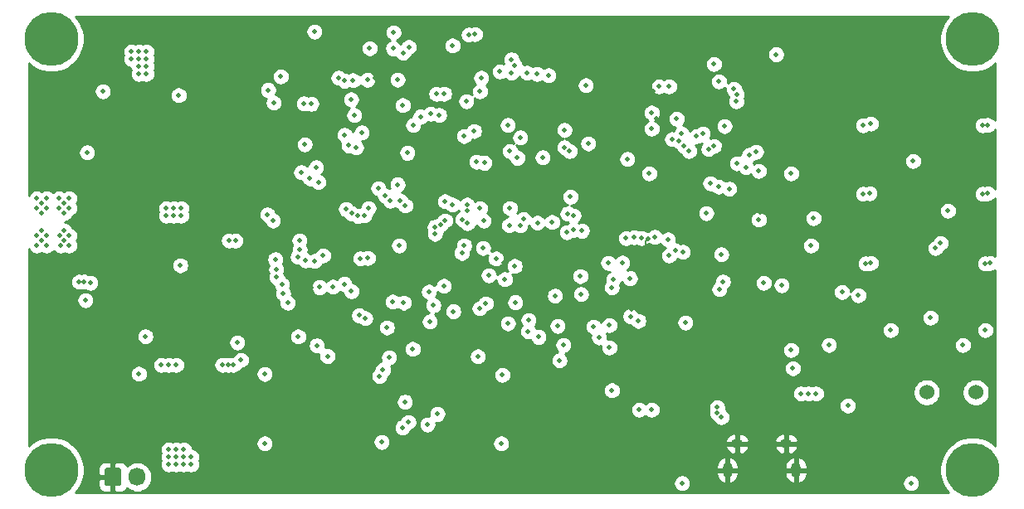
<source format=gbr>
G04 #@! TF.GenerationSoftware,KiCad,Pcbnew,(5.1.2)-1*
G04 #@! TF.CreationDate,2019-05-30T13:03:44-04:00*
G04 #@! TF.ProjectId,ZeroPilot,5a65726f-5069-46c6-9f74-2e6b69636164,rev?*
G04 #@! TF.SameCoordinates,Original*
G04 #@! TF.FileFunction,Copper,L2,Inr*
G04 #@! TF.FilePolarity,Positive*
%FSLAX46Y46*%
G04 Gerber Fmt 4.6, Leading zero omitted, Abs format (unit mm)*
G04 Created by KiCad (PCBNEW (5.1.2)-1) date 2019-05-30 13:03:44*
%MOMM*%
%LPD*%
G04 APERTURE LIST*
%ADD10C,5.500000*%
%ADD11O,1.700000X1.850000*%
%ADD12C,0.100000*%
%ADD13C,1.700000*%
%ADD14C,1.524000*%
%ADD15O,1.250000X0.950000*%
%ADD16O,1.000000X1.550000*%
%ADD17C,0.508000*%
%ADD18C,0.203200*%
%ADD19C,0.254000*%
G04 APERTURE END LIST*
D10*
X147000000Y-103000000D03*
D11*
X61771000Y-147714000D03*
D12*
G36*
X59895504Y-146790204D02*
G01*
X59919773Y-146793804D01*
X59943571Y-146799765D01*
X59966671Y-146808030D01*
X59988849Y-146818520D01*
X60009893Y-146831133D01*
X60029598Y-146845747D01*
X60047777Y-146862223D01*
X60064253Y-146880402D01*
X60078867Y-146900107D01*
X60091480Y-146921151D01*
X60101970Y-146943329D01*
X60110235Y-146966429D01*
X60116196Y-146990227D01*
X60119796Y-147014496D01*
X60121000Y-147039000D01*
X60121000Y-148389000D01*
X60119796Y-148413504D01*
X60116196Y-148437773D01*
X60110235Y-148461571D01*
X60101970Y-148484671D01*
X60091480Y-148506849D01*
X60078867Y-148527893D01*
X60064253Y-148547598D01*
X60047777Y-148565777D01*
X60029598Y-148582253D01*
X60009893Y-148596867D01*
X59988849Y-148609480D01*
X59966671Y-148619970D01*
X59943571Y-148628235D01*
X59919773Y-148634196D01*
X59895504Y-148637796D01*
X59871000Y-148639000D01*
X58671000Y-148639000D01*
X58646496Y-148637796D01*
X58622227Y-148634196D01*
X58598429Y-148628235D01*
X58575329Y-148619970D01*
X58553151Y-148609480D01*
X58532107Y-148596867D01*
X58512402Y-148582253D01*
X58494223Y-148565777D01*
X58477747Y-148547598D01*
X58463133Y-148527893D01*
X58450520Y-148506849D01*
X58440030Y-148484671D01*
X58431765Y-148461571D01*
X58425804Y-148437773D01*
X58422204Y-148413504D01*
X58421000Y-148389000D01*
X58421000Y-147039000D01*
X58422204Y-147014496D01*
X58425804Y-146990227D01*
X58431765Y-146966429D01*
X58440030Y-146943329D01*
X58450520Y-146921151D01*
X58463133Y-146900107D01*
X58477747Y-146880402D01*
X58494223Y-146862223D01*
X58512402Y-146845747D01*
X58532107Y-146831133D01*
X58553151Y-146818520D01*
X58575329Y-146808030D01*
X58598429Y-146799765D01*
X58622227Y-146793804D01*
X58646496Y-146790204D01*
X58671000Y-146789000D01*
X59871000Y-146789000D01*
X59895504Y-146790204D01*
X59895504Y-146790204D01*
G37*
D13*
X59271000Y-147714000D03*
D10*
X53000000Y-103000000D03*
X53000000Y-147000000D03*
X147000000Y-147000000D03*
D14*
X147320000Y-139065000D03*
X142320000Y-139065000D03*
D15*
X122976000Y-144319000D03*
X127976000Y-144319000D03*
D16*
X121976000Y-147019000D03*
X128976000Y-147019000D03*
D17*
X117348000Y-148336004D03*
X140716000Y-148336000D03*
X74765010Y-137198400D03*
X74765000Y-144285000D03*
X86703000Y-144158000D03*
X86832754Y-136787279D03*
X98895000Y-144285000D03*
X99022000Y-137300000D03*
X121374000Y-141618000D03*
X120943000Y-141187000D03*
X120943000Y-140602000D03*
X64224000Y-136283994D03*
X64985994Y-136283994D03*
X65748003Y-136284003D03*
X70447000Y-136271799D03*
X71082000Y-136271799D03*
X71590000Y-136271799D03*
X104844417Y-135808560D03*
X89878000Y-134633000D03*
X110199650Y-138873150D03*
X142240000Y-101600000D03*
X132715000Y-101600000D03*
X140462000Y-140462000D03*
X106426000Y-128270000D03*
X125336290Y-120650000D03*
X110998000Y-148336000D03*
X82397600Y-117144800D03*
X84988400Y-133426200D03*
X93180000Y-135522000D03*
X100252361Y-133427639D03*
X68542000Y-140475000D03*
X69190000Y-140462000D03*
X66383000Y-139967000D03*
X107277021Y-124370000D03*
X111976000Y-136411000D03*
X107150000Y-144285000D03*
X51397000Y-130188000D03*
X70497800Y-118859600D03*
X74498200Y-123888800D03*
X79514800Y-128359200D03*
X86017200Y-106947000D03*
X121094600Y-131712000D03*
X113879399Y-123415214D03*
X112153800Y-130594400D03*
X135445600Y-148399800D03*
X90436800Y-125489000D03*
X82675992Y-144248000D03*
X82766000Y-137427000D03*
X94831000Y-144285000D03*
X99154854Y-125854263D03*
X114262000Y-105550000D03*
X101433368Y-100976368D03*
X91021000Y-101232000D03*
X91021000Y-107328000D03*
X105372000Y-109868000D03*
X83781994Y-101994000D03*
X56858000Y-122314000D03*
X118453000Y-125489000D03*
X123414990Y-106622390D03*
X102578000Y-110249000D03*
X53683000Y-108725000D03*
X59271000Y-104788000D03*
X76162000Y-102248000D03*
X66764000Y-123330000D03*
X59017000Y-129172000D03*
X139662000Y-118758000D03*
X140265000Y-118790000D03*
X60160000Y-112281000D03*
X59779000Y-111900000D03*
X121628000Y-114186000D03*
X86649837Y-125419676D03*
X107404000Y-117030810D03*
X94988490Y-117286983D03*
X114770000Y-111138000D03*
X115786000Y-111138000D03*
X103594000Y-101486000D03*
X125692000Y-126124000D03*
X125919048Y-133350000D03*
X67526000Y-108090000D03*
X73622000Y-108344000D03*
X70066000Y-112154000D03*
X114262000Y-102756000D03*
X133058000Y-132728000D03*
X142456000Y-132728000D03*
X139407996Y-125902000D03*
X140138006Y-125902000D03*
X139662000Y-111900000D03*
X140265000Y-111805000D03*
X127470000Y-111900000D03*
X128073000Y-111805000D03*
X127470000Y-118758000D03*
X128200000Y-118790000D03*
X127470000Y-125870000D03*
X128200000Y-125902000D03*
X114389000Y-108344000D03*
X67541098Y-144019777D03*
X57366000Y-111900000D03*
X57747000Y-111519000D03*
X52006899Y-130575165D03*
X53048000Y-135776000D03*
X53556000Y-135268000D03*
X54064000Y-134760000D03*
X106039483Y-135877610D03*
X70320000Y-128410000D03*
X70452929Y-124605929D03*
X76920063Y-133105062D03*
X118326000Y-138316000D03*
X124422000Y-138062000D03*
X56642000Y-114554000D03*
X56985000Y-127902000D03*
X55842300Y-127774700D03*
X56350300Y-127774700D03*
X61176000Y-104280000D03*
X61176000Y-105042000D03*
X61938000Y-105042000D03*
X61938000Y-104280000D03*
X62700000Y-104280000D03*
X62700000Y-105042000D03*
X61938000Y-105804000D03*
X62700000Y-105804000D03*
X62700000Y-106566000D03*
X61938000Y-106566000D03*
X53810000Y-119266000D03*
X54826000Y-119266000D03*
X54318000Y-119774000D03*
X53810000Y-120282000D03*
X54826000Y-120282000D03*
X54318000Y-120790000D03*
X54826000Y-124092000D03*
X54318000Y-123584000D03*
X54826000Y-123076000D03*
X54318000Y-122568000D03*
X53875925Y-123057165D03*
X53949710Y-124092000D03*
X58255000Y-108344000D03*
X66002000Y-108725000D03*
X96505861Y-135396139D03*
X88862000Y-109741000D03*
X97625000Y-127140000D03*
X89319200Y-114617800D03*
X78854400Y-113754200D03*
X80353000Y-128333800D03*
X85229800Y-107150200D03*
X71107400Y-123584000D03*
X71767800Y-123584000D03*
X88481000Y-124092000D03*
X96736000Y-108344000D03*
X109944000Y-134506000D03*
X125184000Y-121425000D03*
X122952592Y-115693114D03*
X96736000Y-120282000D03*
X99784000Y-114440000D03*
X114259724Y-112150009D03*
X116802000Y-111138000D03*
X127507999Y-128156000D03*
X125692000Y-127902000D03*
X76416000Y-106820000D03*
X121120000Y-107328000D03*
X98768000Y-106312014D03*
X115024000Y-107836000D03*
X83615250Y-128751250D03*
X91506200Y-128791000D03*
X111252000Y-125826200D03*
X112026810Y-127413893D03*
X117690998Y-131966000D03*
X109944010Y-132219984D03*
X109817010Y-125869990D03*
X105595525Y-122726399D03*
X92146279Y-122886151D03*
X102585457Y-121755601D03*
X92710813Y-121956118D03*
X104102000Y-121679000D03*
X92113052Y-122170410D03*
X66167000Y-126111000D03*
X81733355Y-128291755D03*
X71971000Y-133998000D03*
X82893000Y-128003600D03*
X130264000Y-139192000D03*
X129502000Y-139192000D03*
X131026000Y-139192000D03*
X148552002Y-111773000D03*
X148012000Y-111805000D03*
X135820004Y-111804996D03*
X136613991Y-111645991D03*
X136487000Y-118758000D03*
X135820000Y-118790000D03*
X148806000Y-125870000D03*
X148266000Y-125902000D03*
X148298000Y-132728000D03*
X138646000Y-132728000D03*
X136614000Y-125870000D03*
X136074000Y-125902000D03*
X148552000Y-118758000D03*
X148012000Y-118790000D03*
X66256000Y-121044000D03*
X64732000Y-121044000D03*
X64732000Y-120282000D03*
X65494000Y-120282000D03*
X65494000Y-121044000D03*
X66256000Y-120282000D03*
X130518000Y-124092000D03*
X123863179Y-116073815D03*
X122898000Y-109360000D03*
X130772000Y-121298000D03*
X122644000Y-108090000D03*
X143726000Y-123838000D03*
X122927981Y-108657963D03*
X143218000Y-124346002D03*
X125184000Y-116472000D03*
X128486000Y-116725994D03*
X120612000Y-105550000D03*
X144488000Y-120536000D03*
X140932000Y-115456000D03*
X126944507Y-104551493D03*
X96139000Y-112395000D03*
X95123000Y-112895367D03*
X90681562Y-110902839D03*
X89916000Y-111760000D03*
X91694000Y-110617000D03*
X92583000Y-110744000D03*
X133660817Y-128823183D03*
X124193390Y-114814881D03*
X135344000Y-129172000D03*
X124908425Y-114517963D03*
X108889800Y-133477000D03*
X93942000Y-119901032D03*
X108331000Y-132373621D03*
X93178019Y-119570821D03*
X78194000Y-133363000D03*
X72352000Y-135776000D03*
X121053258Y-118062743D03*
X146012000Y-134252000D03*
X122161400Y-118282261D03*
X142710000Y-131458000D03*
X87465000Y-135522000D03*
X102707378Y-133416622D03*
X112992000Y-140856000D03*
X101649160Y-132841050D03*
X87249000Y-132461000D03*
X114262000Y-140856000D03*
X84662936Y-112521977D03*
X77105081Y-129930709D03*
X80734000Y-125108000D03*
X84959611Y-121004528D03*
X76650012Y-128968800D03*
X84086802Y-114059000D03*
X79860406Y-125672798D03*
X84289478Y-121056313D03*
X76523181Y-128038980D03*
X83352984Y-113860729D03*
X78951080Y-125611080D03*
X83627181Y-120797113D03*
X82931000Y-112776000D03*
X75964381Y-127300645D03*
X78139863Y-125246167D03*
X83058653Y-120369798D03*
X104372389Y-129206411D03*
X100286387Y-126174810D03*
X105244996Y-134252000D03*
X104657632Y-132299368D03*
X99276000Y-127521000D03*
X100331055Y-129870190D03*
X93091000Y-108585000D03*
X97167443Y-115633988D03*
X95465993Y-120535993D03*
X95466000Y-121806000D03*
X92266599Y-108597480D03*
X96367612Y-115516672D03*
X95412456Y-119903249D03*
X94960337Y-121421884D03*
X92392600Y-141287800D03*
X78339000Y-124455000D03*
X86474400Y-137401600D03*
X84392175Y-131214814D03*
X89446200Y-142100600D03*
X91376600Y-142380000D03*
X89074707Y-140033693D03*
X88836600Y-142659400D03*
X78321000Y-123584000D03*
X85039190Y-131510101D03*
X97040800Y-124333000D03*
X95123000Y-124079000D03*
X84544000Y-125399800D03*
X80075243Y-134275757D03*
X75946000Y-126492000D03*
X75057000Y-120904000D03*
X75615800Y-121539000D03*
X75837202Y-125476000D03*
X94883132Y-124826868D03*
X98355935Y-125418065D03*
X85306000Y-125362000D03*
X81167243Y-135367757D03*
X91988800Y-130191685D03*
X79514800Y-109619212D03*
X75679400Y-109487000D03*
X91616395Y-131824633D03*
X88950832Y-129907011D03*
X78752798Y-109563200D03*
X75120600Y-108191600D03*
X87833221Y-129820098D03*
X78486000Y-116586000D03*
X96683846Y-130493949D03*
X79375000Y-117221000D03*
X97331361Y-129998639D03*
X80232182Y-117597821D03*
X99592202Y-132029201D03*
X80010000Y-116078000D03*
X101688998Y-131712000D03*
X64986000Y-145682000D03*
X64986000Y-144920000D03*
X52540000Y-124092000D03*
X51524000Y-124092000D03*
X52032000Y-123584000D03*
X52540000Y-123076000D03*
X51524000Y-123076000D03*
X51524000Y-119266000D03*
X52540000Y-119266000D03*
X52032000Y-119774000D03*
X51524000Y-120282000D03*
X52540000Y-120282000D03*
X52032000Y-120790000D03*
X52032000Y-122568000D03*
X65748000Y-144920000D03*
X67272000Y-145682000D03*
X66510000Y-145682000D03*
X65748000Y-145682000D03*
X67272000Y-146444000D03*
X66510000Y-146444000D03*
X65748000Y-146444000D03*
X66510000Y-144920000D03*
X64986000Y-146444000D03*
X62611000Y-133350000D03*
X56477000Y-129680000D03*
X61938000Y-137173000D03*
X93942000Y-103645000D03*
X95576087Y-102532601D03*
X96228000Y-102502000D03*
X85479716Y-103940536D03*
X93178586Y-121526666D03*
X134251800Y-140424200D03*
X85358243Y-120254757D03*
X121539000Y-127762000D03*
X128486000Y-134760000D03*
X121158000Y-128524000D03*
X128660000Y-136618000D03*
X121361200Y-124968000D03*
X132334000Y-134239000D03*
X105359200Y-114046000D03*
X121680325Y-111883867D03*
X120612000Y-113932000D03*
X120231032Y-117742000D03*
X103124000Y-115062000D03*
X105880000Y-114440000D03*
X111766211Y-115237286D03*
X82932118Y-107252059D03*
X87912100Y-102308900D03*
X79845000Y-102248000D03*
X107531002Y-107709000D03*
X116040000Y-107836000D03*
X93029990Y-128199127D03*
X82296000Y-106934000D03*
X94022902Y-130801204D03*
X102578000Y-106566000D03*
X103721000Y-106693000D03*
X96857844Y-106947000D03*
X83578053Y-109156053D03*
X83782000Y-107201000D03*
X106267202Y-122492611D03*
X116648401Y-124574522D03*
X105663776Y-120815390D03*
X119469013Y-112662000D03*
X107141299Y-122576431D03*
X116040000Y-125108000D03*
X118834000Y-112916000D03*
X106270508Y-121018999D03*
X106980645Y-127207355D03*
X99705600Y-122009190D03*
X100838000Y-122009190D03*
X107048390Y-129032000D03*
X105359200Y-112268000D03*
X114554000Y-123190000D03*
X114262000Y-110503000D03*
X114008000Y-116726000D03*
X120044028Y-114215986D03*
X119824610Y-120790000D03*
X107767310Y-113658070D03*
X117310000Y-112662000D03*
X100838000Y-113030000D03*
X101161326Y-121375722D03*
X100546000Y-115125800D03*
X97097788Y-121552000D03*
X88330241Y-117845245D03*
X99784000Y-120256610D03*
X86366592Y-118248524D03*
X99568000Y-111760000D03*
X95339000Y-109359998D03*
X113246000Y-123330000D03*
X105967257Y-119099257D03*
X117409354Y-124731615D03*
X115913000Y-123457000D03*
X112448972Y-123235405D03*
X111641934Y-123332117D03*
X110343003Y-127564034D03*
X110183444Y-128347929D03*
X112077610Y-131305154D03*
X112903856Y-131775200D03*
X83909000Y-110757000D03*
X99949987Y-105065719D03*
X87871400Y-103949800D03*
X99936400Y-106413600D03*
X88874796Y-104389577D03*
X89462083Y-103803580D03*
X100268243Y-105653243D03*
X88325612Y-107138140D03*
X101562000Y-106439000D03*
X89116000Y-119989597D03*
X118072000Y-114440000D03*
X88608000Y-119520000D03*
X117564000Y-113932000D03*
X117056000Y-113424000D03*
X87592000Y-119520000D03*
X116334790Y-113224440D03*
X87084000Y-119012000D03*
D18*
X113625400Y-123669213D02*
X113625400Y-124471400D01*
X113879399Y-123415214D02*
X113625400Y-123669213D01*
D19*
G36*
X144370698Y-100842188D02*
G01*
X144000252Y-101396601D01*
X143745083Y-102012632D01*
X143615000Y-102666607D01*
X143615000Y-103333393D01*
X143745083Y-103987368D01*
X144000252Y-104603399D01*
X144370698Y-105157812D01*
X144842188Y-105629302D01*
X145396601Y-105999748D01*
X146012632Y-106254917D01*
X146666607Y-106385000D01*
X147333393Y-106385000D01*
X147987368Y-106254917D01*
X148603399Y-105999748D01*
X149157812Y-105629302D01*
X149315000Y-105472114D01*
X149315000Y-111314751D01*
X149242533Y-111206296D01*
X149118706Y-111082469D01*
X148973101Y-110985179D01*
X148811314Y-110918164D01*
X148639561Y-110884000D01*
X148464443Y-110884000D01*
X148292690Y-110918164D01*
X148233563Y-110942655D01*
X148099559Y-110916000D01*
X147924441Y-110916000D01*
X147752688Y-110950164D01*
X147590901Y-111017179D01*
X147445296Y-111114469D01*
X147321469Y-111238296D01*
X147224179Y-111383901D01*
X147157164Y-111545688D01*
X147123000Y-111717441D01*
X147123000Y-111892559D01*
X147157164Y-112064312D01*
X147224179Y-112226099D01*
X147321469Y-112371704D01*
X147445296Y-112495531D01*
X147590901Y-112592821D01*
X147752688Y-112659836D01*
X147924441Y-112694000D01*
X148099559Y-112694000D01*
X148271312Y-112659836D01*
X148330439Y-112635345D01*
X148464443Y-112662000D01*
X148639561Y-112662000D01*
X148811314Y-112627836D01*
X148973101Y-112560821D01*
X149118706Y-112463531D01*
X149242533Y-112339704D01*
X149315000Y-112231249D01*
X149315000Y-118299754D01*
X149242531Y-118191296D01*
X149118704Y-118067469D01*
X148973099Y-117970179D01*
X148811312Y-117903164D01*
X148639559Y-117869000D01*
X148464441Y-117869000D01*
X148292688Y-117903164D01*
X148233562Y-117927655D01*
X148099559Y-117901000D01*
X147924441Y-117901000D01*
X147752688Y-117935164D01*
X147590901Y-118002179D01*
X147445296Y-118099469D01*
X147321469Y-118223296D01*
X147224179Y-118368901D01*
X147157164Y-118530688D01*
X147123000Y-118702441D01*
X147123000Y-118877559D01*
X147157164Y-119049312D01*
X147224179Y-119211099D01*
X147321469Y-119356704D01*
X147445296Y-119480531D01*
X147590901Y-119577821D01*
X147752688Y-119644836D01*
X147924441Y-119679000D01*
X148099559Y-119679000D01*
X148271312Y-119644836D01*
X148330438Y-119620345D01*
X148464441Y-119647000D01*
X148639559Y-119647000D01*
X148811312Y-119612836D01*
X148973099Y-119545821D01*
X149118704Y-119448531D01*
X149242531Y-119324704D01*
X149315000Y-119216246D01*
X149315001Y-125140913D01*
X149227099Y-125082179D01*
X149065312Y-125015164D01*
X148893559Y-124981000D01*
X148718441Y-124981000D01*
X148546688Y-125015164D01*
X148487562Y-125039655D01*
X148353559Y-125013000D01*
X148178441Y-125013000D01*
X148006688Y-125047164D01*
X147844901Y-125114179D01*
X147699296Y-125211469D01*
X147575469Y-125335296D01*
X147478179Y-125480901D01*
X147411164Y-125642688D01*
X147377000Y-125814441D01*
X147377000Y-125989559D01*
X147411164Y-126161312D01*
X147478179Y-126323099D01*
X147575469Y-126468704D01*
X147699296Y-126592531D01*
X147844901Y-126689821D01*
X148006688Y-126756836D01*
X148178441Y-126791000D01*
X148353559Y-126791000D01*
X148525312Y-126756836D01*
X148584438Y-126732345D01*
X148718441Y-126759000D01*
X148893559Y-126759000D01*
X149065312Y-126724836D01*
X149227099Y-126657821D01*
X149315001Y-126599087D01*
X149315001Y-144527887D01*
X149157812Y-144370698D01*
X148603399Y-144000252D01*
X147987368Y-143745083D01*
X147333393Y-143615000D01*
X146666607Y-143615000D01*
X146012632Y-143745083D01*
X145396601Y-144000252D01*
X144842188Y-144370698D01*
X144370698Y-144842188D01*
X144000252Y-145396601D01*
X143745083Y-146012632D01*
X143615000Y-146666607D01*
X143615000Y-147333393D01*
X143745083Y-147987368D01*
X144000252Y-148603399D01*
X144370698Y-149157812D01*
X144527886Y-149315000D01*
X55472114Y-149315000D01*
X55629302Y-149157812D01*
X55975960Y-148639000D01*
X57782928Y-148639000D01*
X57795188Y-148763482D01*
X57831498Y-148883180D01*
X57890463Y-148993494D01*
X57969815Y-149090185D01*
X58066506Y-149169537D01*
X58176820Y-149228502D01*
X58296518Y-149264812D01*
X58421000Y-149277072D01*
X58985250Y-149274000D01*
X59144000Y-149115250D01*
X59144000Y-147841000D01*
X57944750Y-147841000D01*
X57786000Y-147999750D01*
X57782928Y-148639000D01*
X55975960Y-148639000D01*
X55999748Y-148603399D01*
X56254917Y-147987368D01*
X56385000Y-147333393D01*
X56385000Y-146789000D01*
X57782928Y-146789000D01*
X57786000Y-147428250D01*
X57944750Y-147587000D01*
X59144000Y-147587000D01*
X59144000Y-146312750D01*
X59398000Y-146312750D01*
X59398000Y-147587000D01*
X59418000Y-147587000D01*
X59418000Y-147841000D01*
X59398000Y-147841000D01*
X59398000Y-149115250D01*
X59556750Y-149274000D01*
X60121000Y-149277072D01*
X60245482Y-149264812D01*
X60365180Y-149228502D01*
X60475494Y-149169537D01*
X60572185Y-149090185D01*
X60651537Y-148993494D01*
X60710502Y-148883180D01*
X60721055Y-148848392D01*
X60941987Y-149029706D01*
X61199967Y-149167599D01*
X61479890Y-149252513D01*
X61771000Y-149281185D01*
X62062111Y-149252513D01*
X62342034Y-149167599D01*
X62600014Y-149029706D01*
X62826134Y-148844134D01*
X63011706Y-148618013D01*
X63149599Y-148360033D01*
X63183448Y-148248445D01*
X116459000Y-148248445D01*
X116459000Y-148423563D01*
X116493164Y-148595316D01*
X116560179Y-148757103D01*
X116657469Y-148902708D01*
X116781296Y-149026535D01*
X116926901Y-149123825D01*
X117088688Y-149190840D01*
X117260441Y-149225004D01*
X117435559Y-149225004D01*
X117607312Y-149190840D01*
X117769099Y-149123825D01*
X117914704Y-149026535D01*
X118038531Y-148902708D01*
X118135821Y-148757103D01*
X118202836Y-148595316D01*
X118237000Y-148423563D01*
X118237000Y-148248445D01*
X118202836Y-148076692D01*
X118135821Y-147914905D01*
X118038531Y-147769300D01*
X117914704Y-147645473D01*
X117769099Y-147548183D01*
X117607312Y-147481168D01*
X117435559Y-147447004D01*
X117260441Y-147447004D01*
X117088688Y-147481168D01*
X116926901Y-147548183D01*
X116781296Y-147645473D01*
X116657469Y-147769300D01*
X116560179Y-147914905D01*
X116493164Y-148076692D01*
X116459000Y-148248445D01*
X63183448Y-148248445D01*
X63234513Y-148080110D01*
X63256000Y-147861949D01*
X63256000Y-147566050D01*
X63234513Y-147347889D01*
X63149599Y-147067966D01*
X63011706Y-146809986D01*
X62826134Y-146583866D01*
X62600013Y-146398294D01*
X62342033Y-146260401D01*
X62062110Y-146175487D01*
X61771000Y-146146815D01*
X61479889Y-146175487D01*
X61199966Y-146260401D01*
X60941986Y-146398294D01*
X60721055Y-146579608D01*
X60710502Y-146544820D01*
X60651537Y-146434506D01*
X60572185Y-146337815D01*
X60475494Y-146258463D01*
X60365180Y-146199498D01*
X60245482Y-146163188D01*
X60121000Y-146150928D01*
X59556750Y-146154000D01*
X59398000Y-146312750D01*
X59144000Y-146312750D01*
X58985250Y-146154000D01*
X58421000Y-146150928D01*
X58296518Y-146163188D01*
X58176820Y-146199498D01*
X58066506Y-146258463D01*
X57969815Y-146337815D01*
X57890463Y-146434506D01*
X57831498Y-146544820D01*
X57795188Y-146664518D01*
X57782928Y-146789000D01*
X56385000Y-146789000D01*
X56385000Y-146666607D01*
X56254917Y-146012632D01*
X55999748Y-145396601D01*
X55629302Y-144842188D01*
X55619555Y-144832441D01*
X64097000Y-144832441D01*
X64097000Y-145007559D01*
X64131164Y-145179312D01*
X64181569Y-145301000D01*
X64131164Y-145422688D01*
X64097000Y-145594441D01*
X64097000Y-145769559D01*
X64131164Y-145941312D01*
X64181569Y-146063000D01*
X64131164Y-146184688D01*
X64097000Y-146356441D01*
X64097000Y-146531559D01*
X64131164Y-146703312D01*
X64198179Y-146865099D01*
X64295469Y-147010704D01*
X64419296Y-147134531D01*
X64564901Y-147231821D01*
X64726688Y-147298836D01*
X64898441Y-147333000D01*
X65073559Y-147333000D01*
X65245312Y-147298836D01*
X65367000Y-147248431D01*
X65488688Y-147298836D01*
X65660441Y-147333000D01*
X65835559Y-147333000D01*
X66007312Y-147298836D01*
X66129000Y-147248431D01*
X66250688Y-147298836D01*
X66422441Y-147333000D01*
X66597559Y-147333000D01*
X66769312Y-147298836D01*
X66891000Y-147248431D01*
X67012688Y-147298836D01*
X67184441Y-147333000D01*
X67359559Y-147333000D01*
X67531312Y-147298836D01*
X67693099Y-147231821D01*
X67821539Y-147146000D01*
X120841000Y-147146000D01*
X120841000Y-147421000D01*
X120887585Y-147639987D01*
X120975997Y-147845678D01*
X121102839Y-148030169D01*
X121263236Y-148186369D01*
X121451024Y-148308276D01*
X121674126Y-148388119D01*
X121849000Y-148261954D01*
X121849000Y-147146000D01*
X122103000Y-147146000D01*
X122103000Y-148261954D01*
X122277874Y-148388119D01*
X122500976Y-148308276D01*
X122688764Y-148186369D01*
X122849161Y-148030169D01*
X122976003Y-147845678D01*
X123064415Y-147639987D01*
X123111000Y-147421000D01*
X123111000Y-147146000D01*
X127841000Y-147146000D01*
X127841000Y-147421000D01*
X127887585Y-147639987D01*
X127975997Y-147845678D01*
X128102839Y-148030169D01*
X128263236Y-148186369D01*
X128451024Y-148308276D01*
X128674126Y-148388119D01*
X128849000Y-148261954D01*
X128849000Y-147146000D01*
X129103000Y-147146000D01*
X129103000Y-148261954D01*
X129277874Y-148388119D01*
X129500976Y-148308276D01*
X129593147Y-148248441D01*
X139827000Y-148248441D01*
X139827000Y-148423559D01*
X139861164Y-148595312D01*
X139928179Y-148757099D01*
X140025469Y-148902704D01*
X140149296Y-149026531D01*
X140294901Y-149123821D01*
X140456688Y-149190836D01*
X140628441Y-149225000D01*
X140803559Y-149225000D01*
X140975312Y-149190836D01*
X141137099Y-149123821D01*
X141282704Y-149026531D01*
X141406531Y-148902704D01*
X141503821Y-148757099D01*
X141570836Y-148595312D01*
X141605000Y-148423559D01*
X141605000Y-148248441D01*
X141570836Y-148076688D01*
X141503821Y-147914901D01*
X141406531Y-147769296D01*
X141282704Y-147645469D01*
X141137099Y-147548179D01*
X140975312Y-147481164D01*
X140803559Y-147447000D01*
X140628441Y-147447000D01*
X140456688Y-147481164D01*
X140294901Y-147548179D01*
X140149296Y-147645469D01*
X140025469Y-147769296D01*
X139928179Y-147914901D01*
X139861164Y-148076688D01*
X139827000Y-148248441D01*
X129593147Y-148248441D01*
X129688764Y-148186369D01*
X129849161Y-148030169D01*
X129976003Y-147845678D01*
X130064415Y-147639987D01*
X130111000Y-147421000D01*
X130111000Y-147146000D01*
X129103000Y-147146000D01*
X128849000Y-147146000D01*
X127841000Y-147146000D01*
X123111000Y-147146000D01*
X122103000Y-147146000D01*
X121849000Y-147146000D01*
X120841000Y-147146000D01*
X67821539Y-147146000D01*
X67838704Y-147134531D01*
X67962531Y-147010704D01*
X68059821Y-146865099D01*
X68126836Y-146703312D01*
X68144004Y-146617000D01*
X120841000Y-146617000D01*
X120841000Y-146892000D01*
X121849000Y-146892000D01*
X121849000Y-145776046D01*
X122103000Y-145776046D01*
X122103000Y-146892000D01*
X123111000Y-146892000D01*
X123111000Y-146617000D01*
X127841000Y-146617000D01*
X127841000Y-146892000D01*
X128849000Y-146892000D01*
X128849000Y-145776046D01*
X129103000Y-145776046D01*
X129103000Y-146892000D01*
X130111000Y-146892000D01*
X130111000Y-146617000D01*
X130064415Y-146398013D01*
X129976003Y-146192322D01*
X129849161Y-146007831D01*
X129688764Y-145851631D01*
X129500976Y-145729724D01*
X129277874Y-145649881D01*
X129103000Y-145776046D01*
X128849000Y-145776046D01*
X128674126Y-145649881D01*
X128451024Y-145729724D01*
X128263236Y-145851631D01*
X128102839Y-146007831D01*
X127975997Y-146192322D01*
X127887585Y-146398013D01*
X127841000Y-146617000D01*
X123111000Y-146617000D01*
X123064415Y-146398013D01*
X122976003Y-146192322D01*
X122849161Y-146007831D01*
X122688764Y-145851631D01*
X122500976Y-145729724D01*
X122277874Y-145649881D01*
X122103000Y-145776046D01*
X121849000Y-145776046D01*
X121674126Y-145649881D01*
X121451024Y-145729724D01*
X121263236Y-145851631D01*
X121102839Y-146007831D01*
X120975997Y-146192322D01*
X120887585Y-146398013D01*
X120841000Y-146617000D01*
X68144004Y-146617000D01*
X68161000Y-146531559D01*
X68161000Y-146356441D01*
X68126836Y-146184688D01*
X68076431Y-146063000D01*
X68126836Y-145941312D01*
X68161000Y-145769559D01*
X68161000Y-145594441D01*
X68126836Y-145422688D01*
X68059821Y-145260901D01*
X67962531Y-145115296D01*
X67838704Y-144991469D01*
X67693099Y-144894179D01*
X67531312Y-144827164D01*
X67392456Y-144799544D01*
X67364836Y-144660688D01*
X67297821Y-144498901D01*
X67200531Y-144353296D01*
X67076704Y-144229469D01*
X67028771Y-144197441D01*
X73876000Y-144197441D01*
X73876000Y-144372559D01*
X73910164Y-144544312D01*
X73977179Y-144706099D01*
X74074469Y-144851704D01*
X74198296Y-144975531D01*
X74343901Y-145072821D01*
X74505688Y-145139836D01*
X74677441Y-145174000D01*
X74852559Y-145174000D01*
X75024312Y-145139836D01*
X75186099Y-145072821D01*
X75331704Y-144975531D01*
X75455531Y-144851704D01*
X75552821Y-144706099D01*
X75619836Y-144544312D01*
X75654000Y-144372559D01*
X75654000Y-144197441D01*
X75628738Y-144070441D01*
X85814000Y-144070441D01*
X85814000Y-144245559D01*
X85848164Y-144417312D01*
X85915179Y-144579099D01*
X86012469Y-144724704D01*
X86136296Y-144848531D01*
X86281901Y-144945821D01*
X86443688Y-145012836D01*
X86615441Y-145047000D01*
X86790559Y-145047000D01*
X86962312Y-145012836D01*
X87124099Y-144945821D01*
X87269704Y-144848531D01*
X87393531Y-144724704D01*
X87490821Y-144579099D01*
X87557836Y-144417312D01*
X87592000Y-144245559D01*
X87592000Y-144197441D01*
X98006000Y-144197441D01*
X98006000Y-144372559D01*
X98040164Y-144544312D01*
X98107179Y-144706099D01*
X98204469Y-144851704D01*
X98328296Y-144975531D01*
X98473901Y-145072821D01*
X98635688Y-145139836D01*
X98807441Y-145174000D01*
X98982559Y-145174000D01*
X99154312Y-145139836D01*
X99316099Y-145072821D01*
X99461704Y-144975531D01*
X99585531Y-144851704D01*
X99682821Y-144706099D01*
X99719753Y-144616938D01*
X121756732Y-144616938D01*
X121826397Y-144805150D01*
X121940447Y-144990822D01*
X122088529Y-145150676D01*
X122264951Y-145278569D01*
X122462934Y-145369586D01*
X122674869Y-145420230D01*
X122849000Y-145271564D01*
X122849000Y-144446000D01*
X123103000Y-144446000D01*
X123103000Y-145271564D01*
X123277131Y-145420230D01*
X123489066Y-145369586D01*
X123687049Y-145278569D01*
X123863471Y-145150676D01*
X124011553Y-144990822D01*
X124125603Y-144805150D01*
X124195268Y-144616938D01*
X126756732Y-144616938D01*
X126826397Y-144805150D01*
X126940447Y-144990822D01*
X127088529Y-145150676D01*
X127264951Y-145278569D01*
X127462934Y-145369586D01*
X127674869Y-145420230D01*
X127849000Y-145271564D01*
X127849000Y-144446000D01*
X128103000Y-144446000D01*
X128103000Y-145271564D01*
X128277131Y-145420230D01*
X128489066Y-145369586D01*
X128687049Y-145278569D01*
X128863471Y-145150676D01*
X129011553Y-144990822D01*
X129125603Y-144805150D01*
X129195268Y-144616938D01*
X129068734Y-144446000D01*
X128103000Y-144446000D01*
X127849000Y-144446000D01*
X126883266Y-144446000D01*
X126756732Y-144616938D01*
X124195268Y-144616938D01*
X124068734Y-144446000D01*
X123103000Y-144446000D01*
X122849000Y-144446000D01*
X121883266Y-144446000D01*
X121756732Y-144616938D01*
X99719753Y-144616938D01*
X99749836Y-144544312D01*
X99784000Y-144372559D01*
X99784000Y-144197441D01*
X99749836Y-144025688D01*
X99747920Y-144021062D01*
X121756732Y-144021062D01*
X121883266Y-144192000D01*
X122849000Y-144192000D01*
X122849000Y-143366436D01*
X123103000Y-143366436D01*
X123103000Y-144192000D01*
X124068734Y-144192000D01*
X124195268Y-144021062D01*
X126756732Y-144021062D01*
X126883266Y-144192000D01*
X127849000Y-144192000D01*
X127849000Y-143366436D01*
X128103000Y-143366436D01*
X128103000Y-144192000D01*
X129068734Y-144192000D01*
X129195268Y-144021062D01*
X129125603Y-143832850D01*
X129011553Y-143647178D01*
X128863471Y-143487324D01*
X128687049Y-143359431D01*
X128489066Y-143268414D01*
X128277131Y-143217770D01*
X128103000Y-143366436D01*
X127849000Y-143366436D01*
X127674869Y-143217770D01*
X127462934Y-143268414D01*
X127264951Y-143359431D01*
X127088529Y-143487324D01*
X126940447Y-143647178D01*
X126826397Y-143832850D01*
X126756732Y-144021062D01*
X124195268Y-144021062D01*
X124125603Y-143832850D01*
X124011553Y-143647178D01*
X123863471Y-143487324D01*
X123687049Y-143359431D01*
X123489066Y-143268414D01*
X123277131Y-143217770D01*
X123103000Y-143366436D01*
X122849000Y-143366436D01*
X122674869Y-143217770D01*
X122462934Y-143268414D01*
X122264951Y-143359431D01*
X122088529Y-143487324D01*
X121940447Y-143647178D01*
X121826397Y-143832850D01*
X121756732Y-144021062D01*
X99747920Y-144021062D01*
X99682821Y-143863901D01*
X99585531Y-143718296D01*
X99461704Y-143594469D01*
X99316099Y-143497179D01*
X99154312Y-143430164D01*
X98982559Y-143396000D01*
X98807441Y-143396000D01*
X98635688Y-143430164D01*
X98473901Y-143497179D01*
X98328296Y-143594469D01*
X98204469Y-143718296D01*
X98107179Y-143863901D01*
X98040164Y-144025688D01*
X98006000Y-144197441D01*
X87592000Y-144197441D01*
X87592000Y-144070441D01*
X87557836Y-143898688D01*
X87490821Y-143736901D01*
X87393531Y-143591296D01*
X87269704Y-143467469D01*
X87124099Y-143370179D01*
X86962312Y-143303164D01*
X86790559Y-143269000D01*
X86615441Y-143269000D01*
X86443688Y-143303164D01*
X86281901Y-143370179D01*
X86136296Y-143467469D01*
X86012469Y-143591296D01*
X85915179Y-143736901D01*
X85848164Y-143898688D01*
X85814000Y-144070441D01*
X75628738Y-144070441D01*
X75619836Y-144025688D01*
X75552821Y-143863901D01*
X75455531Y-143718296D01*
X75331704Y-143594469D01*
X75186099Y-143497179D01*
X75024312Y-143430164D01*
X74852559Y-143396000D01*
X74677441Y-143396000D01*
X74505688Y-143430164D01*
X74343901Y-143497179D01*
X74198296Y-143594469D01*
X74074469Y-143718296D01*
X73977179Y-143863901D01*
X73910164Y-144025688D01*
X73876000Y-144197441D01*
X67028771Y-144197441D01*
X66931099Y-144132179D01*
X66769312Y-144065164D01*
X66597559Y-144031000D01*
X66422441Y-144031000D01*
X66250688Y-144065164D01*
X66129000Y-144115569D01*
X66007312Y-144065164D01*
X65835559Y-144031000D01*
X65660441Y-144031000D01*
X65488688Y-144065164D01*
X65367000Y-144115569D01*
X65245312Y-144065164D01*
X65073559Y-144031000D01*
X64898441Y-144031000D01*
X64726688Y-144065164D01*
X64564901Y-144132179D01*
X64419296Y-144229469D01*
X64295469Y-144353296D01*
X64198179Y-144498901D01*
X64131164Y-144660688D01*
X64097000Y-144832441D01*
X55619555Y-144832441D01*
X55157812Y-144370698D01*
X54603399Y-144000252D01*
X53987368Y-143745083D01*
X53333393Y-143615000D01*
X52666607Y-143615000D01*
X52012632Y-143745083D01*
X51396601Y-144000252D01*
X50842188Y-144370698D01*
X50685000Y-144527886D01*
X50685000Y-142571841D01*
X87947600Y-142571841D01*
X87947600Y-142746959D01*
X87981764Y-142918712D01*
X88048779Y-143080499D01*
X88146069Y-143226104D01*
X88269896Y-143349931D01*
X88415501Y-143447221D01*
X88577288Y-143514236D01*
X88749041Y-143548400D01*
X88924159Y-143548400D01*
X89095912Y-143514236D01*
X89257699Y-143447221D01*
X89403304Y-143349931D01*
X89527131Y-143226104D01*
X89624421Y-143080499D01*
X89673594Y-142961785D01*
X89705512Y-142955436D01*
X89867299Y-142888421D01*
X90012904Y-142791131D01*
X90136731Y-142667304D01*
X90234021Y-142521699D01*
X90301036Y-142359912D01*
X90314456Y-142292441D01*
X90487600Y-142292441D01*
X90487600Y-142467559D01*
X90521764Y-142639312D01*
X90588779Y-142801099D01*
X90686069Y-142946704D01*
X90809896Y-143070531D01*
X90955501Y-143167821D01*
X91117288Y-143234836D01*
X91289041Y-143269000D01*
X91464159Y-143269000D01*
X91635912Y-143234836D01*
X91797699Y-143167821D01*
X91943304Y-143070531D01*
X92067131Y-142946704D01*
X92164421Y-142801099D01*
X92231436Y-142639312D01*
X92265600Y-142467559D01*
X92265600Y-142292441D01*
X92240025Y-142163867D01*
X92305041Y-142176800D01*
X92480159Y-142176800D01*
X92651912Y-142142636D01*
X92813699Y-142075621D01*
X92959304Y-141978331D01*
X93083131Y-141854504D01*
X93180421Y-141708899D01*
X93247436Y-141547112D01*
X93281600Y-141375359D01*
X93281600Y-141200241D01*
X93247436Y-141028488D01*
X93180421Y-140866701D01*
X93114766Y-140768441D01*
X112103000Y-140768441D01*
X112103000Y-140943559D01*
X112137164Y-141115312D01*
X112204179Y-141277099D01*
X112301469Y-141422704D01*
X112425296Y-141546531D01*
X112570901Y-141643821D01*
X112732688Y-141710836D01*
X112904441Y-141745000D01*
X113079559Y-141745000D01*
X113251312Y-141710836D01*
X113413099Y-141643821D01*
X113558704Y-141546531D01*
X113627000Y-141478235D01*
X113695296Y-141546531D01*
X113840901Y-141643821D01*
X114002688Y-141710836D01*
X114174441Y-141745000D01*
X114349559Y-141745000D01*
X114521312Y-141710836D01*
X114683099Y-141643821D01*
X114828704Y-141546531D01*
X114952531Y-141422704D01*
X115049821Y-141277099D01*
X115116836Y-141115312D01*
X115151000Y-140943559D01*
X115151000Y-140768441D01*
X115116836Y-140596688D01*
X115082768Y-140514441D01*
X120054000Y-140514441D01*
X120054000Y-140689559D01*
X120088164Y-140861312D01*
X120101911Y-140894500D01*
X120088164Y-140927688D01*
X120054000Y-141099441D01*
X120054000Y-141274559D01*
X120088164Y-141446312D01*
X120155179Y-141608099D01*
X120252469Y-141753704D01*
X120376296Y-141877531D01*
X120521901Y-141974821D01*
X120567352Y-141993648D01*
X120586179Y-142039099D01*
X120683469Y-142184704D01*
X120807296Y-142308531D01*
X120952901Y-142405821D01*
X121114688Y-142472836D01*
X121286441Y-142507000D01*
X121461559Y-142507000D01*
X121633312Y-142472836D01*
X121795099Y-142405821D01*
X121940704Y-142308531D01*
X122064531Y-142184704D01*
X122161821Y-142039099D01*
X122228836Y-141877312D01*
X122263000Y-141705559D01*
X122263000Y-141530441D01*
X122228836Y-141358688D01*
X122161821Y-141196901D01*
X122064531Y-141051296D01*
X121940704Y-140927469D01*
X121802981Y-140835446D01*
X121832000Y-140689559D01*
X121832000Y-140514441D01*
X121797836Y-140342688D01*
X121795332Y-140336641D01*
X133362800Y-140336641D01*
X133362800Y-140511759D01*
X133396964Y-140683512D01*
X133463979Y-140845299D01*
X133561269Y-140990904D01*
X133685096Y-141114731D01*
X133830701Y-141212021D01*
X133992488Y-141279036D01*
X134164241Y-141313200D01*
X134339359Y-141313200D01*
X134511112Y-141279036D01*
X134672899Y-141212021D01*
X134818504Y-141114731D01*
X134942331Y-140990904D01*
X135039621Y-140845299D01*
X135106636Y-140683512D01*
X135140800Y-140511759D01*
X135140800Y-140336641D01*
X135106636Y-140164888D01*
X135039621Y-140003101D01*
X134942331Y-139857496D01*
X134818504Y-139733669D01*
X134672899Y-139636379D01*
X134511112Y-139569364D01*
X134339359Y-139535200D01*
X134164241Y-139535200D01*
X133992488Y-139569364D01*
X133830701Y-139636379D01*
X133685096Y-139733669D01*
X133561269Y-139857496D01*
X133463979Y-140003101D01*
X133396964Y-140164888D01*
X133362800Y-140336641D01*
X121795332Y-140336641D01*
X121730821Y-140180901D01*
X121633531Y-140035296D01*
X121509704Y-139911469D01*
X121364099Y-139814179D01*
X121202312Y-139747164D01*
X121030559Y-139713000D01*
X120855441Y-139713000D01*
X120683688Y-139747164D01*
X120521901Y-139814179D01*
X120376296Y-139911469D01*
X120252469Y-140035296D01*
X120155179Y-140180901D01*
X120088164Y-140342688D01*
X120054000Y-140514441D01*
X115082768Y-140514441D01*
X115049821Y-140434901D01*
X114952531Y-140289296D01*
X114828704Y-140165469D01*
X114683099Y-140068179D01*
X114521312Y-140001164D01*
X114349559Y-139967000D01*
X114174441Y-139967000D01*
X114002688Y-140001164D01*
X113840901Y-140068179D01*
X113695296Y-140165469D01*
X113627000Y-140233765D01*
X113558704Y-140165469D01*
X113413099Y-140068179D01*
X113251312Y-140001164D01*
X113079559Y-139967000D01*
X112904441Y-139967000D01*
X112732688Y-140001164D01*
X112570901Y-140068179D01*
X112425296Y-140165469D01*
X112301469Y-140289296D01*
X112204179Y-140434901D01*
X112137164Y-140596688D01*
X112103000Y-140768441D01*
X93114766Y-140768441D01*
X93083131Y-140721096D01*
X92959304Y-140597269D01*
X92813699Y-140499979D01*
X92651912Y-140432964D01*
X92480159Y-140398800D01*
X92305041Y-140398800D01*
X92133288Y-140432964D01*
X91971501Y-140499979D01*
X91825896Y-140597269D01*
X91702069Y-140721096D01*
X91604779Y-140866701D01*
X91537764Y-141028488D01*
X91503600Y-141200241D01*
X91503600Y-141375359D01*
X91529175Y-141503933D01*
X91464159Y-141491000D01*
X91289041Y-141491000D01*
X91117288Y-141525164D01*
X90955501Y-141592179D01*
X90809896Y-141689469D01*
X90686069Y-141813296D01*
X90588779Y-141958901D01*
X90521764Y-142120688D01*
X90487600Y-142292441D01*
X90314456Y-142292441D01*
X90335200Y-142188159D01*
X90335200Y-142013041D01*
X90301036Y-141841288D01*
X90234021Y-141679501D01*
X90136731Y-141533896D01*
X90012904Y-141410069D01*
X89867299Y-141312779D01*
X89705512Y-141245764D01*
X89533759Y-141211600D01*
X89358641Y-141211600D01*
X89186888Y-141245764D01*
X89025101Y-141312779D01*
X88879496Y-141410069D01*
X88755669Y-141533896D01*
X88658379Y-141679501D01*
X88609206Y-141798215D01*
X88577288Y-141804564D01*
X88415501Y-141871579D01*
X88269896Y-141968869D01*
X88146069Y-142092696D01*
X88048779Y-142238301D01*
X87981764Y-142400088D01*
X87947600Y-142571841D01*
X50685000Y-142571841D01*
X50685000Y-139946134D01*
X88185707Y-139946134D01*
X88185707Y-140121252D01*
X88219871Y-140293005D01*
X88286886Y-140454792D01*
X88384176Y-140600397D01*
X88508003Y-140724224D01*
X88653608Y-140821514D01*
X88815395Y-140888529D01*
X88987148Y-140922693D01*
X89162266Y-140922693D01*
X89334019Y-140888529D01*
X89495806Y-140821514D01*
X89641411Y-140724224D01*
X89765238Y-140600397D01*
X89862528Y-140454792D01*
X89929543Y-140293005D01*
X89963707Y-140121252D01*
X89963707Y-139946134D01*
X89929543Y-139774381D01*
X89862528Y-139612594D01*
X89765238Y-139466989D01*
X89641411Y-139343162D01*
X89495806Y-139245872D01*
X89334019Y-139178857D01*
X89162266Y-139144693D01*
X88987148Y-139144693D01*
X88815395Y-139178857D01*
X88653608Y-139245872D01*
X88508003Y-139343162D01*
X88384176Y-139466989D01*
X88286886Y-139612594D01*
X88219871Y-139774381D01*
X88185707Y-139946134D01*
X50685000Y-139946134D01*
X50685000Y-138785591D01*
X109310650Y-138785591D01*
X109310650Y-138960709D01*
X109344814Y-139132462D01*
X109411829Y-139294249D01*
X109509119Y-139439854D01*
X109632946Y-139563681D01*
X109778551Y-139660971D01*
X109940338Y-139727986D01*
X110112091Y-139762150D01*
X110287209Y-139762150D01*
X110458962Y-139727986D01*
X110620749Y-139660971D01*
X110766354Y-139563681D01*
X110890181Y-139439854D01*
X110987471Y-139294249D01*
X111054486Y-139132462D01*
X111060059Y-139104441D01*
X128613000Y-139104441D01*
X128613000Y-139279559D01*
X128647164Y-139451312D01*
X128714179Y-139613099D01*
X128811469Y-139758704D01*
X128935296Y-139882531D01*
X129080901Y-139979821D01*
X129242688Y-140046836D01*
X129414441Y-140081000D01*
X129589559Y-140081000D01*
X129761312Y-140046836D01*
X129883000Y-139996431D01*
X130004688Y-140046836D01*
X130176441Y-140081000D01*
X130351559Y-140081000D01*
X130523312Y-140046836D01*
X130645000Y-139996431D01*
X130766688Y-140046836D01*
X130938441Y-140081000D01*
X131113559Y-140081000D01*
X131285312Y-140046836D01*
X131447099Y-139979821D01*
X131592704Y-139882531D01*
X131716531Y-139758704D01*
X131813821Y-139613099D01*
X131880836Y-139451312D01*
X131915000Y-139279559D01*
X131915000Y-139104441D01*
X131880836Y-138932688D01*
X131878649Y-138927408D01*
X140923000Y-138927408D01*
X140923000Y-139202592D01*
X140976686Y-139472490D01*
X141081995Y-139726727D01*
X141234880Y-139955535D01*
X141429465Y-140150120D01*
X141658273Y-140303005D01*
X141912510Y-140408314D01*
X142182408Y-140462000D01*
X142457592Y-140462000D01*
X142727490Y-140408314D01*
X142981727Y-140303005D01*
X143210535Y-140150120D01*
X143405120Y-139955535D01*
X143558005Y-139726727D01*
X143663314Y-139472490D01*
X143717000Y-139202592D01*
X143717000Y-138927408D01*
X145923000Y-138927408D01*
X145923000Y-139202592D01*
X145976686Y-139472490D01*
X146081995Y-139726727D01*
X146234880Y-139955535D01*
X146429465Y-140150120D01*
X146658273Y-140303005D01*
X146912510Y-140408314D01*
X147182408Y-140462000D01*
X147457592Y-140462000D01*
X147727490Y-140408314D01*
X147981727Y-140303005D01*
X148210535Y-140150120D01*
X148405120Y-139955535D01*
X148558005Y-139726727D01*
X148663314Y-139472490D01*
X148717000Y-139202592D01*
X148717000Y-138927408D01*
X148663314Y-138657510D01*
X148558005Y-138403273D01*
X148405120Y-138174465D01*
X148210535Y-137979880D01*
X147981727Y-137826995D01*
X147727490Y-137721686D01*
X147457592Y-137668000D01*
X147182408Y-137668000D01*
X146912510Y-137721686D01*
X146658273Y-137826995D01*
X146429465Y-137979880D01*
X146234880Y-138174465D01*
X146081995Y-138403273D01*
X145976686Y-138657510D01*
X145923000Y-138927408D01*
X143717000Y-138927408D01*
X143663314Y-138657510D01*
X143558005Y-138403273D01*
X143405120Y-138174465D01*
X143210535Y-137979880D01*
X142981727Y-137826995D01*
X142727490Y-137721686D01*
X142457592Y-137668000D01*
X142182408Y-137668000D01*
X141912510Y-137721686D01*
X141658273Y-137826995D01*
X141429465Y-137979880D01*
X141234880Y-138174465D01*
X141081995Y-138403273D01*
X140976686Y-138657510D01*
X140923000Y-138927408D01*
X131878649Y-138927408D01*
X131813821Y-138770901D01*
X131716531Y-138625296D01*
X131592704Y-138501469D01*
X131447099Y-138404179D01*
X131285312Y-138337164D01*
X131113559Y-138303000D01*
X130938441Y-138303000D01*
X130766688Y-138337164D01*
X130645000Y-138387569D01*
X130523312Y-138337164D01*
X130351559Y-138303000D01*
X130176441Y-138303000D01*
X130004688Y-138337164D01*
X129883000Y-138387569D01*
X129761312Y-138337164D01*
X129589559Y-138303000D01*
X129414441Y-138303000D01*
X129242688Y-138337164D01*
X129080901Y-138404179D01*
X128935296Y-138501469D01*
X128811469Y-138625296D01*
X128714179Y-138770901D01*
X128647164Y-138932688D01*
X128613000Y-139104441D01*
X111060059Y-139104441D01*
X111088650Y-138960709D01*
X111088650Y-138785591D01*
X111054486Y-138613838D01*
X110987471Y-138452051D01*
X110890181Y-138306446D01*
X110766354Y-138182619D01*
X110620749Y-138085329D01*
X110458962Y-138018314D01*
X110287209Y-137984150D01*
X110112091Y-137984150D01*
X109940338Y-138018314D01*
X109778551Y-138085329D01*
X109632946Y-138182619D01*
X109509119Y-138306446D01*
X109411829Y-138452051D01*
X109344814Y-138613838D01*
X109310650Y-138785591D01*
X50685000Y-138785591D01*
X50685000Y-137085441D01*
X61049000Y-137085441D01*
X61049000Y-137260559D01*
X61083164Y-137432312D01*
X61150179Y-137594099D01*
X61247469Y-137739704D01*
X61371296Y-137863531D01*
X61516901Y-137960821D01*
X61678688Y-138027836D01*
X61850441Y-138062000D01*
X62025559Y-138062000D01*
X62197312Y-138027836D01*
X62359099Y-137960821D01*
X62504704Y-137863531D01*
X62628531Y-137739704D01*
X62725821Y-137594099D01*
X62792836Y-137432312D01*
X62827000Y-137260559D01*
X62827000Y-137085441D01*
X62792836Y-136913688D01*
X62725821Y-136751901D01*
X62628531Y-136606296D01*
X62504704Y-136482469D01*
X62359099Y-136385179D01*
X62197312Y-136318164D01*
X62025559Y-136284000D01*
X61850441Y-136284000D01*
X61678688Y-136318164D01*
X61516901Y-136385179D01*
X61371296Y-136482469D01*
X61247469Y-136606296D01*
X61150179Y-136751901D01*
X61083164Y-136913688D01*
X61049000Y-137085441D01*
X50685000Y-137085441D01*
X50685000Y-136196435D01*
X63335000Y-136196435D01*
X63335000Y-136371553D01*
X63369164Y-136543306D01*
X63436179Y-136705093D01*
X63533469Y-136850698D01*
X63657296Y-136974525D01*
X63802901Y-137071815D01*
X63964688Y-137138830D01*
X64136441Y-137172994D01*
X64311559Y-137172994D01*
X64483312Y-137138830D01*
X64604997Y-137088426D01*
X64726682Y-137138830D01*
X64898435Y-137172994D01*
X65073553Y-137172994D01*
X65245306Y-137138830D01*
X65366988Y-137088427D01*
X65488691Y-137138839D01*
X65660444Y-137173003D01*
X65835562Y-137173003D01*
X66007315Y-137138839D01*
X66169102Y-137071824D01*
X66314707Y-136974534D01*
X66438534Y-136850707D01*
X66535824Y-136705102D01*
X66602839Y-136543315D01*
X66637003Y-136371562D01*
X66637003Y-136196444D01*
X66634576Y-136184240D01*
X69558000Y-136184240D01*
X69558000Y-136359358D01*
X69592164Y-136531111D01*
X69659179Y-136692898D01*
X69756469Y-136838503D01*
X69880296Y-136962330D01*
X70025901Y-137059620D01*
X70187688Y-137126635D01*
X70359441Y-137160799D01*
X70534559Y-137160799D01*
X70706312Y-137126635D01*
X70764500Y-137102533D01*
X70822688Y-137126635D01*
X70994441Y-137160799D01*
X71169559Y-137160799D01*
X71336000Y-137127692D01*
X71502441Y-137160799D01*
X71677559Y-137160799D01*
X71849312Y-137126635D01*
X71887441Y-137110841D01*
X73876010Y-137110841D01*
X73876010Y-137285959D01*
X73910174Y-137457712D01*
X73977189Y-137619499D01*
X74074479Y-137765104D01*
X74198306Y-137888931D01*
X74343911Y-137986221D01*
X74505698Y-138053236D01*
X74677451Y-138087400D01*
X74852569Y-138087400D01*
X75024322Y-138053236D01*
X75186109Y-137986221D01*
X75331714Y-137888931D01*
X75455541Y-137765104D01*
X75552831Y-137619499D01*
X75619846Y-137457712D01*
X75648424Y-137314041D01*
X85585400Y-137314041D01*
X85585400Y-137489159D01*
X85619564Y-137660912D01*
X85686579Y-137822699D01*
X85783869Y-137968304D01*
X85907696Y-138092131D01*
X86053301Y-138189421D01*
X86215088Y-138256436D01*
X86386841Y-138290600D01*
X86561959Y-138290600D01*
X86733712Y-138256436D01*
X86895499Y-138189421D01*
X87041104Y-138092131D01*
X87164931Y-137968304D01*
X87262221Y-137822699D01*
X87329236Y-137660912D01*
X87360476Y-137503857D01*
X87399458Y-137477810D01*
X87523285Y-137353983D01*
X87617860Y-137212441D01*
X98133000Y-137212441D01*
X98133000Y-137387559D01*
X98167164Y-137559312D01*
X98234179Y-137721099D01*
X98331469Y-137866704D01*
X98455296Y-137990531D01*
X98600901Y-138087821D01*
X98762688Y-138154836D01*
X98934441Y-138189000D01*
X99109559Y-138189000D01*
X99281312Y-138154836D01*
X99443099Y-138087821D01*
X99588704Y-137990531D01*
X99712531Y-137866704D01*
X99809821Y-137721099D01*
X99876836Y-137559312D01*
X99911000Y-137387559D01*
X99911000Y-137212441D01*
X99876836Y-137040688D01*
X99809821Y-136878901D01*
X99712531Y-136733296D01*
X99588704Y-136609469D01*
X99443099Y-136512179D01*
X99281312Y-136445164D01*
X99109559Y-136411000D01*
X98934441Y-136411000D01*
X98762688Y-136445164D01*
X98600901Y-136512179D01*
X98455296Y-136609469D01*
X98331469Y-136733296D01*
X98234179Y-136878901D01*
X98167164Y-137040688D01*
X98133000Y-137212441D01*
X87617860Y-137212441D01*
X87620575Y-137208378D01*
X87687590Y-137046591D01*
X87721754Y-136874838D01*
X87721754Y-136699720D01*
X87687590Y-136527967D01*
X87632550Y-136395089D01*
X87724312Y-136376836D01*
X87886099Y-136309821D01*
X88031704Y-136212531D01*
X88155531Y-136088704D01*
X88252821Y-135943099D01*
X88319836Y-135781312D01*
X88354000Y-135609559D01*
X88354000Y-135434441D01*
X88319836Y-135262688D01*
X88252821Y-135100901D01*
X88155531Y-134955296D01*
X88031704Y-134831469D01*
X87886099Y-134734179D01*
X87724312Y-134667164D01*
X87552559Y-134633000D01*
X87377441Y-134633000D01*
X87205688Y-134667164D01*
X87043901Y-134734179D01*
X86898296Y-134831469D01*
X86774469Y-134955296D01*
X86677179Y-135100901D01*
X86610164Y-135262688D01*
X86576000Y-135434441D01*
X86576000Y-135609559D01*
X86610164Y-135781312D01*
X86665204Y-135914190D01*
X86573442Y-135932443D01*
X86411655Y-135999458D01*
X86266050Y-136096748D01*
X86142223Y-136220575D01*
X86044933Y-136366180D01*
X85977918Y-136527967D01*
X85946678Y-136685022D01*
X85907696Y-136711069D01*
X85783869Y-136834896D01*
X85686579Y-136980501D01*
X85619564Y-137142288D01*
X85585400Y-137314041D01*
X75648424Y-137314041D01*
X75654010Y-137285959D01*
X75654010Y-137110841D01*
X75619846Y-136939088D01*
X75552831Y-136777301D01*
X75455541Y-136631696D01*
X75331714Y-136507869D01*
X75186109Y-136410579D01*
X75024322Y-136343564D01*
X74852569Y-136309400D01*
X74677451Y-136309400D01*
X74505698Y-136343564D01*
X74343911Y-136410579D01*
X74198306Y-136507869D01*
X74074479Y-136631696D01*
X73977189Y-136777301D01*
X73910174Y-136939088D01*
X73876010Y-137110841D01*
X71887441Y-137110841D01*
X72011099Y-137059620D01*
X72156704Y-136962330D01*
X72280531Y-136838503D01*
X72377821Y-136692898D01*
X72389377Y-136665000D01*
X72439559Y-136665000D01*
X72611312Y-136630836D01*
X72773099Y-136563821D01*
X72918704Y-136466531D01*
X73042531Y-136342704D01*
X73139821Y-136197099D01*
X73206836Y-136035312D01*
X73241000Y-135863559D01*
X73241000Y-135688441D01*
X73206836Y-135516688D01*
X73139821Y-135354901D01*
X73042531Y-135209296D01*
X72918704Y-135085469D01*
X72773099Y-134988179D01*
X72611312Y-134921164D01*
X72439559Y-134887000D01*
X72264441Y-134887000D01*
X72092688Y-134921164D01*
X71930901Y-134988179D01*
X71785296Y-135085469D01*
X71661469Y-135209296D01*
X71564179Y-135354901D01*
X71552623Y-135382799D01*
X71502441Y-135382799D01*
X71336000Y-135415906D01*
X71169559Y-135382799D01*
X70994441Y-135382799D01*
X70822688Y-135416963D01*
X70764500Y-135441065D01*
X70706312Y-135416963D01*
X70534559Y-135382799D01*
X70359441Y-135382799D01*
X70187688Y-135416963D01*
X70025901Y-135483978D01*
X69880296Y-135581268D01*
X69756469Y-135705095D01*
X69659179Y-135850700D01*
X69592164Y-136012487D01*
X69558000Y-136184240D01*
X66634576Y-136184240D01*
X66602839Y-136024691D01*
X66535824Y-135862904D01*
X66438534Y-135717299D01*
X66314707Y-135593472D01*
X66169102Y-135496182D01*
X66007315Y-135429167D01*
X65835562Y-135395003D01*
X65660444Y-135395003D01*
X65488691Y-135429167D01*
X65367009Y-135479570D01*
X65245306Y-135429158D01*
X65073553Y-135394994D01*
X64898435Y-135394994D01*
X64726682Y-135429158D01*
X64604997Y-135479562D01*
X64483312Y-135429158D01*
X64311559Y-135394994D01*
X64136441Y-135394994D01*
X63964688Y-135429158D01*
X63802901Y-135496173D01*
X63657296Y-135593463D01*
X63533469Y-135717290D01*
X63436179Y-135862895D01*
X63369164Y-136024682D01*
X63335000Y-136196435D01*
X50685000Y-136196435D01*
X50685000Y-133262441D01*
X61722000Y-133262441D01*
X61722000Y-133437559D01*
X61756164Y-133609312D01*
X61823179Y-133771099D01*
X61920469Y-133916704D01*
X62044296Y-134040531D01*
X62189901Y-134137821D01*
X62351688Y-134204836D01*
X62523441Y-134239000D01*
X62698559Y-134239000D01*
X62870312Y-134204836D01*
X63032099Y-134137821D01*
X63177704Y-134040531D01*
X63301531Y-133916704D01*
X63305715Y-133910441D01*
X71082000Y-133910441D01*
X71082000Y-134085559D01*
X71116164Y-134257312D01*
X71183179Y-134419099D01*
X71280469Y-134564704D01*
X71404296Y-134688531D01*
X71549901Y-134785821D01*
X71711688Y-134852836D01*
X71883441Y-134887000D01*
X72058559Y-134887000D01*
X72230312Y-134852836D01*
X72392099Y-134785821D01*
X72537704Y-134688531D01*
X72661531Y-134564704D01*
X72758821Y-134419099D01*
X72825836Y-134257312D01*
X72860000Y-134085559D01*
X72860000Y-133910441D01*
X72825836Y-133738688D01*
X72758821Y-133576901D01*
X72661531Y-133431296D01*
X72537704Y-133307469D01*
X72489771Y-133275441D01*
X77305000Y-133275441D01*
X77305000Y-133450559D01*
X77339164Y-133622312D01*
X77406179Y-133784099D01*
X77503469Y-133929704D01*
X77627296Y-134053531D01*
X77772901Y-134150821D01*
X77934688Y-134217836D01*
X78106441Y-134252000D01*
X78281559Y-134252000D01*
X78453312Y-134217836D01*
X78524863Y-134188198D01*
X79186243Y-134188198D01*
X79186243Y-134363316D01*
X79220407Y-134535069D01*
X79287422Y-134696856D01*
X79384712Y-134842461D01*
X79508539Y-134966288D01*
X79654144Y-135063578D01*
X79815931Y-135130593D01*
X79987684Y-135164757D01*
X80162802Y-135164757D01*
X80306908Y-135136092D01*
X80278243Y-135280198D01*
X80278243Y-135455316D01*
X80312407Y-135627069D01*
X80379422Y-135788856D01*
X80476712Y-135934461D01*
X80600539Y-136058288D01*
X80746144Y-136155578D01*
X80907931Y-136222593D01*
X81079684Y-136256757D01*
X81254802Y-136256757D01*
X81426555Y-136222593D01*
X81588342Y-136155578D01*
X81733947Y-136058288D01*
X81857774Y-135934461D01*
X81955064Y-135788856D01*
X82022079Y-135627069D01*
X82056243Y-135455316D01*
X82056243Y-135280198D01*
X82022079Y-135108445D01*
X81955064Y-134946658D01*
X81857774Y-134801053D01*
X81733947Y-134677226D01*
X81588342Y-134579936D01*
X81505065Y-134545441D01*
X88989000Y-134545441D01*
X88989000Y-134720559D01*
X89023164Y-134892312D01*
X89090179Y-135054099D01*
X89187469Y-135199704D01*
X89311296Y-135323531D01*
X89456901Y-135420821D01*
X89618688Y-135487836D01*
X89790441Y-135522000D01*
X89965559Y-135522000D01*
X90137312Y-135487836D01*
X90299099Y-135420821D01*
X90444704Y-135323531D01*
X90459655Y-135308580D01*
X95616861Y-135308580D01*
X95616861Y-135483698D01*
X95651025Y-135655451D01*
X95718040Y-135817238D01*
X95815330Y-135962843D01*
X95939157Y-136086670D01*
X96084762Y-136183960D01*
X96246549Y-136250975D01*
X96418302Y-136285139D01*
X96593420Y-136285139D01*
X96765173Y-136250975D01*
X96926960Y-136183960D01*
X97072565Y-136086670D01*
X97196392Y-135962843D01*
X97293682Y-135817238D01*
X97333545Y-135721001D01*
X103955417Y-135721001D01*
X103955417Y-135896119D01*
X103989581Y-136067872D01*
X104056596Y-136229659D01*
X104153886Y-136375264D01*
X104277713Y-136499091D01*
X104423318Y-136596381D01*
X104585105Y-136663396D01*
X104756858Y-136697560D01*
X104931976Y-136697560D01*
X105103729Y-136663396D01*
X105265516Y-136596381D01*
X105364202Y-136530441D01*
X127771000Y-136530441D01*
X127771000Y-136705559D01*
X127805164Y-136877312D01*
X127872179Y-137039099D01*
X127969469Y-137184704D01*
X128093296Y-137308531D01*
X128238901Y-137405821D01*
X128400688Y-137472836D01*
X128572441Y-137507000D01*
X128747559Y-137507000D01*
X128919312Y-137472836D01*
X129081099Y-137405821D01*
X129226704Y-137308531D01*
X129350531Y-137184704D01*
X129447821Y-137039099D01*
X129514836Y-136877312D01*
X129549000Y-136705559D01*
X129549000Y-136530441D01*
X129514836Y-136358688D01*
X129447821Y-136196901D01*
X129350531Y-136051296D01*
X129226704Y-135927469D01*
X129081099Y-135830179D01*
X128919312Y-135763164D01*
X128747559Y-135729000D01*
X128572441Y-135729000D01*
X128400688Y-135763164D01*
X128238901Y-135830179D01*
X128093296Y-135927469D01*
X127969469Y-136051296D01*
X127872179Y-136196901D01*
X127805164Y-136358688D01*
X127771000Y-136530441D01*
X105364202Y-136530441D01*
X105411121Y-136499091D01*
X105534948Y-136375264D01*
X105632238Y-136229659D01*
X105699253Y-136067872D01*
X105733417Y-135896119D01*
X105733417Y-135721001D01*
X105699253Y-135549248D01*
X105632238Y-135387461D01*
X105534948Y-135241856D01*
X105417246Y-135124154D01*
X105504308Y-135106836D01*
X105666095Y-135039821D01*
X105811700Y-134942531D01*
X105935527Y-134818704D01*
X106032817Y-134673099D01*
X106099832Y-134511312D01*
X106133996Y-134339559D01*
X106133996Y-134164441D01*
X106099832Y-133992688D01*
X106032817Y-133830901D01*
X105935527Y-133685296D01*
X105811700Y-133561469D01*
X105666095Y-133464179D01*
X105504308Y-133397164D01*
X105332555Y-133363000D01*
X105157437Y-133363000D01*
X104985684Y-133397164D01*
X104823897Y-133464179D01*
X104678292Y-133561469D01*
X104554465Y-133685296D01*
X104457175Y-133830901D01*
X104390160Y-133992688D01*
X104355996Y-134164441D01*
X104355996Y-134339559D01*
X104390160Y-134511312D01*
X104457175Y-134673099D01*
X104554465Y-134818704D01*
X104672167Y-134936406D01*
X104585105Y-134953724D01*
X104423318Y-135020739D01*
X104277713Y-135118029D01*
X104153886Y-135241856D01*
X104056596Y-135387461D01*
X103989581Y-135549248D01*
X103955417Y-135721001D01*
X97333545Y-135721001D01*
X97360697Y-135655451D01*
X97394861Y-135483698D01*
X97394861Y-135308580D01*
X97360697Y-135136827D01*
X97293682Y-134975040D01*
X97196392Y-134829435D01*
X97072565Y-134705608D01*
X96926960Y-134608318D01*
X96765173Y-134541303D01*
X96593420Y-134507139D01*
X96418302Y-134507139D01*
X96246549Y-134541303D01*
X96084762Y-134608318D01*
X95939157Y-134705608D01*
X95815330Y-134829435D01*
X95718040Y-134975040D01*
X95651025Y-135136827D01*
X95616861Y-135308580D01*
X90459655Y-135308580D01*
X90568531Y-135199704D01*
X90665821Y-135054099D01*
X90732836Y-134892312D01*
X90767000Y-134720559D01*
X90767000Y-134545441D01*
X90732836Y-134373688D01*
X90665821Y-134211901D01*
X90568531Y-134066296D01*
X90444704Y-133942469D01*
X90299099Y-133845179D01*
X90137312Y-133778164D01*
X89965559Y-133744000D01*
X89790441Y-133744000D01*
X89618688Y-133778164D01*
X89456901Y-133845179D01*
X89311296Y-133942469D01*
X89187469Y-134066296D01*
X89090179Y-134211901D01*
X89023164Y-134373688D01*
X88989000Y-134545441D01*
X81505065Y-134545441D01*
X81426555Y-134512921D01*
X81254802Y-134478757D01*
X81079684Y-134478757D01*
X80935578Y-134507422D01*
X80964243Y-134363316D01*
X80964243Y-134188198D01*
X80930079Y-134016445D01*
X80863064Y-133854658D01*
X80765774Y-133709053D01*
X80641947Y-133585226D01*
X80496342Y-133487936D01*
X80334555Y-133420921D01*
X80162802Y-133386757D01*
X79987684Y-133386757D01*
X79815931Y-133420921D01*
X79654144Y-133487936D01*
X79508539Y-133585226D01*
X79384712Y-133709053D01*
X79287422Y-133854658D01*
X79220407Y-134016445D01*
X79186243Y-134188198D01*
X78524863Y-134188198D01*
X78615099Y-134150821D01*
X78760704Y-134053531D01*
X78884531Y-133929704D01*
X78981821Y-133784099D01*
X79048836Y-133622312D01*
X79083000Y-133450559D01*
X79083000Y-133275441D01*
X79048836Y-133103688D01*
X78981821Y-132941901D01*
X78884531Y-132796296D01*
X78760704Y-132672469D01*
X78615099Y-132575179D01*
X78453312Y-132508164D01*
X78281559Y-132474000D01*
X78106441Y-132474000D01*
X77934688Y-132508164D01*
X77772901Y-132575179D01*
X77627296Y-132672469D01*
X77503469Y-132796296D01*
X77406179Y-132941901D01*
X77339164Y-133103688D01*
X77305000Y-133275441D01*
X72489771Y-133275441D01*
X72392099Y-133210179D01*
X72230312Y-133143164D01*
X72058559Y-133109000D01*
X71883441Y-133109000D01*
X71711688Y-133143164D01*
X71549901Y-133210179D01*
X71404296Y-133307469D01*
X71280469Y-133431296D01*
X71183179Y-133576901D01*
X71116164Y-133738688D01*
X71082000Y-133910441D01*
X63305715Y-133910441D01*
X63398821Y-133771099D01*
X63465836Y-133609312D01*
X63500000Y-133437559D01*
X63500000Y-133262441D01*
X63465836Y-133090688D01*
X63398821Y-132928901D01*
X63301531Y-132783296D01*
X63177704Y-132659469D01*
X63032099Y-132562179D01*
X62870312Y-132495164D01*
X62698559Y-132461000D01*
X62523441Y-132461000D01*
X62351688Y-132495164D01*
X62189901Y-132562179D01*
X62044296Y-132659469D01*
X61920469Y-132783296D01*
X61823179Y-132928901D01*
X61756164Y-133090688D01*
X61722000Y-133262441D01*
X50685000Y-133262441D01*
X50685000Y-131127255D01*
X83503175Y-131127255D01*
X83503175Y-131302373D01*
X83537339Y-131474126D01*
X83604354Y-131635913D01*
X83701644Y-131781518D01*
X83825471Y-131905345D01*
X83971076Y-132002635D01*
X84132863Y-132069650D01*
X84304616Y-132103814D01*
X84375668Y-132103814D01*
X84472486Y-132200632D01*
X84618091Y-132297922D01*
X84779878Y-132364937D01*
X84951631Y-132399101D01*
X85126749Y-132399101D01*
X85255749Y-132373441D01*
X86360000Y-132373441D01*
X86360000Y-132548559D01*
X86394164Y-132720312D01*
X86461179Y-132882099D01*
X86558469Y-133027704D01*
X86682296Y-133151531D01*
X86827901Y-133248821D01*
X86989688Y-133315836D01*
X87161441Y-133350000D01*
X87336559Y-133350000D01*
X87508312Y-133315836D01*
X87670099Y-133248821D01*
X87815704Y-133151531D01*
X87939531Y-133027704D01*
X88036821Y-132882099D01*
X88103836Y-132720312D01*
X88138000Y-132548559D01*
X88138000Y-132373441D01*
X88103836Y-132201688D01*
X88036821Y-132039901D01*
X87939531Y-131894296D01*
X87815704Y-131770469D01*
X87670099Y-131673179D01*
X87508312Y-131606164D01*
X87336559Y-131572000D01*
X87161441Y-131572000D01*
X86989688Y-131606164D01*
X86827901Y-131673179D01*
X86682296Y-131770469D01*
X86558469Y-131894296D01*
X86461179Y-132039901D01*
X86394164Y-132201688D01*
X86360000Y-132373441D01*
X85255749Y-132373441D01*
X85298502Y-132364937D01*
X85460289Y-132297922D01*
X85605894Y-132200632D01*
X85729721Y-132076805D01*
X85827011Y-131931200D01*
X85894026Y-131769413D01*
X85928190Y-131597660D01*
X85928190Y-131422542D01*
X85894026Y-131250789D01*
X85827011Y-131089002D01*
X85729721Y-130943397D01*
X85605894Y-130819570D01*
X85460289Y-130722280D01*
X85298502Y-130655265D01*
X85126749Y-130621101D01*
X85055697Y-130621101D01*
X84958879Y-130524283D01*
X84813274Y-130426993D01*
X84651487Y-130359978D01*
X84479734Y-130325814D01*
X84304616Y-130325814D01*
X84132863Y-130359978D01*
X83971076Y-130426993D01*
X83825471Y-130524283D01*
X83701644Y-130648110D01*
X83604354Y-130793715D01*
X83537339Y-130955502D01*
X83503175Y-131127255D01*
X50685000Y-131127255D01*
X50685000Y-129592441D01*
X55588000Y-129592441D01*
X55588000Y-129767559D01*
X55622164Y-129939312D01*
X55689179Y-130101099D01*
X55786469Y-130246704D01*
X55910296Y-130370531D01*
X56055901Y-130467821D01*
X56217688Y-130534836D01*
X56389441Y-130569000D01*
X56564559Y-130569000D01*
X56736312Y-130534836D01*
X56898099Y-130467821D01*
X57043704Y-130370531D01*
X57167531Y-130246704D01*
X57264821Y-130101099D01*
X57331836Y-129939312D01*
X57366000Y-129767559D01*
X57366000Y-129592441D01*
X57331836Y-129420688D01*
X57264821Y-129258901D01*
X57167531Y-129113296D01*
X57043704Y-128989469D01*
X56898099Y-128892179D01*
X56736312Y-128825164D01*
X56564559Y-128791000D01*
X56389441Y-128791000D01*
X56217688Y-128825164D01*
X56055901Y-128892179D01*
X55910296Y-128989469D01*
X55786469Y-129113296D01*
X55689179Y-129258901D01*
X55622164Y-129420688D01*
X55588000Y-129592441D01*
X50685000Y-129592441D01*
X50685000Y-127687141D01*
X54953300Y-127687141D01*
X54953300Y-127862259D01*
X54987464Y-128034012D01*
X55054479Y-128195799D01*
X55151769Y-128341404D01*
X55275596Y-128465231D01*
X55421201Y-128562521D01*
X55582988Y-128629536D01*
X55754741Y-128663700D01*
X55929859Y-128663700D01*
X56096300Y-128630593D01*
X56262741Y-128663700D01*
X56437859Y-128663700D01*
X56504862Y-128650372D01*
X56563901Y-128689821D01*
X56725688Y-128756836D01*
X56897441Y-128791000D01*
X57072559Y-128791000D01*
X57244312Y-128756836D01*
X57406099Y-128689821D01*
X57551704Y-128592531D01*
X57675531Y-128468704D01*
X57772821Y-128323099D01*
X57839836Y-128161312D01*
X57874000Y-127989559D01*
X57874000Y-127814441D01*
X57839836Y-127642688D01*
X57772821Y-127480901D01*
X57675531Y-127335296D01*
X57551704Y-127211469D01*
X57406099Y-127114179D01*
X57244312Y-127047164D01*
X57072559Y-127013000D01*
X56897441Y-127013000D01*
X56830438Y-127026328D01*
X56771399Y-126986879D01*
X56609612Y-126919864D01*
X56437859Y-126885700D01*
X56262741Y-126885700D01*
X56096300Y-126918807D01*
X55929859Y-126885700D01*
X55754741Y-126885700D01*
X55582988Y-126919864D01*
X55421201Y-126986879D01*
X55275596Y-127084169D01*
X55151769Y-127207996D01*
X55054479Y-127353601D01*
X54987464Y-127515388D01*
X54953300Y-127687141D01*
X50685000Y-127687141D01*
X50685000Y-126023441D01*
X65278000Y-126023441D01*
X65278000Y-126198559D01*
X65312164Y-126370312D01*
X65379179Y-126532099D01*
X65476469Y-126677704D01*
X65600296Y-126801531D01*
X65745901Y-126898821D01*
X65907688Y-126965836D01*
X66079441Y-127000000D01*
X66254559Y-127000000D01*
X66426312Y-126965836D01*
X66588099Y-126898821D01*
X66733704Y-126801531D01*
X66857531Y-126677704D01*
X66954821Y-126532099D01*
X67021836Y-126370312D01*
X67056000Y-126198559D01*
X67056000Y-126023441D01*
X67021836Y-125851688D01*
X66954821Y-125689901D01*
X66857531Y-125544296D01*
X66733704Y-125420469D01*
X66685771Y-125388441D01*
X74948202Y-125388441D01*
X74948202Y-125563559D01*
X74982366Y-125735312D01*
X75049381Y-125897099D01*
X75146671Y-126042704D01*
X75164864Y-126060897D01*
X75158179Y-126070901D01*
X75091164Y-126232688D01*
X75057000Y-126404441D01*
X75057000Y-126579559D01*
X75091164Y-126751312D01*
X75158179Y-126913099D01*
X75160946Y-126917241D01*
X75109545Y-127041333D01*
X75075381Y-127213086D01*
X75075381Y-127388204D01*
X75109545Y-127559957D01*
X75176560Y-127721744D01*
X75273850Y-127867349D01*
X75397677Y-127991176D01*
X75543282Y-128088466D01*
X75634181Y-128126118D01*
X75634181Y-128126539D01*
X75668345Y-128298292D01*
X75735360Y-128460079D01*
X75832650Y-128605684D01*
X75836556Y-128609590D01*
X75795176Y-128709488D01*
X75761012Y-128881241D01*
X75761012Y-129056359D01*
X75795176Y-129228112D01*
X75862191Y-129389899D01*
X75959481Y-129535504D01*
X76083308Y-129659331D01*
X76228913Y-129756621D01*
X76232959Y-129758297D01*
X76216081Y-129843150D01*
X76216081Y-130018268D01*
X76250245Y-130190021D01*
X76317260Y-130351808D01*
X76414550Y-130497413D01*
X76538377Y-130621240D01*
X76683982Y-130718530D01*
X76845769Y-130785545D01*
X77017522Y-130819709D01*
X77192640Y-130819709D01*
X77364393Y-130785545D01*
X77526180Y-130718530D01*
X77671785Y-130621240D01*
X77795612Y-130497413D01*
X77892902Y-130351808D01*
X77959917Y-130190021D01*
X77994081Y-130018268D01*
X77994081Y-129843150D01*
X77972079Y-129732539D01*
X86944221Y-129732539D01*
X86944221Y-129907657D01*
X86978385Y-130079410D01*
X87045400Y-130241197D01*
X87142690Y-130386802D01*
X87266517Y-130510629D01*
X87412122Y-130607919D01*
X87573909Y-130674934D01*
X87745662Y-130709098D01*
X87920780Y-130709098D01*
X88092533Y-130674934D01*
X88254320Y-130607919D01*
X88338355Y-130551769D01*
X88384128Y-130597542D01*
X88529733Y-130694832D01*
X88691520Y-130761847D01*
X88863273Y-130796011D01*
X89038391Y-130796011D01*
X89210144Y-130761847D01*
X89371931Y-130694832D01*
X89517536Y-130597542D01*
X89641363Y-130473715D01*
X89738653Y-130328110D01*
X89805668Y-130166323D01*
X89839832Y-129994570D01*
X89839832Y-129819452D01*
X89805668Y-129647699D01*
X89738653Y-129485912D01*
X89641363Y-129340307D01*
X89517536Y-129216480D01*
X89371931Y-129119190D01*
X89210144Y-129052175D01*
X89038391Y-129018011D01*
X88863273Y-129018011D01*
X88691520Y-129052175D01*
X88529733Y-129119190D01*
X88445698Y-129175340D01*
X88399925Y-129129567D01*
X88254320Y-129032277D01*
X88092533Y-128965262D01*
X87920780Y-128931098D01*
X87745662Y-128931098D01*
X87573909Y-128965262D01*
X87412122Y-129032277D01*
X87266517Y-129129567D01*
X87142690Y-129253394D01*
X87045400Y-129398999D01*
X86978385Y-129560786D01*
X86944221Y-129732539D01*
X77972079Y-129732539D01*
X77959917Y-129671397D01*
X77892902Y-129509610D01*
X77795612Y-129364005D01*
X77671785Y-129240178D01*
X77526180Y-129142888D01*
X77522134Y-129141212D01*
X77539012Y-129056359D01*
X77539012Y-128881241D01*
X77504848Y-128709488D01*
X77437833Y-128547701D01*
X77340543Y-128402096D01*
X77336637Y-128398190D01*
X77378017Y-128298292D01*
X77388370Y-128246241D01*
X79464000Y-128246241D01*
X79464000Y-128421359D01*
X79498164Y-128593112D01*
X79565179Y-128754899D01*
X79662469Y-128900504D01*
X79786296Y-129024331D01*
X79931901Y-129121621D01*
X80093688Y-129188636D01*
X80265441Y-129222800D01*
X80440559Y-129222800D01*
X80612312Y-129188636D01*
X80774099Y-129121621D01*
X80919704Y-129024331D01*
X81043531Y-128900504D01*
X81060089Y-128875724D01*
X81166651Y-128982286D01*
X81312256Y-129079576D01*
X81474043Y-129146591D01*
X81645796Y-129180755D01*
X81820914Y-129180755D01*
X81992667Y-129146591D01*
X82154454Y-129079576D01*
X82300059Y-128982286D01*
X82423886Y-128858459D01*
X82469674Y-128789933D01*
X82471901Y-128791421D01*
X82633688Y-128858436D01*
X82734128Y-128878415D01*
X82760414Y-129010562D01*
X82827429Y-129172349D01*
X82924719Y-129317954D01*
X83048546Y-129441781D01*
X83194151Y-129539071D01*
X83355938Y-129606086D01*
X83527691Y-129640250D01*
X83702809Y-129640250D01*
X83874562Y-129606086D01*
X84036349Y-129539071D01*
X84181954Y-129441781D01*
X84305781Y-129317954D01*
X84403071Y-129172349D01*
X84470086Y-129010562D01*
X84504250Y-128838809D01*
X84504250Y-128703441D01*
X90617200Y-128703441D01*
X90617200Y-128878559D01*
X90651364Y-129050312D01*
X90718379Y-129212099D01*
X90815669Y-129357704D01*
X90939496Y-129481531D01*
X91085101Y-129578821D01*
X91246888Y-129645836D01*
X91279941Y-129652411D01*
X91200979Y-129770586D01*
X91133964Y-129932373D01*
X91099800Y-130104126D01*
X91099800Y-130279244D01*
X91133964Y-130450997D01*
X91200979Y-130612784D01*
X91298269Y-130758389D01*
X91422096Y-130882216D01*
X91508187Y-130939740D01*
X91357083Y-130969797D01*
X91195296Y-131036812D01*
X91049691Y-131134102D01*
X90925864Y-131257929D01*
X90828574Y-131403534D01*
X90761559Y-131565321D01*
X90727395Y-131737074D01*
X90727395Y-131912192D01*
X90761559Y-132083945D01*
X90828574Y-132245732D01*
X90925864Y-132391337D01*
X91049691Y-132515164D01*
X91195296Y-132612454D01*
X91357083Y-132679469D01*
X91528836Y-132713633D01*
X91703954Y-132713633D01*
X91875707Y-132679469D01*
X92037494Y-132612454D01*
X92183099Y-132515164D01*
X92306926Y-132391337D01*
X92404216Y-132245732D01*
X92471231Y-132083945D01*
X92499536Y-131941642D01*
X98703202Y-131941642D01*
X98703202Y-132116760D01*
X98737366Y-132288513D01*
X98804381Y-132450300D01*
X98901671Y-132595905D01*
X99025498Y-132719732D01*
X99171103Y-132817022D01*
X99332890Y-132884037D01*
X99504643Y-132918201D01*
X99679761Y-132918201D01*
X99851514Y-132884037D01*
X100013301Y-132817022D01*
X100108382Y-132753491D01*
X100760160Y-132753491D01*
X100760160Y-132928609D01*
X100794324Y-133100362D01*
X100861339Y-133262149D01*
X100958629Y-133407754D01*
X101082456Y-133531581D01*
X101228061Y-133628871D01*
X101389848Y-133695886D01*
X101561601Y-133730050D01*
X101736719Y-133730050D01*
X101864435Y-133704646D01*
X101919557Y-133837721D01*
X102016847Y-133983326D01*
X102140674Y-134107153D01*
X102286279Y-134204443D01*
X102448066Y-134271458D01*
X102619819Y-134305622D01*
X102794937Y-134305622D01*
X102966690Y-134271458D01*
X103128477Y-134204443D01*
X103274082Y-134107153D01*
X103397909Y-133983326D01*
X103495199Y-133837721D01*
X103562214Y-133675934D01*
X103596378Y-133504181D01*
X103596378Y-133329063D01*
X103562214Y-133157310D01*
X103495199Y-132995523D01*
X103397909Y-132849918D01*
X103274082Y-132726091D01*
X103128477Y-132628801D01*
X102966690Y-132561786D01*
X102794937Y-132527622D01*
X102619819Y-132527622D01*
X102492103Y-132553026D01*
X102436981Y-132419951D01*
X102357393Y-132300840D01*
X102379529Y-132278704D01*
X102424226Y-132211809D01*
X103768632Y-132211809D01*
X103768632Y-132386927D01*
X103802796Y-132558680D01*
X103869811Y-132720467D01*
X103967101Y-132866072D01*
X104090928Y-132989899D01*
X104236533Y-133087189D01*
X104398320Y-133154204D01*
X104570073Y-133188368D01*
X104745191Y-133188368D01*
X104916944Y-133154204D01*
X105078731Y-133087189D01*
X105224336Y-132989899D01*
X105348163Y-132866072D01*
X105445453Y-132720467D01*
X105512468Y-132558680D01*
X105546632Y-132386927D01*
X105546632Y-132286062D01*
X107442000Y-132286062D01*
X107442000Y-132461180D01*
X107476164Y-132632933D01*
X107543179Y-132794720D01*
X107640469Y-132940325D01*
X107764296Y-133064152D01*
X107909901Y-133161442D01*
X108036535Y-133213896D01*
X108034964Y-133217688D01*
X108000800Y-133389441D01*
X108000800Y-133564559D01*
X108034964Y-133736312D01*
X108101979Y-133898099D01*
X108199269Y-134043704D01*
X108323096Y-134167531D01*
X108468701Y-134264821D01*
X108630488Y-134331836D01*
X108802241Y-134366000D01*
X108977359Y-134366000D01*
X109069060Y-134347760D01*
X109055000Y-134418441D01*
X109055000Y-134593559D01*
X109089164Y-134765312D01*
X109156179Y-134927099D01*
X109253469Y-135072704D01*
X109377296Y-135196531D01*
X109522901Y-135293821D01*
X109684688Y-135360836D01*
X109856441Y-135395000D01*
X110031559Y-135395000D01*
X110203312Y-135360836D01*
X110365099Y-135293821D01*
X110510704Y-135196531D01*
X110634531Y-135072704D01*
X110731821Y-134927099D01*
X110798836Y-134765312D01*
X110817309Y-134672441D01*
X127597000Y-134672441D01*
X127597000Y-134847559D01*
X127631164Y-135019312D01*
X127698179Y-135181099D01*
X127795469Y-135326704D01*
X127919296Y-135450531D01*
X128064901Y-135547821D01*
X128226688Y-135614836D01*
X128398441Y-135649000D01*
X128573559Y-135649000D01*
X128745312Y-135614836D01*
X128907099Y-135547821D01*
X129052704Y-135450531D01*
X129176531Y-135326704D01*
X129273821Y-135181099D01*
X129340836Y-135019312D01*
X129375000Y-134847559D01*
X129375000Y-134672441D01*
X129340836Y-134500688D01*
X129273821Y-134338901D01*
X129176531Y-134193296D01*
X129134676Y-134151441D01*
X131445000Y-134151441D01*
X131445000Y-134326559D01*
X131479164Y-134498312D01*
X131546179Y-134660099D01*
X131643469Y-134805704D01*
X131767296Y-134929531D01*
X131912901Y-135026821D01*
X132074688Y-135093836D01*
X132246441Y-135128000D01*
X132421559Y-135128000D01*
X132593312Y-135093836D01*
X132755099Y-135026821D01*
X132900704Y-134929531D01*
X133024531Y-134805704D01*
X133121821Y-134660099D01*
X133188836Y-134498312D01*
X133223000Y-134326559D01*
X133223000Y-134164441D01*
X145123000Y-134164441D01*
X145123000Y-134339559D01*
X145157164Y-134511312D01*
X145224179Y-134673099D01*
X145321469Y-134818704D01*
X145445296Y-134942531D01*
X145590901Y-135039821D01*
X145752688Y-135106836D01*
X145924441Y-135141000D01*
X146099559Y-135141000D01*
X146271312Y-135106836D01*
X146433099Y-135039821D01*
X146578704Y-134942531D01*
X146702531Y-134818704D01*
X146799821Y-134673099D01*
X146866836Y-134511312D01*
X146901000Y-134339559D01*
X146901000Y-134164441D01*
X146866836Y-133992688D01*
X146799821Y-133830901D01*
X146702531Y-133685296D01*
X146578704Y-133561469D01*
X146433099Y-133464179D01*
X146271312Y-133397164D01*
X146099559Y-133363000D01*
X145924441Y-133363000D01*
X145752688Y-133397164D01*
X145590901Y-133464179D01*
X145445296Y-133561469D01*
X145321469Y-133685296D01*
X145224179Y-133830901D01*
X145157164Y-133992688D01*
X145123000Y-134164441D01*
X133223000Y-134164441D01*
X133223000Y-134151441D01*
X133188836Y-133979688D01*
X133121821Y-133817901D01*
X133024531Y-133672296D01*
X132900704Y-133548469D01*
X132755099Y-133451179D01*
X132593312Y-133384164D01*
X132421559Y-133350000D01*
X132246441Y-133350000D01*
X132074688Y-133384164D01*
X131912901Y-133451179D01*
X131767296Y-133548469D01*
X131643469Y-133672296D01*
X131546179Y-133817901D01*
X131479164Y-133979688D01*
X131445000Y-134151441D01*
X129134676Y-134151441D01*
X129052704Y-134069469D01*
X128907099Y-133972179D01*
X128745312Y-133905164D01*
X128573559Y-133871000D01*
X128398441Y-133871000D01*
X128226688Y-133905164D01*
X128064901Y-133972179D01*
X127919296Y-134069469D01*
X127795469Y-134193296D01*
X127698179Y-134338901D01*
X127631164Y-134500688D01*
X127597000Y-134672441D01*
X110817309Y-134672441D01*
X110833000Y-134593559D01*
X110833000Y-134418441D01*
X110798836Y-134246688D01*
X110731821Y-134084901D01*
X110634531Y-133939296D01*
X110510704Y-133815469D01*
X110365099Y-133718179D01*
X110203312Y-133651164D01*
X110031559Y-133617000D01*
X109856441Y-133617000D01*
X109764740Y-133635240D01*
X109778800Y-133564559D01*
X109778800Y-133389441D01*
X109744636Y-133217688D01*
X109685526Y-133074985D01*
X109856451Y-133108984D01*
X110031569Y-133108984D01*
X110203322Y-133074820D01*
X110365109Y-133007805D01*
X110510714Y-132910515D01*
X110634541Y-132786688D01*
X110731831Y-132641083D01*
X110798846Y-132479296D01*
X110833010Y-132307543D01*
X110833010Y-132132425D01*
X110798846Y-131960672D01*
X110731831Y-131798885D01*
X110634541Y-131653280D01*
X110510714Y-131529453D01*
X110365109Y-131432163D01*
X110203322Y-131365148D01*
X110031569Y-131330984D01*
X109856451Y-131330984D01*
X109684698Y-131365148D01*
X109522911Y-131432163D01*
X109377306Y-131529453D01*
X109253479Y-131653280D01*
X109156189Y-131798885D01*
X109102603Y-131928251D01*
X109021531Y-131806917D01*
X108897704Y-131683090D01*
X108752099Y-131585800D01*
X108590312Y-131518785D01*
X108418559Y-131484621D01*
X108243441Y-131484621D01*
X108071688Y-131518785D01*
X107909901Y-131585800D01*
X107764296Y-131683090D01*
X107640469Y-131806917D01*
X107543179Y-131952522D01*
X107476164Y-132114309D01*
X107442000Y-132286062D01*
X105546632Y-132286062D01*
X105546632Y-132211809D01*
X105512468Y-132040056D01*
X105445453Y-131878269D01*
X105348163Y-131732664D01*
X105224336Y-131608837D01*
X105078731Y-131511547D01*
X104916944Y-131444532D01*
X104745191Y-131410368D01*
X104570073Y-131410368D01*
X104398320Y-131444532D01*
X104236533Y-131511547D01*
X104090928Y-131608837D01*
X103967101Y-131732664D01*
X103869811Y-131878269D01*
X103802796Y-132040056D01*
X103768632Y-132211809D01*
X102424226Y-132211809D01*
X102476819Y-132133099D01*
X102543834Y-131971312D01*
X102577998Y-131799559D01*
X102577998Y-131624441D01*
X102543834Y-131452688D01*
X102476819Y-131290901D01*
X102427838Y-131217595D01*
X111188610Y-131217595D01*
X111188610Y-131392713D01*
X111222774Y-131564466D01*
X111289789Y-131726253D01*
X111387079Y-131871858D01*
X111510906Y-131995685D01*
X111656511Y-132092975D01*
X111818298Y-132159990D01*
X111990051Y-132194154D01*
X112115147Y-132194154D01*
X112116035Y-132196299D01*
X112213325Y-132341904D01*
X112337152Y-132465731D01*
X112482757Y-132563021D01*
X112644544Y-132630036D01*
X112816297Y-132664200D01*
X112991415Y-132664200D01*
X113163168Y-132630036D01*
X113324955Y-132563021D01*
X113470560Y-132465731D01*
X113594387Y-132341904D01*
X113691677Y-132196299D01*
X113758692Y-132034512D01*
X113789736Y-131878441D01*
X116801998Y-131878441D01*
X116801998Y-132053559D01*
X116836162Y-132225312D01*
X116903177Y-132387099D01*
X117000467Y-132532704D01*
X117124294Y-132656531D01*
X117269899Y-132753821D01*
X117431686Y-132820836D01*
X117603439Y-132855000D01*
X117778557Y-132855000D01*
X117950310Y-132820836D01*
X118112097Y-132753821D01*
X118257702Y-132656531D01*
X118273792Y-132640441D01*
X137757000Y-132640441D01*
X137757000Y-132815559D01*
X137791164Y-132987312D01*
X137858179Y-133149099D01*
X137955469Y-133294704D01*
X138079296Y-133418531D01*
X138224901Y-133515821D01*
X138386688Y-133582836D01*
X138558441Y-133617000D01*
X138733559Y-133617000D01*
X138905312Y-133582836D01*
X139067099Y-133515821D01*
X139212704Y-133418531D01*
X139336531Y-133294704D01*
X139433821Y-133149099D01*
X139500836Y-132987312D01*
X139535000Y-132815559D01*
X139535000Y-132640441D01*
X147409000Y-132640441D01*
X147409000Y-132815559D01*
X147443164Y-132987312D01*
X147510179Y-133149099D01*
X147607469Y-133294704D01*
X147731296Y-133418531D01*
X147876901Y-133515821D01*
X148038688Y-133582836D01*
X148210441Y-133617000D01*
X148385559Y-133617000D01*
X148557312Y-133582836D01*
X148719099Y-133515821D01*
X148864704Y-133418531D01*
X148988531Y-133294704D01*
X149085821Y-133149099D01*
X149152836Y-132987312D01*
X149187000Y-132815559D01*
X149187000Y-132640441D01*
X149152836Y-132468688D01*
X149085821Y-132306901D01*
X148988531Y-132161296D01*
X148864704Y-132037469D01*
X148719099Y-131940179D01*
X148557312Y-131873164D01*
X148385559Y-131839000D01*
X148210441Y-131839000D01*
X148038688Y-131873164D01*
X147876901Y-131940179D01*
X147731296Y-132037469D01*
X147607469Y-132161296D01*
X147510179Y-132306901D01*
X147443164Y-132468688D01*
X147409000Y-132640441D01*
X139535000Y-132640441D01*
X139500836Y-132468688D01*
X139433821Y-132306901D01*
X139336531Y-132161296D01*
X139212704Y-132037469D01*
X139067099Y-131940179D01*
X138905312Y-131873164D01*
X138733559Y-131839000D01*
X138558441Y-131839000D01*
X138386688Y-131873164D01*
X138224901Y-131940179D01*
X138079296Y-132037469D01*
X137955469Y-132161296D01*
X137858179Y-132306901D01*
X137791164Y-132468688D01*
X137757000Y-132640441D01*
X118273792Y-132640441D01*
X118381529Y-132532704D01*
X118478819Y-132387099D01*
X118545834Y-132225312D01*
X118579998Y-132053559D01*
X118579998Y-131878441D01*
X118545834Y-131706688D01*
X118478819Y-131544901D01*
X118381529Y-131399296D01*
X118352674Y-131370441D01*
X141821000Y-131370441D01*
X141821000Y-131545559D01*
X141855164Y-131717312D01*
X141922179Y-131879099D01*
X142019469Y-132024704D01*
X142143296Y-132148531D01*
X142288901Y-132245821D01*
X142450688Y-132312836D01*
X142622441Y-132347000D01*
X142797559Y-132347000D01*
X142969312Y-132312836D01*
X143131099Y-132245821D01*
X143276704Y-132148531D01*
X143400531Y-132024704D01*
X143497821Y-131879099D01*
X143564836Y-131717312D01*
X143599000Y-131545559D01*
X143599000Y-131370441D01*
X143564836Y-131198688D01*
X143497821Y-131036901D01*
X143400531Y-130891296D01*
X143276704Y-130767469D01*
X143131099Y-130670179D01*
X142969312Y-130603164D01*
X142797559Y-130569000D01*
X142622441Y-130569000D01*
X142450688Y-130603164D01*
X142288901Y-130670179D01*
X142143296Y-130767469D01*
X142019469Y-130891296D01*
X141922179Y-131036901D01*
X141855164Y-131198688D01*
X141821000Y-131370441D01*
X118352674Y-131370441D01*
X118257702Y-131275469D01*
X118112097Y-131178179D01*
X117950310Y-131111164D01*
X117778557Y-131077000D01*
X117603439Y-131077000D01*
X117431686Y-131111164D01*
X117269899Y-131178179D01*
X117124294Y-131275469D01*
X117000467Y-131399296D01*
X116903177Y-131544901D01*
X116836162Y-131706688D01*
X116801998Y-131878441D01*
X113789736Y-131878441D01*
X113792856Y-131862759D01*
X113792856Y-131687641D01*
X113758692Y-131515888D01*
X113691677Y-131354101D01*
X113594387Y-131208496D01*
X113470560Y-131084669D01*
X113324955Y-130987379D01*
X113163168Y-130920364D01*
X112991415Y-130886200D01*
X112866319Y-130886200D01*
X112865431Y-130884055D01*
X112768141Y-130738450D01*
X112644314Y-130614623D01*
X112498709Y-130517333D01*
X112336922Y-130450318D01*
X112165169Y-130416154D01*
X111990051Y-130416154D01*
X111818298Y-130450318D01*
X111656511Y-130517333D01*
X111510906Y-130614623D01*
X111387079Y-130738450D01*
X111289789Y-130884055D01*
X111222774Y-131045842D01*
X111188610Y-131217595D01*
X102427838Y-131217595D01*
X102379529Y-131145296D01*
X102255702Y-131021469D01*
X102110097Y-130924179D01*
X101948310Y-130857164D01*
X101776557Y-130823000D01*
X101601439Y-130823000D01*
X101429686Y-130857164D01*
X101267899Y-130924179D01*
X101122294Y-131021469D01*
X100998467Y-131145296D01*
X100901177Y-131290901D01*
X100834162Y-131452688D01*
X100799998Y-131624441D01*
X100799998Y-131799559D01*
X100834162Y-131971312D01*
X100901177Y-132133099D01*
X100980765Y-132252210D01*
X100958629Y-132274346D01*
X100861339Y-132419951D01*
X100794324Y-132581738D01*
X100760160Y-132753491D01*
X100108382Y-132753491D01*
X100158906Y-132719732D01*
X100282733Y-132595905D01*
X100380023Y-132450300D01*
X100447038Y-132288513D01*
X100481202Y-132116760D01*
X100481202Y-131941642D01*
X100447038Y-131769889D01*
X100380023Y-131608102D01*
X100282733Y-131462497D01*
X100158906Y-131338670D01*
X100013301Y-131241380D01*
X99851514Y-131174365D01*
X99679761Y-131140201D01*
X99504643Y-131140201D01*
X99332890Y-131174365D01*
X99171103Y-131241380D01*
X99025498Y-131338670D01*
X98901671Y-131462497D01*
X98804381Y-131608102D01*
X98737366Y-131769889D01*
X98703202Y-131941642D01*
X92499536Y-131941642D01*
X92505395Y-131912192D01*
X92505395Y-131737074D01*
X92471231Y-131565321D01*
X92404216Y-131403534D01*
X92306926Y-131257929D01*
X92183099Y-131134102D01*
X92097008Y-131076578D01*
X92248112Y-131046521D01*
X92409899Y-130979506D01*
X92555504Y-130882216D01*
X92679331Y-130758389D01*
X92709227Y-130713645D01*
X93133902Y-130713645D01*
X93133902Y-130888763D01*
X93168066Y-131060516D01*
X93235081Y-131222303D01*
X93332371Y-131367908D01*
X93456198Y-131491735D01*
X93601803Y-131589025D01*
X93763590Y-131656040D01*
X93935343Y-131690204D01*
X94110461Y-131690204D01*
X94282214Y-131656040D01*
X94444001Y-131589025D01*
X94589606Y-131491735D01*
X94713433Y-131367908D01*
X94810723Y-131222303D01*
X94877738Y-131060516D01*
X94911902Y-130888763D01*
X94911902Y-130713645D01*
X94877738Y-130541892D01*
X94821611Y-130406390D01*
X95794846Y-130406390D01*
X95794846Y-130581508D01*
X95829010Y-130753261D01*
X95896025Y-130915048D01*
X95993315Y-131060653D01*
X96117142Y-131184480D01*
X96262747Y-131281770D01*
X96424534Y-131348785D01*
X96596287Y-131382949D01*
X96771405Y-131382949D01*
X96943158Y-131348785D01*
X97104945Y-131281770D01*
X97250550Y-131184480D01*
X97374377Y-131060653D01*
X97471667Y-130915048D01*
X97488776Y-130873744D01*
X97590673Y-130853475D01*
X97752460Y-130786460D01*
X97898065Y-130689170D01*
X98021892Y-130565343D01*
X98119182Y-130419738D01*
X98186197Y-130257951D01*
X98220361Y-130086198D01*
X98220361Y-129911080D01*
X98194811Y-129782631D01*
X99442055Y-129782631D01*
X99442055Y-129957749D01*
X99476219Y-130129502D01*
X99543234Y-130291289D01*
X99640524Y-130436894D01*
X99764351Y-130560721D01*
X99909956Y-130658011D01*
X100071743Y-130725026D01*
X100243496Y-130759190D01*
X100418614Y-130759190D01*
X100590367Y-130725026D01*
X100752154Y-130658011D01*
X100897759Y-130560721D01*
X101021586Y-130436894D01*
X101118876Y-130291289D01*
X101185891Y-130129502D01*
X101220055Y-129957749D01*
X101220055Y-129782631D01*
X101185891Y-129610878D01*
X101118876Y-129449091D01*
X101021586Y-129303486D01*
X100897759Y-129179659D01*
X100806755Y-129118852D01*
X103483389Y-129118852D01*
X103483389Y-129293970D01*
X103517553Y-129465723D01*
X103584568Y-129627510D01*
X103681858Y-129773115D01*
X103805685Y-129896942D01*
X103951290Y-129994232D01*
X104113077Y-130061247D01*
X104284830Y-130095411D01*
X104459948Y-130095411D01*
X104631701Y-130061247D01*
X104793488Y-129994232D01*
X104939093Y-129896942D01*
X105062920Y-129773115D01*
X105160210Y-129627510D01*
X105227225Y-129465723D01*
X105261389Y-129293970D01*
X105261389Y-129118852D01*
X105227225Y-128947099D01*
X105226125Y-128944441D01*
X106159390Y-128944441D01*
X106159390Y-129119559D01*
X106193554Y-129291312D01*
X106260569Y-129453099D01*
X106357859Y-129598704D01*
X106481686Y-129722531D01*
X106627291Y-129819821D01*
X106789078Y-129886836D01*
X106960831Y-129921000D01*
X107135949Y-129921000D01*
X107307702Y-129886836D01*
X107469489Y-129819821D01*
X107615094Y-129722531D01*
X107738921Y-129598704D01*
X107836211Y-129453099D01*
X107903226Y-129291312D01*
X107937390Y-129119559D01*
X107937390Y-128944441D01*
X107903226Y-128772688D01*
X107836211Y-128610901D01*
X107738921Y-128465296D01*
X107615094Y-128341469D01*
X107469489Y-128244179D01*
X107307702Y-128177164D01*
X107135949Y-128143000D01*
X106960831Y-128143000D01*
X106789078Y-128177164D01*
X106627291Y-128244179D01*
X106481686Y-128341469D01*
X106357859Y-128465296D01*
X106260569Y-128610901D01*
X106193554Y-128772688D01*
X106159390Y-128944441D01*
X105226125Y-128944441D01*
X105160210Y-128785312D01*
X105062920Y-128639707D01*
X104939093Y-128515880D01*
X104793488Y-128418590D01*
X104631701Y-128351575D01*
X104459948Y-128317411D01*
X104284830Y-128317411D01*
X104113077Y-128351575D01*
X103951290Y-128418590D01*
X103805685Y-128515880D01*
X103681858Y-128639707D01*
X103584568Y-128785312D01*
X103517553Y-128947099D01*
X103483389Y-129118852D01*
X100806755Y-129118852D01*
X100752154Y-129082369D01*
X100590367Y-129015354D01*
X100418614Y-128981190D01*
X100243496Y-128981190D01*
X100071743Y-129015354D01*
X99909956Y-129082369D01*
X99764351Y-129179659D01*
X99640524Y-129303486D01*
X99543234Y-129449091D01*
X99476219Y-129610878D01*
X99442055Y-129782631D01*
X98194811Y-129782631D01*
X98186197Y-129739327D01*
X98119182Y-129577540D01*
X98021892Y-129431935D01*
X97898065Y-129308108D01*
X97752460Y-129210818D01*
X97590673Y-129143803D01*
X97418920Y-129109639D01*
X97243802Y-129109639D01*
X97072049Y-129143803D01*
X96910262Y-129210818D01*
X96764657Y-129308108D01*
X96640830Y-129431935D01*
X96543540Y-129577540D01*
X96526431Y-129618844D01*
X96424534Y-129639113D01*
X96262747Y-129706128D01*
X96117142Y-129803418D01*
X95993315Y-129927245D01*
X95896025Y-130072850D01*
X95829010Y-130234637D01*
X95794846Y-130406390D01*
X94821611Y-130406390D01*
X94810723Y-130380105D01*
X94713433Y-130234500D01*
X94589606Y-130110673D01*
X94444001Y-130013383D01*
X94282214Y-129946368D01*
X94110461Y-129912204D01*
X93935343Y-129912204D01*
X93763590Y-129946368D01*
X93601803Y-130013383D01*
X93456198Y-130110673D01*
X93332371Y-130234500D01*
X93235081Y-130380105D01*
X93168066Y-130541892D01*
X93133902Y-130713645D01*
X92709227Y-130713645D01*
X92776621Y-130612784D01*
X92843636Y-130450997D01*
X92877800Y-130279244D01*
X92877800Y-130104126D01*
X92843636Y-129932373D01*
X92776621Y-129770586D01*
X92679331Y-129624981D01*
X92555504Y-129501154D01*
X92409899Y-129403864D01*
X92248112Y-129336849D01*
X92215059Y-129330274D01*
X92294021Y-129212099D01*
X92361036Y-129050312D01*
X92395200Y-128878559D01*
X92395200Y-128821572D01*
X92463286Y-128889658D01*
X92608891Y-128986948D01*
X92770678Y-129053963D01*
X92942431Y-129088127D01*
X93117549Y-129088127D01*
X93289302Y-129053963D01*
X93451089Y-128986948D01*
X93596694Y-128889658D01*
X93720521Y-128765831D01*
X93817811Y-128620226D01*
X93884826Y-128458439D01*
X93918990Y-128286686D01*
X93918990Y-128111568D01*
X93884826Y-127939815D01*
X93817811Y-127778028D01*
X93720521Y-127632423D01*
X93596694Y-127508596D01*
X93451089Y-127411306D01*
X93289302Y-127344291D01*
X93117549Y-127310127D01*
X92942431Y-127310127D01*
X92770678Y-127344291D01*
X92608891Y-127411306D01*
X92463286Y-127508596D01*
X92339459Y-127632423D01*
X92242169Y-127778028D01*
X92175154Y-127939815D01*
X92140990Y-128111568D01*
X92140990Y-128168555D01*
X92072904Y-128100469D01*
X91927299Y-128003179D01*
X91765512Y-127936164D01*
X91593759Y-127902000D01*
X91418641Y-127902000D01*
X91246888Y-127936164D01*
X91085101Y-128003179D01*
X90939496Y-128100469D01*
X90815669Y-128224296D01*
X90718379Y-128369901D01*
X90651364Y-128531688D01*
X90617200Y-128703441D01*
X84504250Y-128703441D01*
X84504250Y-128663691D01*
X84470086Y-128491938D01*
X84403071Y-128330151D01*
X84305781Y-128184546D01*
X84181954Y-128060719D01*
X84036349Y-127963429D01*
X83874562Y-127896414D01*
X83774122Y-127876435D01*
X83747836Y-127744288D01*
X83680821Y-127582501D01*
X83583531Y-127436896D01*
X83459704Y-127313069D01*
X83314099Y-127215779D01*
X83152312Y-127148764D01*
X82980559Y-127114600D01*
X82805441Y-127114600D01*
X82633688Y-127148764D01*
X82471901Y-127215779D01*
X82326296Y-127313069D01*
X82202469Y-127436896D01*
X82156681Y-127505422D01*
X82154454Y-127503934D01*
X81992667Y-127436919D01*
X81820914Y-127402755D01*
X81645796Y-127402755D01*
X81474043Y-127436919D01*
X81312256Y-127503934D01*
X81166651Y-127601224D01*
X81042824Y-127725051D01*
X81026266Y-127749831D01*
X80919704Y-127643269D01*
X80774099Y-127545979D01*
X80612312Y-127478964D01*
X80440559Y-127444800D01*
X80265441Y-127444800D01*
X80093688Y-127478964D01*
X79931901Y-127545979D01*
X79786296Y-127643269D01*
X79662469Y-127767096D01*
X79565179Y-127912701D01*
X79498164Y-128074488D01*
X79464000Y-128246241D01*
X77388370Y-128246241D01*
X77412181Y-128126539D01*
X77412181Y-127951421D01*
X77378017Y-127779668D01*
X77311002Y-127617881D01*
X77213712Y-127472276D01*
X77089885Y-127348449D01*
X76944280Y-127251159D01*
X76853381Y-127213507D01*
X76853381Y-127213086D01*
X76821427Y-127052441D01*
X96736000Y-127052441D01*
X96736000Y-127227559D01*
X96770164Y-127399312D01*
X96837179Y-127561099D01*
X96934469Y-127706704D01*
X97058296Y-127830531D01*
X97203901Y-127927821D01*
X97365688Y-127994836D01*
X97537441Y-128029000D01*
X97712559Y-128029000D01*
X97884312Y-127994836D01*
X98046099Y-127927821D01*
X98191704Y-127830531D01*
X98315531Y-127706704D01*
X98387000Y-127599743D01*
X98387000Y-127608559D01*
X98421164Y-127780312D01*
X98488179Y-127942099D01*
X98585469Y-128087704D01*
X98709296Y-128211531D01*
X98854901Y-128308821D01*
X99016688Y-128375836D01*
X99188441Y-128410000D01*
X99363559Y-128410000D01*
X99535312Y-128375836D01*
X99697099Y-128308821D01*
X99842704Y-128211531D01*
X99966531Y-128087704D01*
X100063821Y-127942099D01*
X100130836Y-127780312D01*
X100165000Y-127608559D01*
X100165000Y-127433441D01*
X100130836Y-127261688D01*
X100072062Y-127119796D01*
X106091645Y-127119796D01*
X106091645Y-127294914D01*
X106125809Y-127466667D01*
X106192824Y-127628454D01*
X106290114Y-127774059D01*
X106413941Y-127897886D01*
X106559546Y-127995176D01*
X106721333Y-128062191D01*
X106893086Y-128096355D01*
X107068204Y-128096355D01*
X107239957Y-128062191D01*
X107401744Y-127995176D01*
X107547349Y-127897886D01*
X107671176Y-127774059D01*
X107768466Y-127628454D01*
X107835481Y-127466667D01*
X107869645Y-127294914D01*
X107869645Y-127119796D01*
X107835481Y-126948043D01*
X107768466Y-126786256D01*
X107671176Y-126640651D01*
X107547349Y-126516824D01*
X107401744Y-126419534D01*
X107239957Y-126352519D01*
X107068204Y-126318355D01*
X106893086Y-126318355D01*
X106721333Y-126352519D01*
X106559546Y-126419534D01*
X106413941Y-126516824D01*
X106290114Y-126640651D01*
X106192824Y-126786256D01*
X106125809Y-126948043D01*
X106091645Y-127119796D01*
X100072062Y-127119796D01*
X100063821Y-127099901D01*
X100012976Y-127023806D01*
X100027075Y-127029646D01*
X100198828Y-127063810D01*
X100373946Y-127063810D01*
X100545699Y-127029646D01*
X100707486Y-126962631D01*
X100853091Y-126865341D01*
X100976918Y-126741514D01*
X101074208Y-126595909D01*
X101141223Y-126434122D01*
X101175387Y-126262369D01*
X101175387Y-126087251D01*
X101141223Y-125915498D01*
X101086105Y-125782431D01*
X108928010Y-125782431D01*
X108928010Y-125957549D01*
X108962174Y-126129302D01*
X109029189Y-126291089D01*
X109126479Y-126436694D01*
X109250306Y-126560521D01*
X109395911Y-126657811D01*
X109557698Y-126724826D01*
X109729451Y-126758990D01*
X109904569Y-126758990D01*
X110017913Y-126736444D01*
X109921904Y-126776213D01*
X109776299Y-126873503D01*
X109652472Y-126997330D01*
X109555182Y-127142935D01*
X109488167Y-127304722D01*
X109454003Y-127476475D01*
X109454003Y-127651593D01*
X109482799Y-127796361D01*
X109395623Y-127926830D01*
X109328608Y-128088617D01*
X109294444Y-128260370D01*
X109294444Y-128435488D01*
X109328608Y-128607241D01*
X109395623Y-128769028D01*
X109492913Y-128914633D01*
X109616740Y-129038460D01*
X109762345Y-129135750D01*
X109924132Y-129202765D01*
X110095885Y-129236929D01*
X110271003Y-129236929D01*
X110442756Y-129202765D01*
X110604543Y-129135750D01*
X110750148Y-129038460D01*
X110873975Y-128914633D01*
X110971265Y-128769028D01*
X111038280Y-128607241D01*
X111072254Y-128436441D01*
X120269000Y-128436441D01*
X120269000Y-128611559D01*
X120303164Y-128783312D01*
X120370179Y-128945099D01*
X120467469Y-129090704D01*
X120591296Y-129214531D01*
X120736901Y-129311821D01*
X120898688Y-129378836D01*
X121070441Y-129413000D01*
X121245559Y-129413000D01*
X121417312Y-129378836D01*
X121579099Y-129311821D01*
X121724704Y-129214531D01*
X121848531Y-129090704D01*
X121945821Y-128945099D01*
X122012836Y-128783312D01*
X122047000Y-128611559D01*
X122047000Y-128491756D01*
X122105704Y-128452531D01*
X122229531Y-128328704D01*
X122326821Y-128183099D01*
X122393836Y-128021312D01*
X122428000Y-127849559D01*
X122428000Y-127814441D01*
X124803000Y-127814441D01*
X124803000Y-127989559D01*
X124837164Y-128161312D01*
X124904179Y-128323099D01*
X125001469Y-128468704D01*
X125125296Y-128592531D01*
X125270901Y-128689821D01*
X125432688Y-128756836D01*
X125604441Y-128791000D01*
X125779559Y-128791000D01*
X125951312Y-128756836D01*
X126113099Y-128689821D01*
X126258704Y-128592531D01*
X126382531Y-128468704D01*
X126479821Y-128323099D01*
X126546836Y-128161312D01*
X126565309Y-128068441D01*
X126618999Y-128068441D01*
X126618999Y-128243559D01*
X126653163Y-128415312D01*
X126720178Y-128577099D01*
X126817468Y-128722704D01*
X126941295Y-128846531D01*
X127086900Y-128943821D01*
X127248687Y-129010836D01*
X127420440Y-129045000D01*
X127595558Y-129045000D01*
X127767311Y-129010836D01*
X127929098Y-128943821D01*
X128074703Y-128846531D01*
X128185610Y-128735624D01*
X132771817Y-128735624D01*
X132771817Y-128910742D01*
X132805981Y-129082495D01*
X132872996Y-129244282D01*
X132970286Y-129389887D01*
X133094113Y-129513714D01*
X133239718Y-129611004D01*
X133401505Y-129678019D01*
X133573258Y-129712183D01*
X133748376Y-129712183D01*
X133920129Y-129678019D01*
X134081916Y-129611004D01*
X134227521Y-129513714D01*
X134351348Y-129389887D01*
X134448638Y-129244282D01*
X134455000Y-129228923D01*
X134455000Y-129259559D01*
X134489164Y-129431312D01*
X134556179Y-129593099D01*
X134653469Y-129738704D01*
X134777296Y-129862531D01*
X134922901Y-129959821D01*
X135084688Y-130026836D01*
X135256441Y-130061000D01*
X135431559Y-130061000D01*
X135603312Y-130026836D01*
X135765099Y-129959821D01*
X135910704Y-129862531D01*
X136034531Y-129738704D01*
X136131821Y-129593099D01*
X136198836Y-129431312D01*
X136233000Y-129259559D01*
X136233000Y-129084441D01*
X136198836Y-128912688D01*
X136131821Y-128750901D01*
X136034531Y-128605296D01*
X135910704Y-128481469D01*
X135765099Y-128384179D01*
X135603312Y-128317164D01*
X135431559Y-128283000D01*
X135256441Y-128283000D01*
X135084688Y-128317164D01*
X134922901Y-128384179D01*
X134777296Y-128481469D01*
X134653469Y-128605296D01*
X134556179Y-128750901D01*
X134549817Y-128766260D01*
X134549817Y-128735624D01*
X134515653Y-128563871D01*
X134448638Y-128402084D01*
X134351348Y-128256479D01*
X134227521Y-128132652D01*
X134081916Y-128035362D01*
X133920129Y-127968347D01*
X133748376Y-127934183D01*
X133573258Y-127934183D01*
X133401505Y-127968347D01*
X133239718Y-128035362D01*
X133094113Y-128132652D01*
X132970286Y-128256479D01*
X132872996Y-128402084D01*
X132805981Y-128563871D01*
X132771817Y-128735624D01*
X128185610Y-128735624D01*
X128198530Y-128722704D01*
X128295820Y-128577099D01*
X128362835Y-128415312D01*
X128396999Y-128243559D01*
X128396999Y-128068441D01*
X128362835Y-127896688D01*
X128295820Y-127734901D01*
X128198530Y-127589296D01*
X128074703Y-127465469D01*
X127929098Y-127368179D01*
X127767311Y-127301164D01*
X127595558Y-127267000D01*
X127420440Y-127267000D01*
X127248687Y-127301164D01*
X127086900Y-127368179D01*
X126941295Y-127465469D01*
X126817468Y-127589296D01*
X126720178Y-127734901D01*
X126653163Y-127896688D01*
X126618999Y-128068441D01*
X126565309Y-128068441D01*
X126581000Y-127989559D01*
X126581000Y-127814441D01*
X126546836Y-127642688D01*
X126479821Y-127480901D01*
X126382531Y-127335296D01*
X126258704Y-127211469D01*
X126113099Y-127114179D01*
X125951312Y-127047164D01*
X125779559Y-127013000D01*
X125604441Y-127013000D01*
X125432688Y-127047164D01*
X125270901Y-127114179D01*
X125125296Y-127211469D01*
X125001469Y-127335296D01*
X124904179Y-127480901D01*
X124837164Y-127642688D01*
X124803000Y-127814441D01*
X122428000Y-127814441D01*
X122428000Y-127674441D01*
X122393836Y-127502688D01*
X122326821Y-127340901D01*
X122229531Y-127195296D01*
X122105704Y-127071469D01*
X121960099Y-126974179D01*
X121798312Y-126907164D01*
X121626559Y-126873000D01*
X121451441Y-126873000D01*
X121279688Y-126907164D01*
X121117901Y-126974179D01*
X120972296Y-127071469D01*
X120848469Y-127195296D01*
X120751179Y-127340901D01*
X120684164Y-127502688D01*
X120650000Y-127674441D01*
X120650000Y-127794244D01*
X120591296Y-127833469D01*
X120467469Y-127957296D01*
X120370179Y-128102901D01*
X120303164Y-128264688D01*
X120269000Y-128436441D01*
X111072254Y-128436441D01*
X111072444Y-128435488D01*
X111072444Y-128260370D01*
X111043648Y-128115602D01*
X111130824Y-127985133D01*
X111197839Y-127823346D01*
X111209624Y-127764099D01*
X111238989Y-127834992D01*
X111336279Y-127980597D01*
X111460106Y-128104424D01*
X111605711Y-128201714D01*
X111767498Y-128268729D01*
X111939251Y-128302893D01*
X112114369Y-128302893D01*
X112286122Y-128268729D01*
X112447909Y-128201714D01*
X112593514Y-128104424D01*
X112717341Y-127980597D01*
X112814631Y-127834992D01*
X112881646Y-127673205D01*
X112915810Y-127501452D01*
X112915810Y-127326334D01*
X112881646Y-127154581D01*
X112814631Y-126992794D01*
X112717341Y-126847189D01*
X112593514Y-126723362D01*
X112447909Y-126626072D01*
X112286122Y-126559057D01*
X112114369Y-126524893D01*
X111939251Y-126524893D01*
X111767498Y-126559057D01*
X111735559Y-126572287D01*
X111818704Y-126516731D01*
X111942531Y-126392904D01*
X112039821Y-126247299D01*
X112106836Y-126085512D01*
X112141000Y-125913759D01*
X112141000Y-125738641D01*
X112106836Y-125566888D01*
X112039821Y-125405101D01*
X111942531Y-125259496D01*
X111818704Y-125135669D01*
X111673099Y-125038379D01*
X111511312Y-124971364D01*
X111339559Y-124937200D01*
X111164441Y-124937200D01*
X110992688Y-124971364D01*
X110830901Y-125038379D01*
X110685296Y-125135669D01*
X110561469Y-125259496D01*
X110519875Y-125321746D01*
X110507541Y-125303286D01*
X110383714Y-125179459D01*
X110238109Y-125082169D01*
X110076322Y-125015154D01*
X109904569Y-124980990D01*
X109729451Y-124980990D01*
X109557698Y-125015154D01*
X109395911Y-125082169D01*
X109250306Y-125179459D01*
X109126479Y-125303286D01*
X109029189Y-125448891D01*
X108962174Y-125610678D01*
X108928010Y-125782431D01*
X101086105Y-125782431D01*
X101074208Y-125753711D01*
X100976918Y-125608106D01*
X100853091Y-125484279D01*
X100707486Y-125386989D01*
X100545699Y-125319974D01*
X100373946Y-125285810D01*
X100198828Y-125285810D01*
X100027075Y-125319974D01*
X99865288Y-125386989D01*
X99719683Y-125484279D01*
X99595856Y-125608106D01*
X99498566Y-125753711D01*
X99431551Y-125915498D01*
X99397387Y-126087251D01*
X99397387Y-126262369D01*
X99431551Y-126434122D01*
X99498566Y-126595909D01*
X99549411Y-126672004D01*
X99535312Y-126666164D01*
X99363559Y-126632000D01*
X99188441Y-126632000D01*
X99016688Y-126666164D01*
X98854901Y-126733179D01*
X98709296Y-126830469D01*
X98585469Y-126954296D01*
X98514000Y-127061257D01*
X98514000Y-127052441D01*
X98479836Y-126880688D01*
X98412821Y-126718901D01*
X98315531Y-126573296D01*
X98191704Y-126449469D01*
X98046099Y-126352179D01*
X97884312Y-126285164D01*
X97712559Y-126251000D01*
X97537441Y-126251000D01*
X97365688Y-126285164D01*
X97203901Y-126352179D01*
X97058296Y-126449469D01*
X96934469Y-126573296D01*
X96837179Y-126718901D01*
X96770164Y-126880688D01*
X96736000Y-127052441D01*
X76821427Y-127052441D01*
X76819217Y-127041333D01*
X76752202Y-126879546D01*
X76749435Y-126875404D01*
X76800836Y-126751312D01*
X76835000Y-126579559D01*
X76835000Y-126404441D01*
X76800836Y-126232688D01*
X76733821Y-126070901D01*
X76636531Y-125925296D01*
X76618338Y-125907103D01*
X76625023Y-125897099D01*
X76692038Y-125735312D01*
X76726202Y-125563559D01*
X76726202Y-125388441D01*
X76692038Y-125216688D01*
X76667981Y-125158608D01*
X77250863Y-125158608D01*
X77250863Y-125333726D01*
X77285027Y-125505479D01*
X77352042Y-125667266D01*
X77449332Y-125812871D01*
X77573159Y-125936698D01*
X77718764Y-126033988D01*
X77880551Y-126101003D01*
X78052304Y-126135167D01*
X78227422Y-126135167D01*
X78231528Y-126134350D01*
X78260549Y-126177784D01*
X78384376Y-126301611D01*
X78529981Y-126398901D01*
X78691768Y-126465916D01*
X78863521Y-126500080D01*
X79038639Y-126500080D01*
X79210392Y-126465916D01*
X79356598Y-126405355D01*
X79439307Y-126460619D01*
X79601094Y-126527634D01*
X79772847Y-126561798D01*
X79947965Y-126561798D01*
X80119718Y-126527634D01*
X80281505Y-126460619D01*
X80427110Y-126363329D01*
X80550937Y-126239502D01*
X80648227Y-126093897D01*
X80688363Y-125997000D01*
X80821559Y-125997000D01*
X80993312Y-125962836D01*
X81155099Y-125895821D01*
X81300704Y-125798531D01*
X81424531Y-125674704D01*
X81521821Y-125529099D01*
X81588836Y-125367312D01*
X81599790Y-125312241D01*
X83655000Y-125312241D01*
X83655000Y-125487359D01*
X83689164Y-125659112D01*
X83756179Y-125820899D01*
X83853469Y-125966504D01*
X83977296Y-126090331D01*
X84122901Y-126187621D01*
X84284688Y-126254636D01*
X84456441Y-126288800D01*
X84631559Y-126288800D01*
X84803312Y-126254636D01*
X84965099Y-126187621D01*
X84969331Y-126184793D01*
X85046688Y-126216836D01*
X85218441Y-126251000D01*
X85393559Y-126251000D01*
X85565312Y-126216836D01*
X85727099Y-126149821D01*
X85872704Y-126052531D01*
X85996531Y-125928704D01*
X86093821Y-125783099D01*
X86160836Y-125621312D01*
X86195000Y-125449559D01*
X86195000Y-125274441D01*
X86160836Y-125102688D01*
X86093821Y-124940901D01*
X85996531Y-124795296D01*
X85872704Y-124671469D01*
X85727099Y-124574179D01*
X85565312Y-124507164D01*
X85393559Y-124473000D01*
X85218441Y-124473000D01*
X85046688Y-124507164D01*
X84884901Y-124574179D01*
X84880669Y-124577007D01*
X84803312Y-124544964D01*
X84631559Y-124510800D01*
X84456441Y-124510800D01*
X84284688Y-124544964D01*
X84122901Y-124611979D01*
X83977296Y-124709269D01*
X83853469Y-124833096D01*
X83756179Y-124978701D01*
X83689164Y-125140488D01*
X83655000Y-125312241D01*
X81599790Y-125312241D01*
X81623000Y-125195559D01*
X81623000Y-125020441D01*
X81588836Y-124848688D01*
X81521821Y-124686901D01*
X81424531Y-124541296D01*
X81300704Y-124417469D01*
X81155099Y-124320179D01*
X80993312Y-124253164D01*
X80821559Y-124219000D01*
X80646441Y-124219000D01*
X80474688Y-124253164D01*
X80312901Y-124320179D01*
X80167296Y-124417469D01*
X80043469Y-124541296D01*
X79946179Y-124686901D01*
X79906043Y-124783798D01*
X79772847Y-124783798D01*
X79601094Y-124817962D01*
X79454888Y-124878523D01*
X79372179Y-124823259D01*
X79210392Y-124756244D01*
X79179049Y-124750010D01*
X79193836Y-124714312D01*
X79228000Y-124542559D01*
X79228000Y-124367441D01*
X79193836Y-124195688D01*
X79126821Y-124033901D01*
X79108199Y-124006031D01*
X79108821Y-124005099D01*
X79109093Y-124004441D01*
X87592000Y-124004441D01*
X87592000Y-124179559D01*
X87626164Y-124351312D01*
X87693179Y-124513099D01*
X87790469Y-124658704D01*
X87914296Y-124782531D01*
X88059901Y-124879821D01*
X88221688Y-124946836D01*
X88393441Y-124981000D01*
X88568559Y-124981000D01*
X88740312Y-124946836D01*
X88902099Y-124879821D01*
X89047704Y-124782531D01*
X89090926Y-124739309D01*
X93994132Y-124739309D01*
X93994132Y-124914427D01*
X94028296Y-125086180D01*
X94095311Y-125247967D01*
X94192601Y-125393572D01*
X94316428Y-125517399D01*
X94462033Y-125614689D01*
X94623820Y-125681704D01*
X94795573Y-125715868D01*
X94970691Y-125715868D01*
X95142444Y-125681704D01*
X95304231Y-125614689D01*
X95449836Y-125517399D01*
X95573663Y-125393572D01*
X95670953Y-125247967D01*
X95737968Y-125086180D01*
X95772132Y-124914427D01*
X95772132Y-124739309D01*
X95763470Y-124695765D01*
X95813531Y-124645704D01*
X95910821Y-124500099D01*
X95977836Y-124338312D01*
X95996309Y-124245441D01*
X96151800Y-124245441D01*
X96151800Y-124420559D01*
X96185964Y-124592312D01*
X96252979Y-124754099D01*
X96350269Y-124899704D01*
X96474096Y-125023531D01*
X96619701Y-125120821D01*
X96781488Y-125187836D01*
X96953241Y-125222000D01*
X97128359Y-125222000D01*
X97300112Y-125187836D01*
X97461899Y-125120821D01*
X97537825Y-125070089D01*
X97501099Y-125158753D01*
X97466935Y-125330506D01*
X97466935Y-125505624D01*
X97501099Y-125677377D01*
X97568114Y-125839164D01*
X97665404Y-125984769D01*
X97789231Y-126108596D01*
X97934836Y-126205886D01*
X98096623Y-126272901D01*
X98268376Y-126307065D01*
X98443494Y-126307065D01*
X98615247Y-126272901D01*
X98777034Y-126205886D01*
X98922639Y-126108596D01*
X99046466Y-125984769D01*
X99143756Y-125839164D01*
X99210771Y-125677377D01*
X99244935Y-125505624D01*
X99244935Y-125330506D01*
X99210771Y-125158753D01*
X99143756Y-124996966D01*
X99046466Y-124851361D01*
X98922639Y-124727534D01*
X98777034Y-124630244D01*
X98615247Y-124563229D01*
X98443494Y-124529065D01*
X98268376Y-124529065D01*
X98096623Y-124563229D01*
X97934836Y-124630244D01*
X97858910Y-124680976D01*
X97895636Y-124592312D01*
X97929800Y-124420559D01*
X97929800Y-124245441D01*
X97895636Y-124073688D01*
X97828621Y-123911901D01*
X97731331Y-123766296D01*
X97607504Y-123642469D01*
X97461899Y-123545179D01*
X97300112Y-123478164D01*
X97128359Y-123444000D01*
X96953241Y-123444000D01*
X96781488Y-123478164D01*
X96619701Y-123545179D01*
X96474096Y-123642469D01*
X96350269Y-123766296D01*
X96252979Y-123911901D01*
X96185964Y-124073688D01*
X96151800Y-124245441D01*
X95996309Y-124245441D01*
X96012000Y-124166559D01*
X96012000Y-123991441D01*
X95977836Y-123819688D01*
X95910821Y-123657901D01*
X95813531Y-123512296D01*
X95689704Y-123388469D01*
X95544099Y-123291179D01*
X95382312Y-123224164D01*
X95210559Y-123190000D01*
X95035441Y-123190000D01*
X94863688Y-123224164D01*
X94701901Y-123291179D01*
X94556296Y-123388469D01*
X94432469Y-123512296D01*
X94335179Y-123657901D01*
X94268164Y-123819688D01*
X94234000Y-123991441D01*
X94234000Y-124166559D01*
X94242662Y-124210103D01*
X94192601Y-124260164D01*
X94095311Y-124405769D01*
X94028296Y-124567556D01*
X93994132Y-124739309D01*
X89090926Y-124739309D01*
X89171531Y-124658704D01*
X89268821Y-124513099D01*
X89335836Y-124351312D01*
X89370000Y-124179559D01*
X89370000Y-124004441D01*
X89335836Y-123832688D01*
X89268821Y-123670901D01*
X89171531Y-123525296D01*
X89047704Y-123401469D01*
X88902099Y-123304179D01*
X88740312Y-123237164D01*
X88568559Y-123203000D01*
X88393441Y-123203000D01*
X88221688Y-123237164D01*
X88059901Y-123304179D01*
X87914296Y-123401469D01*
X87790469Y-123525296D01*
X87693179Y-123670901D01*
X87626164Y-123832688D01*
X87592000Y-124004441D01*
X79109093Y-124004441D01*
X79175836Y-123843312D01*
X79210000Y-123671559D01*
X79210000Y-123496441D01*
X79175836Y-123324688D01*
X79108821Y-123162901D01*
X79011531Y-123017296D01*
X78887704Y-122893469D01*
X78742099Y-122796179D01*
X78580312Y-122729164D01*
X78408559Y-122695000D01*
X78233441Y-122695000D01*
X78061688Y-122729164D01*
X77899901Y-122796179D01*
X77754296Y-122893469D01*
X77630469Y-123017296D01*
X77533179Y-123162901D01*
X77466164Y-123324688D01*
X77432000Y-123496441D01*
X77432000Y-123671559D01*
X77466164Y-123843312D01*
X77533179Y-124005099D01*
X77551801Y-124032969D01*
X77551179Y-124033901D01*
X77484164Y-124195688D01*
X77450000Y-124367441D01*
X77450000Y-124542559D01*
X77472603Y-124656192D01*
X77449332Y-124679463D01*
X77352042Y-124825068D01*
X77285027Y-124986855D01*
X77250863Y-125158608D01*
X76667981Y-125158608D01*
X76625023Y-125054901D01*
X76527733Y-124909296D01*
X76403906Y-124785469D01*
X76258301Y-124688179D01*
X76096514Y-124621164D01*
X75924761Y-124587000D01*
X75749643Y-124587000D01*
X75577890Y-124621164D01*
X75416103Y-124688179D01*
X75270498Y-124785469D01*
X75146671Y-124909296D01*
X75049381Y-125054901D01*
X74982366Y-125216688D01*
X74948202Y-125388441D01*
X66685771Y-125388441D01*
X66588099Y-125323179D01*
X66426312Y-125256164D01*
X66254559Y-125222000D01*
X66079441Y-125222000D01*
X65907688Y-125256164D01*
X65745901Y-125323179D01*
X65600296Y-125420469D01*
X65476469Y-125544296D01*
X65379179Y-125689901D01*
X65312164Y-125851688D01*
X65278000Y-126023441D01*
X50685000Y-126023441D01*
X50685000Y-124389543D01*
X50736179Y-124513099D01*
X50833469Y-124658704D01*
X50957296Y-124782531D01*
X51102901Y-124879821D01*
X51264688Y-124946836D01*
X51436441Y-124981000D01*
X51611559Y-124981000D01*
X51783312Y-124946836D01*
X51945099Y-124879821D01*
X52032000Y-124821756D01*
X52118901Y-124879821D01*
X52280688Y-124946836D01*
X52452441Y-124981000D01*
X52627559Y-124981000D01*
X52799312Y-124946836D01*
X52961099Y-124879821D01*
X53106704Y-124782531D01*
X53230531Y-124658704D01*
X53244855Y-124637267D01*
X53259179Y-124658704D01*
X53383006Y-124782531D01*
X53528611Y-124879821D01*
X53690398Y-124946836D01*
X53862151Y-124981000D01*
X54037269Y-124981000D01*
X54209022Y-124946836D01*
X54370809Y-124879821D01*
X54387855Y-124868431D01*
X54404901Y-124879821D01*
X54566688Y-124946836D01*
X54738441Y-124981000D01*
X54913559Y-124981000D01*
X55085312Y-124946836D01*
X55247099Y-124879821D01*
X55392704Y-124782531D01*
X55516531Y-124658704D01*
X55613821Y-124513099D01*
X55680836Y-124351312D01*
X55715000Y-124179559D01*
X55715000Y-124004441D01*
X55680836Y-123832688D01*
X55613821Y-123670901D01*
X55555756Y-123584000D01*
X55613821Y-123497099D01*
X55614093Y-123496441D01*
X70218400Y-123496441D01*
X70218400Y-123671559D01*
X70252564Y-123843312D01*
X70319579Y-124005099D01*
X70416869Y-124150704D01*
X70540696Y-124274531D01*
X70686301Y-124371821D01*
X70848088Y-124438836D01*
X71019841Y-124473000D01*
X71194959Y-124473000D01*
X71366712Y-124438836D01*
X71437600Y-124409473D01*
X71508488Y-124438836D01*
X71680241Y-124473000D01*
X71855359Y-124473000D01*
X72027112Y-124438836D01*
X72188899Y-124371821D01*
X72334504Y-124274531D01*
X72458331Y-124150704D01*
X72555621Y-124005099D01*
X72622636Y-123843312D01*
X72656800Y-123671559D01*
X72656800Y-123496441D01*
X72622636Y-123324688D01*
X72555621Y-123162901D01*
X72458331Y-123017296D01*
X72334504Y-122893469D01*
X72188899Y-122796179D01*
X72027112Y-122729164D01*
X71855359Y-122695000D01*
X71680241Y-122695000D01*
X71508488Y-122729164D01*
X71437600Y-122758527D01*
X71366712Y-122729164D01*
X71194959Y-122695000D01*
X71019841Y-122695000D01*
X70848088Y-122729164D01*
X70686301Y-122796179D01*
X70540696Y-122893469D01*
X70416869Y-123017296D01*
X70319579Y-123162901D01*
X70252564Y-123324688D01*
X70218400Y-123496441D01*
X55614093Y-123496441D01*
X55680836Y-123335312D01*
X55715000Y-123163559D01*
X55715000Y-122988441D01*
X55680836Y-122816688D01*
X55613821Y-122654901D01*
X55516531Y-122509296D01*
X55392704Y-122385469D01*
X55247099Y-122288179D01*
X55147201Y-122246799D01*
X55105821Y-122146901D01*
X55008531Y-122001296D01*
X54884704Y-121877469D01*
X54739099Y-121780179D01*
X54577312Y-121713164D01*
X54405559Y-121679000D01*
X54577312Y-121644836D01*
X54739099Y-121577821D01*
X54884704Y-121480531D01*
X55008531Y-121356704D01*
X55105821Y-121211099D01*
X55147201Y-121111201D01*
X55247099Y-121069821D01*
X55392704Y-120972531D01*
X55516531Y-120848704D01*
X55613821Y-120703099D01*
X55680836Y-120541312D01*
X55715000Y-120369559D01*
X55715000Y-120194441D01*
X63843000Y-120194441D01*
X63843000Y-120369559D01*
X63877164Y-120541312D01*
X63927569Y-120663000D01*
X63877164Y-120784688D01*
X63843000Y-120956441D01*
X63843000Y-121131559D01*
X63877164Y-121303312D01*
X63944179Y-121465099D01*
X64041469Y-121610704D01*
X64165296Y-121734531D01*
X64310901Y-121831821D01*
X64472688Y-121898836D01*
X64644441Y-121933000D01*
X64819559Y-121933000D01*
X64991312Y-121898836D01*
X65113000Y-121848431D01*
X65234688Y-121898836D01*
X65406441Y-121933000D01*
X65581559Y-121933000D01*
X65753312Y-121898836D01*
X65875000Y-121848431D01*
X65996688Y-121898836D01*
X66168441Y-121933000D01*
X66343559Y-121933000D01*
X66515312Y-121898836D01*
X66677099Y-121831821D01*
X66822704Y-121734531D01*
X66946531Y-121610704D01*
X67043821Y-121465099D01*
X67110836Y-121303312D01*
X67145000Y-121131559D01*
X67145000Y-120956441D01*
X67117153Y-120816441D01*
X74168000Y-120816441D01*
X74168000Y-120991559D01*
X74202164Y-121163312D01*
X74269179Y-121325099D01*
X74366469Y-121470704D01*
X74490296Y-121594531D01*
X74635901Y-121691821D01*
X74749109Y-121738714D01*
X74760964Y-121798312D01*
X74827979Y-121960099D01*
X74925269Y-122105704D01*
X75049096Y-122229531D01*
X75194701Y-122326821D01*
X75356488Y-122393836D01*
X75528241Y-122428000D01*
X75703359Y-122428000D01*
X75875112Y-122393836D01*
X76036899Y-122326821D01*
X76182504Y-122229531D01*
X76306331Y-122105704D01*
X76321600Y-122082851D01*
X91224052Y-122082851D01*
X91224052Y-122257969D01*
X91258216Y-122429722D01*
X91315654Y-122568389D01*
X91291443Y-122626839D01*
X91257279Y-122798592D01*
X91257279Y-122973710D01*
X91291443Y-123145463D01*
X91358458Y-123307250D01*
X91455748Y-123452855D01*
X91579575Y-123576682D01*
X91725180Y-123673972D01*
X91886967Y-123740987D01*
X92058720Y-123775151D01*
X92233838Y-123775151D01*
X92405591Y-123740987D01*
X92567378Y-123673972D01*
X92712983Y-123576682D01*
X92836810Y-123452855D01*
X92934100Y-123307250D01*
X93001115Y-123145463D01*
X93035279Y-122973710D01*
X93035279Y-122798592D01*
X93032591Y-122785079D01*
X93131912Y-122743939D01*
X93277517Y-122646649D01*
X93401344Y-122522822D01*
X93498634Y-122377217D01*
X93509071Y-122352021D01*
X93599685Y-122314487D01*
X93745290Y-122217197D01*
X93869117Y-122093370D01*
X93966407Y-121947765D01*
X94033422Y-121785978D01*
X94067586Y-121614225D01*
X94067586Y-121439107D01*
X94033422Y-121267354D01*
X93966407Y-121105567D01*
X93869117Y-120959962D01*
X93745290Y-120836135D01*
X93599685Y-120738845D01*
X93437898Y-120671830D01*
X93266145Y-120637666D01*
X93091027Y-120637666D01*
X92919274Y-120671830D01*
X92757487Y-120738845D01*
X92611882Y-120836135D01*
X92488055Y-120959962D01*
X92390765Y-121105567D01*
X92380328Y-121130763D01*
X92289714Y-121168297D01*
X92144109Y-121265587D01*
X92128286Y-121281410D01*
X92025493Y-121281410D01*
X91853740Y-121315574D01*
X91691953Y-121382589D01*
X91546348Y-121479879D01*
X91422521Y-121603706D01*
X91325231Y-121749311D01*
X91258216Y-121911098D01*
X91224052Y-122082851D01*
X76321600Y-122082851D01*
X76403621Y-121960099D01*
X76470636Y-121798312D01*
X76504800Y-121626559D01*
X76504800Y-121451441D01*
X76470636Y-121279688D01*
X76403621Y-121117901D01*
X76306331Y-120972296D01*
X76182504Y-120848469D01*
X76036899Y-120751179D01*
X75923691Y-120704286D01*
X75911836Y-120644688D01*
X75844821Y-120482901D01*
X75747531Y-120337296D01*
X75692474Y-120282239D01*
X82169653Y-120282239D01*
X82169653Y-120457357D01*
X82203817Y-120629110D01*
X82270832Y-120790897D01*
X82368122Y-120936502D01*
X82491949Y-121060329D01*
X82637554Y-121157619D01*
X82799341Y-121224634D01*
X82850443Y-121234799D01*
X82936650Y-121363817D01*
X83060477Y-121487644D01*
X83206082Y-121584934D01*
X83367869Y-121651949D01*
X83539622Y-121686113D01*
X83662043Y-121686113D01*
X83722774Y-121746844D01*
X83868379Y-121844134D01*
X84030166Y-121911149D01*
X84201919Y-121945313D01*
X84377037Y-121945313D01*
X84548790Y-121911149D01*
X84687054Y-121853878D01*
X84700299Y-121859364D01*
X84872052Y-121893528D01*
X85047170Y-121893528D01*
X85218923Y-121859364D01*
X85380710Y-121792349D01*
X85526315Y-121695059D01*
X85650142Y-121571232D01*
X85747432Y-121425627D01*
X85814447Y-121263840D01*
X85848611Y-121092087D01*
X85848611Y-120996294D01*
X85924947Y-120945288D01*
X86048774Y-120821461D01*
X86146064Y-120675856D01*
X86213079Y-120514069D01*
X86247243Y-120342316D01*
X86247243Y-120167198D01*
X86213079Y-119995445D01*
X86146064Y-119833658D01*
X86048774Y-119688053D01*
X85924947Y-119564226D01*
X85779342Y-119466936D01*
X85617555Y-119399921D01*
X85445802Y-119365757D01*
X85270684Y-119365757D01*
X85098931Y-119399921D01*
X84937144Y-119466936D01*
X84791539Y-119564226D01*
X84667712Y-119688053D01*
X84570422Y-119833658D01*
X84503407Y-119995445D01*
X84469243Y-120167198D01*
X84469243Y-120185654D01*
X84377037Y-120167313D01*
X84254616Y-120167313D01*
X84193885Y-120106582D01*
X84048280Y-120009292D01*
X83886493Y-119942277D01*
X83835391Y-119932112D01*
X83749184Y-119803094D01*
X83625357Y-119679267D01*
X83479752Y-119581977D01*
X83317965Y-119514962D01*
X83146212Y-119480798D01*
X82971094Y-119480798D01*
X82799341Y-119514962D01*
X82637554Y-119581977D01*
X82491949Y-119679267D01*
X82368122Y-119803094D01*
X82270832Y-119948699D01*
X82203817Y-120110486D01*
X82169653Y-120282239D01*
X75692474Y-120282239D01*
X75623704Y-120213469D01*
X75478099Y-120116179D01*
X75316312Y-120049164D01*
X75144559Y-120015000D01*
X74969441Y-120015000D01*
X74797688Y-120049164D01*
X74635901Y-120116179D01*
X74490296Y-120213469D01*
X74366469Y-120337296D01*
X74269179Y-120482901D01*
X74202164Y-120644688D01*
X74168000Y-120816441D01*
X67117153Y-120816441D01*
X67110836Y-120784688D01*
X67060431Y-120663000D01*
X67110836Y-120541312D01*
X67145000Y-120369559D01*
X67145000Y-120194441D01*
X67110836Y-120022688D01*
X67043821Y-119860901D01*
X66946531Y-119715296D01*
X66822704Y-119591469D01*
X66677099Y-119494179D01*
X66515312Y-119427164D01*
X66343559Y-119393000D01*
X66168441Y-119393000D01*
X65996688Y-119427164D01*
X65875000Y-119477569D01*
X65753312Y-119427164D01*
X65581559Y-119393000D01*
X65406441Y-119393000D01*
X65234688Y-119427164D01*
X65113000Y-119477569D01*
X64991312Y-119427164D01*
X64819559Y-119393000D01*
X64644441Y-119393000D01*
X64472688Y-119427164D01*
X64310901Y-119494179D01*
X64165296Y-119591469D01*
X64041469Y-119715296D01*
X63944179Y-119860901D01*
X63877164Y-120022688D01*
X63843000Y-120194441D01*
X55715000Y-120194441D01*
X55680836Y-120022688D01*
X55613821Y-119860901D01*
X55555756Y-119774000D01*
X55613821Y-119687099D01*
X55680836Y-119525312D01*
X55715000Y-119353559D01*
X55715000Y-119178441D01*
X55680836Y-119006688D01*
X55613821Y-118844901D01*
X55516531Y-118699296D01*
X55392704Y-118575469D01*
X55247099Y-118478179D01*
X55085312Y-118411164D01*
X54913559Y-118377000D01*
X54738441Y-118377000D01*
X54566688Y-118411164D01*
X54404901Y-118478179D01*
X54318000Y-118536244D01*
X54231099Y-118478179D01*
X54069312Y-118411164D01*
X53897559Y-118377000D01*
X53722441Y-118377000D01*
X53550688Y-118411164D01*
X53388901Y-118478179D01*
X53243296Y-118575469D01*
X53175000Y-118643765D01*
X53106704Y-118575469D01*
X52961099Y-118478179D01*
X52799312Y-118411164D01*
X52627559Y-118377000D01*
X52452441Y-118377000D01*
X52280688Y-118411164D01*
X52118901Y-118478179D01*
X52032000Y-118536244D01*
X51945099Y-118478179D01*
X51783312Y-118411164D01*
X51611559Y-118377000D01*
X51436441Y-118377000D01*
X51264688Y-118411164D01*
X51102901Y-118478179D01*
X50957296Y-118575469D01*
X50833469Y-118699296D01*
X50736179Y-118844901D01*
X50685000Y-118968457D01*
X50685000Y-116498441D01*
X77597000Y-116498441D01*
X77597000Y-116673559D01*
X77631164Y-116845312D01*
X77698179Y-117007099D01*
X77795469Y-117152704D01*
X77919296Y-117276531D01*
X78064901Y-117373821D01*
X78226688Y-117440836D01*
X78398441Y-117475000D01*
X78519107Y-117475000D01*
X78520164Y-117480312D01*
X78587179Y-117642099D01*
X78684469Y-117787704D01*
X78808296Y-117911531D01*
X78953901Y-118008821D01*
X79115688Y-118075836D01*
X79287441Y-118110000D01*
X79462559Y-118110000D01*
X79500214Y-118102510D01*
X79541651Y-118164525D01*
X79665478Y-118288352D01*
X79811083Y-118385642D01*
X79972870Y-118452657D01*
X80144623Y-118486821D01*
X80319741Y-118486821D01*
X80491494Y-118452657D01*
X80653281Y-118385642D01*
X80798886Y-118288352D01*
X80922713Y-118164525D01*
X80925091Y-118160965D01*
X85477592Y-118160965D01*
X85477592Y-118336083D01*
X85511756Y-118507836D01*
X85578771Y-118669623D01*
X85676061Y-118815228D01*
X85799888Y-118939055D01*
X85945493Y-119036345D01*
X86107280Y-119103360D01*
X86199401Y-119121684D01*
X86229164Y-119271312D01*
X86296179Y-119433099D01*
X86393469Y-119578704D01*
X86517296Y-119702531D01*
X86662901Y-119799821D01*
X86762799Y-119841201D01*
X86804179Y-119941099D01*
X86901469Y-120086704D01*
X87025296Y-120210531D01*
X87170901Y-120307821D01*
X87332688Y-120374836D01*
X87504441Y-120409000D01*
X87679559Y-120409000D01*
X87851312Y-120374836D01*
X88013099Y-120307821D01*
X88100000Y-120249756D01*
X88186901Y-120307821D01*
X88306001Y-120357154D01*
X88328179Y-120410696D01*
X88425469Y-120556301D01*
X88549296Y-120680128D01*
X88694901Y-120777418D01*
X88856688Y-120844433D01*
X89028441Y-120878597D01*
X89203559Y-120878597D01*
X89375312Y-120844433D01*
X89537099Y-120777418D01*
X89682704Y-120680128D01*
X89806531Y-120556301D01*
X89903821Y-120410696D01*
X89970836Y-120248909D01*
X90005000Y-120077156D01*
X90005000Y-119902038D01*
X89970836Y-119730285D01*
X89903821Y-119568498D01*
X89846869Y-119483262D01*
X92289019Y-119483262D01*
X92289019Y-119658380D01*
X92323183Y-119830133D01*
X92390198Y-119991920D01*
X92487488Y-120137525D01*
X92611315Y-120261352D01*
X92756920Y-120358642D01*
X92918707Y-120425657D01*
X93090460Y-120459821D01*
X93246180Y-120459821D01*
X93251469Y-120467736D01*
X93375296Y-120591563D01*
X93520901Y-120688853D01*
X93682688Y-120755868D01*
X93854441Y-120790032D01*
X94029559Y-120790032D01*
X94201312Y-120755868D01*
X94363099Y-120688853D01*
X94508704Y-120591563D01*
X94576993Y-120523274D01*
X94576993Y-120618424D01*
X94539238Y-120634063D01*
X94393633Y-120731353D01*
X94269806Y-120855180D01*
X94172516Y-121000785D01*
X94105501Y-121162572D01*
X94071337Y-121334325D01*
X94071337Y-121509443D01*
X94105501Y-121681196D01*
X94172516Y-121842983D01*
X94269806Y-121988588D01*
X94393633Y-122112415D01*
X94539238Y-122209705D01*
X94701025Y-122276720D01*
X94712915Y-122279085D01*
X94775469Y-122372704D01*
X94899296Y-122496531D01*
X95044901Y-122593821D01*
X95206688Y-122660836D01*
X95378441Y-122695000D01*
X95553559Y-122695000D01*
X95725312Y-122660836D01*
X95887099Y-122593821D01*
X96032704Y-122496531D01*
X96156531Y-122372704D01*
X96253821Y-122227099D01*
X96320836Y-122065312D01*
X96332477Y-122006788D01*
X96407257Y-122118704D01*
X96531084Y-122242531D01*
X96676689Y-122339821D01*
X96838476Y-122406836D01*
X97010229Y-122441000D01*
X97185347Y-122441000D01*
X97357100Y-122406836D01*
X97518887Y-122339821D01*
X97664492Y-122242531D01*
X97788319Y-122118704D01*
X97885609Y-121973099D01*
X97906927Y-121921631D01*
X98816600Y-121921631D01*
X98816600Y-122096749D01*
X98850764Y-122268502D01*
X98917779Y-122430289D01*
X99015069Y-122575894D01*
X99138896Y-122699721D01*
X99284501Y-122797011D01*
X99446288Y-122864026D01*
X99618041Y-122898190D01*
X99793159Y-122898190D01*
X99964912Y-122864026D01*
X100126699Y-122797011D01*
X100271800Y-122700058D01*
X100416901Y-122797011D01*
X100578688Y-122864026D01*
X100750441Y-122898190D01*
X100925559Y-122898190D01*
X101097312Y-122864026D01*
X101259099Y-122797011D01*
X101404704Y-122699721D01*
X101528531Y-122575894D01*
X101625821Y-122430289D01*
X101692836Y-122268502D01*
X101727000Y-122096749D01*
X101727000Y-122066941D01*
X101728030Y-122066253D01*
X101744899Y-122049384D01*
X101797636Y-122176700D01*
X101894926Y-122322305D01*
X102018753Y-122446132D01*
X102164358Y-122543422D01*
X102326145Y-122610437D01*
X102497898Y-122644601D01*
X102673016Y-122644601D01*
X102701978Y-122638840D01*
X104706525Y-122638840D01*
X104706525Y-122813958D01*
X104740689Y-122985711D01*
X104807704Y-123147498D01*
X104904994Y-123293103D01*
X105028821Y-123416930D01*
X105174426Y-123514220D01*
X105336213Y-123581235D01*
X105507966Y-123615399D01*
X105683084Y-123615399D01*
X105854837Y-123581235D01*
X106016624Y-123514220D01*
X106162229Y-123416930D01*
X106197548Y-123381611D01*
X106354761Y-123381611D01*
X106526514Y-123347447D01*
X106630553Y-123304352D01*
X106720200Y-123364252D01*
X106881987Y-123431267D01*
X107053740Y-123465431D01*
X107228858Y-123465431D01*
X107400611Y-123431267D01*
X107562398Y-123364252D01*
X107708003Y-123266962D01*
X107730407Y-123244558D01*
X110752934Y-123244558D01*
X110752934Y-123419676D01*
X110787098Y-123591429D01*
X110854113Y-123753216D01*
X110951403Y-123898821D01*
X111075230Y-124022648D01*
X111220835Y-124119938D01*
X111382622Y-124186953D01*
X111554375Y-124221117D01*
X111729493Y-124221117D01*
X111901246Y-124186953D01*
X112063033Y-124119938D01*
X112138928Y-124069227D01*
X112189660Y-124090241D01*
X112361413Y-124124405D01*
X112536531Y-124124405D01*
X112708284Y-124090241D01*
X112754793Y-124070976D01*
X112824901Y-124117821D01*
X112986688Y-124184836D01*
X113158441Y-124219000D01*
X113333559Y-124219000D01*
X113505312Y-124184836D01*
X113667099Y-124117821D01*
X113812704Y-124020531D01*
X113936531Y-123896704D01*
X113963343Y-123856578D01*
X113987296Y-123880531D01*
X114132901Y-123977821D01*
X114294688Y-124044836D01*
X114466441Y-124079000D01*
X114641559Y-124079000D01*
X114813312Y-124044836D01*
X114975099Y-123977821D01*
X115120704Y-123880531D01*
X115124581Y-123876654D01*
X115125179Y-123878099D01*
X115222469Y-124023704D01*
X115346296Y-124147531D01*
X115491901Y-124244821D01*
X115646365Y-124308803D01*
X115618901Y-124320179D01*
X115473296Y-124417469D01*
X115349469Y-124541296D01*
X115252179Y-124686901D01*
X115185164Y-124848688D01*
X115151000Y-125020441D01*
X115151000Y-125195559D01*
X115185164Y-125367312D01*
X115252179Y-125529099D01*
X115349469Y-125674704D01*
X115473296Y-125798531D01*
X115618901Y-125895821D01*
X115780688Y-125962836D01*
X115952441Y-125997000D01*
X116127559Y-125997000D01*
X116299312Y-125962836D01*
X116461099Y-125895821D01*
X116606704Y-125798531D01*
X116730531Y-125674704D01*
X116827821Y-125529099D01*
X116865672Y-125437721D01*
X116865893Y-125437677D01*
X116988255Y-125519436D01*
X117150042Y-125586451D01*
X117321795Y-125620615D01*
X117496913Y-125620615D01*
X117668666Y-125586451D01*
X117830453Y-125519436D01*
X117976058Y-125422146D01*
X118099885Y-125298319D01*
X118197175Y-125152714D01*
X118264190Y-124990927D01*
X118286167Y-124880441D01*
X120472200Y-124880441D01*
X120472200Y-125055559D01*
X120506364Y-125227312D01*
X120573379Y-125389099D01*
X120670669Y-125534704D01*
X120794496Y-125658531D01*
X120940101Y-125755821D01*
X121101888Y-125822836D01*
X121273641Y-125857000D01*
X121448759Y-125857000D01*
X121620512Y-125822836D01*
X121640779Y-125814441D01*
X135185000Y-125814441D01*
X135185000Y-125989559D01*
X135219164Y-126161312D01*
X135286179Y-126323099D01*
X135383469Y-126468704D01*
X135507296Y-126592531D01*
X135652901Y-126689821D01*
X135814688Y-126756836D01*
X135986441Y-126791000D01*
X136161559Y-126791000D01*
X136333312Y-126756836D01*
X136392438Y-126732345D01*
X136526441Y-126759000D01*
X136701559Y-126759000D01*
X136873312Y-126724836D01*
X137035099Y-126657821D01*
X137180704Y-126560531D01*
X137304531Y-126436704D01*
X137401821Y-126291099D01*
X137468836Y-126129312D01*
X137503000Y-125957559D01*
X137503000Y-125782441D01*
X137468836Y-125610688D01*
X137401821Y-125448901D01*
X137304531Y-125303296D01*
X137180704Y-125179469D01*
X137035099Y-125082179D01*
X136873312Y-125015164D01*
X136701559Y-124981000D01*
X136526441Y-124981000D01*
X136354688Y-125015164D01*
X136295562Y-125039655D01*
X136161559Y-125013000D01*
X135986441Y-125013000D01*
X135814688Y-125047164D01*
X135652901Y-125114179D01*
X135507296Y-125211469D01*
X135383469Y-125335296D01*
X135286179Y-125480901D01*
X135219164Y-125642688D01*
X135185000Y-125814441D01*
X121640779Y-125814441D01*
X121782299Y-125755821D01*
X121927904Y-125658531D01*
X122051731Y-125534704D01*
X122149021Y-125389099D01*
X122216036Y-125227312D01*
X122250200Y-125055559D01*
X122250200Y-124880441D01*
X122216036Y-124708688D01*
X122149021Y-124546901D01*
X122051731Y-124401296D01*
X121927904Y-124277469D01*
X121782299Y-124180179D01*
X121620512Y-124113164D01*
X121448759Y-124079000D01*
X121273641Y-124079000D01*
X121101888Y-124113164D01*
X120940101Y-124180179D01*
X120794496Y-124277469D01*
X120670669Y-124401296D01*
X120573379Y-124546901D01*
X120506364Y-124708688D01*
X120472200Y-124880441D01*
X118286167Y-124880441D01*
X118298354Y-124819174D01*
X118298354Y-124644056D01*
X118264190Y-124472303D01*
X118197175Y-124310516D01*
X118099885Y-124164911D01*
X117976058Y-124041084D01*
X117921218Y-124004441D01*
X129629000Y-124004441D01*
X129629000Y-124179559D01*
X129663164Y-124351312D01*
X129730179Y-124513099D01*
X129827469Y-124658704D01*
X129951296Y-124782531D01*
X130096901Y-124879821D01*
X130258688Y-124946836D01*
X130430441Y-124981000D01*
X130605559Y-124981000D01*
X130777312Y-124946836D01*
X130939099Y-124879821D01*
X131084704Y-124782531D01*
X131208531Y-124658704D01*
X131305821Y-124513099D01*
X131372836Y-124351312D01*
X131391308Y-124258443D01*
X142329000Y-124258443D01*
X142329000Y-124433561D01*
X142363164Y-124605314D01*
X142430179Y-124767101D01*
X142527469Y-124912706D01*
X142651296Y-125036533D01*
X142796901Y-125133823D01*
X142958688Y-125200838D01*
X143130441Y-125235002D01*
X143305559Y-125235002D01*
X143477312Y-125200838D01*
X143639099Y-125133823D01*
X143784704Y-125036533D01*
X143908531Y-124912706D01*
X144005821Y-124767101D01*
X144047202Y-124667200D01*
X144147099Y-124625821D01*
X144292704Y-124528531D01*
X144416531Y-124404704D01*
X144513821Y-124259099D01*
X144580836Y-124097312D01*
X144615000Y-123925559D01*
X144615000Y-123750441D01*
X144580836Y-123578688D01*
X144513821Y-123416901D01*
X144416531Y-123271296D01*
X144292704Y-123147469D01*
X144147099Y-123050179D01*
X143985312Y-122983164D01*
X143813559Y-122949000D01*
X143638441Y-122949000D01*
X143466688Y-122983164D01*
X143304901Y-123050179D01*
X143159296Y-123147469D01*
X143035469Y-123271296D01*
X142938179Y-123416901D01*
X142896798Y-123516802D01*
X142796901Y-123558181D01*
X142651296Y-123655471D01*
X142527469Y-123779298D01*
X142430179Y-123924903D01*
X142363164Y-124086690D01*
X142329000Y-124258443D01*
X131391308Y-124258443D01*
X131407000Y-124179559D01*
X131407000Y-124004441D01*
X131372836Y-123832688D01*
X131305821Y-123670901D01*
X131208531Y-123525296D01*
X131084704Y-123401469D01*
X130939099Y-123304179D01*
X130777312Y-123237164D01*
X130605559Y-123203000D01*
X130430441Y-123203000D01*
X130258688Y-123237164D01*
X130096901Y-123304179D01*
X129951296Y-123401469D01*
X129827469Y-123525296D01*
X129730179Y-123670901D01*
X129663164Y-123832688D01*
X129629000Y-124004441D01*
X117921218Y-124004441D01*
X117830453Y-123943794D01*
X117668666Y-123876779D01*
X117496913Y-123842615D01*
X117321795Y-123842615D01*
X117191862Y-123868460D01*
X117069500Y-123786701D01*
X116907713Y-123719686D01*
X116772514Y-123692793D01*
X116802000Y-123544559D01*
X116802000Y-123369441D01*
X116767836Y-123197688D01*
X116700821Y-123035901D01*
X116603531Y-122890296D01*
X116479704Y-122766469D01*
X116334099Y-122669179D01*
X116172312Y-122602164D01*
X116000559Y-122568000D01*
X115825441Y-122568000D01*
X115653688Y-122602164D01*
X115491901Y-122669179D01*
X115346296Y-122766469D01*
X115342419Y-122770346D01*
X115341821Y-122768901D01*
X115244531Y-122623296D01*
X115120704Y-122499469D01*
X114975099Y-122402179D01*
X114813312Y-122335164D01*
X114641559Y-122301000D01*
X114466441Y-122301000D01*
X114294688Y-122335164D01*
X114132901Y-122402179D01*
X113987296Y-122499469D01*
X113863469Y-122623296D01*
X113836657Y-122663422D01*
X113812704Y-122639469D01*
X113667099Y-122542179D01*
X113505312Y-122475164D01*
X113333559Y-122441000D01*
X113158441Y-122441000D01*
X112986688Y-122475164D01*
X112940179Y-122494429D01*
X112870071Y-122447584D01*
X112708284Y-122380569D01*
X112536531Y-122346405D01*
X112361413Y-122346405D01*
X112189660Y-122380569D01*
X112027873Y-122447584D01*
X111951978Y-122498295D01*
X111901246Y-122477281D01*
X111729493Y-122443117D01*
X111554375Y-122443117D01*
X111382622Y-122477281D01*
X111220835Y-122544296D01*
X111075230Y-122641586D01*
X110951403Y-122765413D01*
X110854113Y-122911018D01*
X110787098Y-123072805D01*
X110752934Y-123244558D01*
X107730407Y-123244558D01*
X107831830Y-123143135D01*
X107929120Y-122997530D01*
X107996135Y-122835743D01*
X108030299Y-122663990D01*
X108030299Y-122488872D01*
X107996135Y-122317119D01*
X107929120Y-122155332D01*
X107831830Y-122009727D01*
X107708003Y-121885900D01*
X107562398Y-121788610D01*
X107400611Y-121721595D01*
X107228858Y-121687431D01*
X107053740Y-121687431D01*
X106881987Y-121721595D01*
X106777948Y-121764690D01*
X106766303Y-121756909D01*
X106837212Y-121709530D01*
X106961039Y-121585703D01*
X107058329Y-121440098D01*
X107125344Y-121278311D01*
X107159508Y-121106558D01*
X107159508Y-120931440D01*
X107125344Y-120759687D01*
X107101632Y-120702441D01*
X118935610Y-120702441D01*
X118935610Y-120877559D01*
X118969774Y-121049312D01*
X119036789Y-121211099D01*
X119134079Y-121356704D01*
X119257906Y-121480531D01*
X119403511Y-121577821D01*
X119565298Y-121644836D01*
X119737051Y-121679000D01*
X119912169Y-121679000D01*
X120083922Y-121644836D01*
X120245709Y-121577821D01*
X120391314Y-121480531D01*
X120515141Y-121356704D01*
X120528012Y-121337441D01*
X124295000Y-121337441D01*
X124295000Y-121512559D01*
X124329164Y-121684312D01*
X124396179Y-121846099D01*
X124493469Y-121991704D01*
X124617296Y-122115531D01*
X124762901Y-122212821D01*
X124924688Y-122279836D01*
X125096441Y-122314000D01*
X125271559Y-122314000D01*
X125443312Y-122279836D01*
X125605099Y-122212821D01*
X125750704Y-122115531D01*
X125874531Y-121991704D01*
X125971821Y-121846099D01*
X126038836Y-121684312D01*
X126073000Y-121512559D01*
X126073000Y-121337441D01*
X126047738Y-121210441D01*
X129883000Y-121210441D01*
X129883000Y-121385559D01*
X129917164Y-121557312D01*
X129984179Y-121719099D01*
X130081469Y-121864704D01*
X130205296Y-121988531D01*
X130350901Y-122085821D01*
X130512688Y-122152836D01*
X130684441Y-122187000D01*
X130859559Y-122187000D01*
X131031312Y-122152836D01*
X131193099Y-122085821D01*
X131338704Y-121988531D01*
X131462531Y-121864704D01*
X131559821Y-121719099D01*
X131626836Y-121557312D01*
X131661000Y-121385559D01*
X131661000Y-121210441D01*
X131626836Y-121038688D01*
X131559821Y-120876901D01*
X131462531Y-120731296D01*
X131338704Y-120607469D01*
X131193099Y-120510179D01*
X131044052Y-120448441D01*
X143599000Y-120448441D01*
X143599000Y-120623559D01*
X143633164Y-120795312D01*
X143700179Y-120957099D01*
X143797469Y-121102704D01*
X143921296Y-121226531D01*
X144066901Y-121323821D01*
X144228688Y-121390836D01*
X144400441Y-121425000D01*
X144575559Y-121425000D01*
X144747312Y-121390836D01*
X144909099Y-121323821D01*
X145054704Y-121226531D01*
X145178531Y-121102704D01*
X145275821Y-120957099D01*
X145342836Y-120795312D01*
X145377000Y-120623559D01*
X145377000Y-120448441D01*
X145342836Y-120276688D01*
X145275821Y-120114901D01*
X145178531Y-119969296D01*
X145054704Y-119845469D01*
X144909099Y-119748179D01*
X144747312Y-119681164D01*
X144575559Y-119647000D01*
X144400441Y-119647000D01*
X144228688Y-119681164D01*
X144066901Y-119748179D01*
X143921296Y-119845469D01*
X143797469Y-119969296D01*
X143700179Y-120114901D01*
X143633164Y-120276688D01*
X143599000Y-120448441D01*
X131044052Y-120448441D01*
X131031312Y-120443164D01*
X130859559Y-120409000D01*
X130684441Y-120409000D01*
X130512688Y-120443164D01*
X130350901Y-120510179D01*
X130205296Y-120607469D01*
X130081469Y-120731296D01*
X129984179Y-120876901D01*
X129917164Y-121038688D01*
X129883000Y-121210441D01*
X126047738Y-121210441D01*
X126038836Y-121165688D01*
X125971821Y-121003901D01*
X125874531Y-120858296D01*
X125750704Y-120734469D01*
X125605099Y-120637179D01*
X125443312Y-120570164D01*
X125271559Y-120536000D01*
X125096441Y-120536000D01*
X124924688Y-120570164D01*
X124762901Y-120637179D01*
X124617296Y-120734469D01*
X124493469Y-120858296D01*
X124396179Y-121003901D01*
X124329164Y-121165688D01*
X124295000Y-121337441D01*
X120528012Y-121337441D01*
X120612431Y-121211099D01*
X120679446Y-121049312D01*
X120713610Y-120877559D01*
X120713610Y-120702441D01*
X120679446Y-120530688D01*
X120612431Y-120368901D01*
X120515141Y-120223296D01*
X120391314Y-120099469D01*
X120245709Y-120002179D01*
X120083922Y-119935164D01*
X119912169Y-119901000D01*
X119737051Y-119901000D01*
X119565298Y-119935164D01*
X119403511Y-120002179D01*
X119257906Y-120099469D01*
X119134079Y-120223296D01*
X119036789Y-120368901D01*
X118969774Y-120530688D01*
X118935610Y-120702441D01*
X107101632Y-120702441D01*
X107058329Y-120597900D01*
X106961039Y-120452295D01*
X106837212Y-120328468D01*
X106691607Y-120231178D01*
X106529820Y-120164163D01*
X106358067Y-120129999D01*
X106235620Y-120129999D01*
X106230480Y-120124859D01*
X106084875Y-120027569D01*
X105989968Y-119988257D01*
X106054816Y-119988257D01*
X106226569Y-119954093D01*
X106388356Y-119887078D01*
X106533961Y-119789788D01*
X106657788Y-119665961D01*
X106755078Y-119520356D01*
X106822093Y-119358569D01*
X106856257Y-119186816D01*
X106856257Y-119011698D01*
X106822093Y-118839945D01*
X106755078Y-118678158D01*
X106657788Y-118532553D01*
X106533961Y-118408726D01*
X106388356Y-118311436D01*
X106226569Y-118244421D01*
X106054816Y-118210257D01*
X105879698Y-118210257D01*
X105707945Y-118244421D01*
X105546158Y-118311436D01*
X105400553Y-118408726D01*
X105276726Y-118532553D01*
X105179436Y-118678158D01*
X105112421Y-118839945D01*
X105078257Y-119011698D01*
X105078257Y-119186816D01*
X105112421Y-119358569D01*
X105179436Y-119520356D01*
X105276726Y-119665961D01*
X105400553Y-119789788D01*
X105546158Y-119887078D01*
X105641065Y-119926390D01*
X105576217Y-119926390D01*
X105404464Y-119960554D01*
X105242677Y-120027569D01*
X105097072Y-120124859D01*
X104973245Y-120248686D01*
X104875955Y-120394291D01*
X104808940Y-120556078D01*
X104774776Y-120727831D01*
X104774776Y-120902949D01*
X104808940Y-121074702D01*
X104875955Y-121236489D01*
X104973245Y-121382094D01*
X105097072Y-121505921D01*
X105242677Y-121603211D01*
X105404464Y-121670226D01*
X105576217Y-121704390D01*
X105698664Y-121704390D01*
X105703804Y-121709530D01*
X105771407Y-121754701D01*
X105700498Y-121802080D01*
X105665179Y-121837399D01*
X105507966Y-121837399D01*
X105336213Y-121871563D01*
X105174426Y-121938578D01*
X105028821Y-122035868D01*
X104904994Y-122159695D01*
X104807704Y-122305300D01*
X104740689Y-122467087D01*
X104706525Y-122638840D01*
X102701978Y-122638840D01*
X102844769Y-122610437D01*
X103006556Y-122543422D01*
X103152161Y-122446132D01*
X103275988Y-122322305D01*
X103369320Y-122182624D01*
X103411469Y-122245704D01*
X103535296Y-122369531D01*
X103680901Y-122466821D01*
X103842688Y-122533836D01*
X104014441Y-122568000D01*
X104189559Y-122568000D01*
X104361312Y-122533836D01*
X104523099Y-122466821D01*
X104668704Y-122369531D01*
X104792531Y-122245704D01*
X104889821Y-122100099D01*
X104956836Y-121938312D01*
X104991000Y-121766559D01*
X104991000Y-121591441D01*
X104956836Y-121419688D01*
X104889821Y-121257901D01*
X104792531Y-121112296D01*
X104668704Y-120988469D01*
X104523099Y-120891179D01*
X104361312Y-120824164D01*
X104189559Y-120790000D01*
X104014441Y-120790000D01*
X103842688Y-120824164D01*
X103680901Y-120891179D01*
X103535296Y-120988469D01*
X103411469Y-121112296D01*
X103318137Y-121251977D01*
X103275988Y-121188897D01*
X103152161Y-121065070D01*
X103006556Y-120967780D01*
X102844769Y-120900765D01*
X102673016Y-120866601D01*
X102497898Y-120866601D01*
X102326145Y-120900765D01*
X102164358Y-120967780D01*
X102018753Y-121065070D01*
X102001884Y-121081939D01*
X101949147Y-120954623D01*
X101851857Y-120809018D01*
X101728030Y-120685191D01*
X101582425Y-120587901D01*
X101420638Y-120520886D01*
X101248885Y-120486722D01*
X101073767Y-120486722D01*
X100902014Y-120520886D01*
X100740227Y-120587901D01*
X100594622Y-120685191D01*
X100510841Y-120768972D01*
X100571821Y-120677709D01*
X100638836Y-120515922D01*
X100673000Y-120344169D01*
X100673000Y-120169051D01*
X100638836Y-119997298D01*
X100571821Y-119835511D01*
X100474531Y-119689906D01*
X100350704Y-119566079D01*
X100205099Y-119468789D01*
X100043312Y-119401774D01*
X99871559Y-119367610D01*
X99696441Y-119367610D01*
X99524688Y-119401774D01*
X99362901Y-119468789D01*
X99217296Y-119566079D01*
X99093469Y-119689906D01*
X98996179Y-119835511D01*
X98929164Y-119997298D01*
X98895000Y-120169051D01*
X98895000Y-120344169D01*
X98929164Y-120515922D01*
X98996179Y-120677709D01*
X99093469Y-120823314D01*
X99217296Y-120947141D01*
X99362901Y-121044431D01*
X99524688Y-121111446D01*
X99593344Y-121125103D01*
X99446288Y-121154354D01*
X99284501Y-121221369D01*
X99138896Y-121318659D01*
X99015069Y-121442486D01*
X98917779Y-121588091D01*
X98850764Y-121749878D01*
X98816600Y-121921631D01*
X97906927Y-121921631D01*
X97952624Y-121811312D01*
X97986788Y-121639559D01*
X97986788Y-121464441D01*
X97952624Y-121292688D01*
X97885609Y-121130901D01*
X97788319Y-120985296D01*
X97664492Y-120861469D01*
X97518887Y-120764179D01*
X97490786Y-120752539D01*
X97523821Y-120703099D01*
X97590836Y-120541312D01*
X97625000Y-120369559D01*
X97625000Y-120194441D01*
X97590836Y-120022688D01*
X97523821Y-119860901D01*
X97426531Y-119715296D01*
X97302704Y-119591469D01*
X97157099Y-119494179D01*
X96995312Y-119427164D01*
X96823559Y-119393000D01*
X96648441Y-119393000D01*
X96476688Y-119427164D01*
X96314901Y-119494179D01*
X96229027Y-119551558D01*
X96200277Y-119482150D01*
X96102987Y-119336545D01*
X95979160Y-119212718D01*
X95833555Y-119115428D01*
X95671768Y-119048413D01*
X95500015Y-119014249D01*
X95324897Y-119014249D01*
X95153144Y-119048413D01*
X94991357Y-119115428D01*
X94845752Y-119212718D01*
X94721925Y-119336545D01*
X94677969Y-119402330D01*
X94632531Y-119334328D01*
X94508704Y-119210501D01*
X94363099Y-119113211D01*
X94201312Y-119046196D01*
X94029559Y-119012032D01*
X93873839Y-119012032D01*
X93868550Y-119004117D01*
X93744723Y-118880290D01*
X93599118Y-118783000D01*
X93437331Y-118715985D01*
X93265578Y-118681821D01*
X93090460Y-118681821D01*
X92918707Y-118715985D01*
X92756920Y-118783000D01*
X92611315Y-118880290D01*
X92487488Y-119004117D01*
X92390198Y-119149722D01*
X92323183Y-119311509D01*
X92289019Y-119483262D01*
X89846869Y-119483262D01*
X89806531Y-119422893D01*
X89682704Y-119299066D01*
X89537099Y-119201776D01*
X89417999Y-119152443D01*
X89395821Y-119098901D01*
X89298531Y-118953296D01*
X89174704Y-118829469D01*
X89029099Y-118732179D01*
X88867312Y-118665164D01*
X88736613Y-118639166D01*
X88751340Y-118633066D01*
X88896945Y-118535776D01*
X89020772Y-118411949D01*
X89118062Y-118266344D01*
X89185077Y-118104557D01*
X89219241Y-117932804D01*
X89219241Y-117757686D01*
X89198705Y-117654441D01*
X119342032Y-117654441D01*
X119342032Y-117829559D01*
X119376196Y-118001312D01*
X119443211Y-118163099D01*
X119540501Y-118308704D01*
X119664328Y-118432531D01*
X119809933Y-118529821D01*
X119971720Y-118596836D01*
X120143473Y-118631000D01*
X120318591Y-118631000D01*
X120358465Y-118623069D01*
X120362727Y-118629447D01*
X120486554Y-118753274D01*
X120632159Y-118850564D01*
X120793946Y-118917579D01*
X120965699Y-118951743D01*
X121140817Y-118951743D01*
X121312570Y-118917579D01*
X121473021Y-118851117D01*
X121594696Y-118972792D01*
X121740301Y-119070082D01*
X121902088Y-119137097D01*
X122073841Y-119171261D01*
X122248959Y-119171261D01*
X122420712Y-119137097D01*
X122582499Y-119070082D01*
X122728104Y-118972792D01*
X122851931Y-118848965D01*
X122949221Y-118703360D01*
X122949601Y-118702441D01*
X134931000Y-118702441D01*
X134931000Y-118877559D01*
X134965164Y-119049312D01*
X135032179Y-119211099D01*
X135129469Y-119356704D01*
X135253296Y-119480531D01*
X135398901Y-119577821D01*
X135560688Y-119644836D01*
X135732441Y-119679000D01*
X135907559Y-119679000D01*
X136079312Y-119644836D01*
X136192127Y-119598106D01*
X136227688Y-119612836D01*
X136399441Y-119647000D01*
X136574559Y-119647000D01*
X136746312Y-119612836D01*
X136908099Y-119545821D01*
X137053704Y-119448531D01*
X137177531Y-119324704D01*
X137274821Y-119179099D01*
X137341836Y-119017312D01*
X137376000Y-118845559D01*
X137376000Y-118670441D01*
X137341836Y-118498688D01*
X137274821Y-118336901D01*
X137177531Y-118191296D01*
X137053704Y-118067469D01*
X136908099Y-117970179D01*
X136746312Y-117903164D01*
X136574559Y-117869000D01*
X136399441Y-117869000D01*
X136227688Y-117903164D01*
X136114873Y-117949894D01*
X136079312Y-117935164D01*
X135907559Y-117901000D01*
X135732441Y-117901000D01*
X135560688Y-117935164D01*
X135398901Y-118002179D01*
X135253296Y-118099469D01*
X135129469Y-118223296D01*
X135032179Y-118368901D01*
X134965164Y-118530688D01*
X134931000Y-118702441D01*
X122949601Y-118702441D01*
X123016236Y-118541573D01*
X123050400Y-118369820D01*
X123050400Y-118194702D01*
X123016236Y-118022949D01*
X122949221Y-117861162D01*
X122851931Y-117715557D01*
X122728104Y-117591730D01*
X122582499Y-117494440D01*
X122420712Y-117427425D01*
X122248959Y-117393261D01*
X122073841Y-117393261D01*
X121902088Y-117427425D01*
X121741637Y-117493887D01*
X121619962Y-117372212D01*
X121474357Y-117274922D01*
X121312570Y-117207907D01*
X121140817Y-117173743D01*
X120965699Y-117173743D01*
X120925825Y-117181674D01*
X120921563Y-117175296D01*
X120797736Y-117051469D01*
X120652131Y-116954179D01*
X120490344Y-116887164D01*
X120318591Y-116853000D01*
X120143473Y-116853000D01*
X119971720Y-116887164D01*
X119809933Y-116954179D01*
X119664328Y-117051469D01*
X119540501Y-117175296D01*
X119443211Y-117320901D01*
X119376196Y-117482688D01*
X119342032Y-117654441D01*
X89198705Y-117654441D01*
X89185077Y-117585933D01*
X89118062Y-117424146D01*
X89020772Y-117278541D01*
X88896945Y-117154714D01*
X88751340Y-117057424D01*
X88589553Y-116990409D01*
X88417800Y-116956245D01*
X88242682Y-116956245D01*
X88070929Y-116990409D01*
X87909142Y-117057424D01*
X87763537Y-117154714D01*
X87639710Y-117278541D01*
X87542420Y-117424146D01*
X87475405Y-117585933D01*
X87441241Y-117757686D01*
X87441241Y-117932804D01*
X87475405Y-118104557D01*
X87532553Y-118242523D01*
X87505099Y-118224179D01*
X87343312Y-118157164D01*
X87251191Y-118138840D01*
X87221428Y-117989212D01*
X87154413Y-117827425D01*
X87057123Y-117681820D01*
X86933296Y-117557993D01*
X86787691Y-117460703D01*
X86625904Y-117393688D01*
X86454151Y-117359524D01*
X86279033Y-117359524D01*
X86107280Y-117393688D01*
X85945493Y-117460703D01*
X85799888Y-117557993D01*
X85676061Y-117681820D01*
X85578771Y-117827425D01*
X85511756Y-117989212D01*
X85477592Y-118160965D01*
X80925091Y-118160965D01*
X81020003Y-118018920D01*
X81087018Y-117857133D01*
X81121182Y-117685380D01*
X81121182Y-117510262D01*
X81087018Y-117338509D01*
X81020003Y-117176722D01*
X80922713Y-117031117D01*
X80798886Y-116907290D01*
X80653281Y-116810000D01*
X80567697Y-116774549D01*
X80576704Y-116768531D01*
X80700531Y-116644704D01*
X80704715Y-116638441D01*
X113119000Y-116638441D01*
X113119000Y-116813559D01*
X113153164Y-116985312D01*
X113220179Y-117147099D01*
X113317469Y-117292704D01*
X113441296Y-117416531D01*
X113586901Y-117513821D01*
X113748688Y-117580836D01*
X113920441Y-117615000D01*
X114095559Y-117615000D01*
X114267312Y-117580836D01*
X114429099Y-117513821D01*
X114574704Y-117416531D01*
X114698531Y-117292704D01*
X114795821Y-117147099D01*
X114862836Y-116985312D01*
X114897000Y-116813559D01*
X114897000Y-116638441D01*
X114862836Y-116466688D01*
X114795821Y-116304901D01*
X114698531Y-116159296D01*
X114574704Y-116035469D01*
X114429099Y-115938179D01*
X114267312Y-115871164D01*
X114095559Y-115837000D01*
X113920441Y-115837000D01*
X113748688Y-115871164D01*
X113586901Y-115938179D01*
X113441296Y-116035469D01*
X113317469Y-116159296D01*
X113220179Y-116304901D01*
X113153164Y-116466688D01*
X113119000Y-116638441D01*
X80704715Y-116638441D01*
X80797821Y-116499099D01*
X80864836Y-116337312D01*
X80899000Y-116165559D01*
X80899000Y-115990441D01*
X80864836Y-115818688D01*
X80797821Y-115656901D01*
X80700531Y-115511296D01*
X80576704Y-115387469D01*
X80431099Y-115290179D01*
X80269312Y-115223164D01*
X80097559Y-115189000D01*
X79922441Y-115189000D01*
X79750688Y-115223164D01*
X79588901Y-115290179D01*
X79443296Y-115387469D01*
X79319469Y-115511296D01*
X79222179Y-115656901D01*
X79155164Y-115818688D01*
X79125426Y-115968191D01*
X79052704Y-115895469D01*
X78907099Y-115798179D01*
X78745312Y-115731164D01*
X78573559Y-115697000D01*
X78398441Y-115697000D01*
X78226688Y-115731164D01*
X78064901Y-115798179D01*
X77919296Y-115895469D01*
X77795469Y-116019296D01*
X77698179Y-116164901D01*
X77631164Y-116326688D01*
X77597000Y-116498441D01*
X50685000Y-116498441D01*
X50685000Y-114466441D01*
X55753000Y-114466441D01*
X55753000Y-114641559D01*
X55787164Y-114813312D01*
X55854179Y-114975099D01*
X55951469Y-115120704D01*
X56075296Y-115244531D01*
X56220901Y-115341821D01*
X56382688Y-115408836D01*
X56554441Y-115443000D01*
X56729559Y-115443000D01*
X56901312Y-115408836D01*
X57063099Y-115341821D01*
X57208704Y-115244531D01*
X57332531Y-115120704D01*
X57429821Y-114975099D01*
X57496836Y-114813312D01*
X57531000Y-114641559D01*
X57531000Y-114466441D01*
X57496836Y-114294688D01*
X57429821Y-114132901D01*
X57332531Y-113987296D01*
X57208704Y-113863469D01*
X57063099Y-113766179D01*
X56901312Y-113699164D01*
X56737809Y-113666641D01*
X77965400Y-113666641D01*
X77965400Y-113841759D01*
X77999564Y-114013512D01*
X78066579Y-114175299D01*
X78163869Y-114320904D01*
X78287696Y-114444731D01*
X78433301Y-114542021D01*
X78595088Y-114609036D01*
X78766841Y-114643200D01*
X78941959Y-114643200D01*
X79113712Y-114609036D01*
X79275499Y-114542021D01*
X79421104Y-114444731D01*
X79544931Y-114320904D01*
X79642221Y-114175299D01*
X79709236Y-114013512D01*
X79743400Y-113841759D01*
X79743400Y-113666641D01*
X79709236Y-113494888D01*
X79642221Y-113333101D01*
X79544931Y-113187496D01*
X79421104Y-113063669D01*
X79275499Y-112966379D01*
X79113712Y-112899364D01*
X78941959Y-112865200D01*
X78766841Y-112865200D01*
X78595088Y-112899364D01*
X78433301Y-112966379D01*
X78287696Y-113063669D01*
X78163869Y-113187496D01*
X78066579Y-113333101D01*
X77999564Y-113494888D01*
X77965400Y-113666641D01*
X56737809Y-113666641D01*
X56729559Y-113665000D01*
X56554441Y-113665000D01*
X56382688Y-113699164D01*
X56220901Y-113766179D01*
X56075296Y-113863469D01*
X55951469Y-113987296D01*
X55854179Y-114132901D01*
X55787164Y-114294688D01*
X55753000Y-114466441D01*
X50685000Y-114466441D01*
X50685000Y-112688441D01*
X82042000Y-112688441D01*
X82042000Y-112863559D01*
X82076164Y-113035312D01*
X82143179Y-113197099D01*
X82240469Y-113342704D01*
X82364296Y-113466531D01*
X82509901Y-113563821D01*
X82513161Y-113565172D01*
X82498148Y-113601417D01*
X82463984Y-113773170D01*
X82463984Y-113948288D01*
X82498148Y-114120041D01*
X82565163Y-114281828D01*
X82662453Y-114427433D01*
X82786280Y-114551260D01*
X82931885Y-114648550D01*
X83093672Y-114715565D01*
X83265425Y-114749729D01*
X83440543Y-114749729D01*
X83507064Y-114736497D01*
X83520098Y-114749531D01*
X83665703Y-114846821D01*
X83827490Y-114913836D01*
X83999243Y-114948000D01*
X84174361Y-114948000D01*
X84346114Y-114913836D01*
X84507901Y-114846821D01*
X84653506Y-114749531D01*
X84777333Y-114625704D01*
X84841119Y-114530241D01*
X88430200Y-114530241D01*
X88430200Y-114705359D01*
X88464364Y-114877112D01*
X88531379Y-115038899D01*
X88628669Y-115184504D01*
X88752496Y-115308331D01*
X88898101Y-115405621D01*
X89059888Y-115472636D01*
X89231641Y-115506800D01*
X89406759Y-115506800D01*
X89578512Y-115472636D01*
X89683584Y-115429113D01*
X95478612Y-115429113D01*
X95478612Y-115604231D01*
X95512776Y-115775984D01*
X95579791Y-115937771D01*
X95677081Y-116083376D01*
X95800908Y-116207203D01*
X95946513Y-116304493D01*
X96108300Y-116371508D01*
X96280053Y-116405672D01*
X96455171Y-116405672D01*
X96626924Y-116371508D01*
X96654172Y-116360222D01*
X96746344Y-116421809D01*
X96908131Y-116488824D01*
X97079884Y-116522988D01*
X97255002Y-116522988D01*
X97426755Y-116488824D01*
X97588542Y-116421809D01*
X97734147Y-116324519D01*
X97857974Y-116200692D01*
X97955264Y-116055087D01*
X98022279Y-115893300D01*
X98056443Y-115721547D01*
X98056443Y-115546429D01*
X98022279Y-115374676D01*
X97955264Y-115212889D01*
X97857974Y-115067284D01*
X97734147Y-114943457D01*
X97588542Y-114846167D01*
X97426755Y-114779152D01*
X97255002Y-114744988D01*
X97079884Y-114744988D01*
X96908131Y-114779152D01*
X96880883Y-114790438D01*
X96788711Y-114728851D01*
X96626924Y-114661836D01*
X96455171Y-114627672D01*
X96280053Y-114627672D01*
X96108300Y-114661836D01*
X95946513Y-114728851D01*
X95800908Y-114826141D01*
X95677081Y-114949968D01*
X95579791Y-115095573D01*
X95512776Y-115257360D01*
X95478612Y-115429113D01*
X89683584Y-115429113D01*
X89740299Y-115405621D01*
X89885904Y-115308331D01*
X90009731Y-115184504D01*
X90107021Y-115038899D01*
X90174036Y-114877112D01*
X90208200Y-114705359D01*
X90208200Y-114530241D01*
X90174036Y-114358488D01*
X90171532Y-114352441D01*
X98895000Y-114352441D01*
X98895000Y-114527559D01*
X98929164Y-114699312D01*
X98996179Y-114861099D01*
X99093469Y-115006704D01*
X99217296Y-115130531D01*
X99362901Y-115227821D01*
X99524688Y-115294836D01*
X99679325Y-115325595D01*
X99691164Y-115385112D01*
X99758179Y-115546899D01*
X99855469Y-115692504D01*
X99979296Y-115816331D01*
X100124901Y-115913621D01*
X100286688Y-115980636D01*
X100458441Y-116014800D01*
X100633559Y-116014800D01*
X100805312Y-115980636D01*
X100967099Y-115913621D01*
X101112704Y-115816331D01*
X101236531Y-115692504D01*
X101333821Y-115546899D01*
X101400836Y-115385112D01*
X101435000Y-115213359D01*
X101435000Y-115038241D01*
X101422310Y-114974441D01*
X102235000Y-114974441D01*
X102235000Y-115149559D01*
X102269164Y-115321312D01*
X102336179Y-115483099D01*
X102433469Y-115628704D01*
X102557296Y-115752531D01*
X102702901Y-115849821D01*
X102864688Y-115916836D01*
X103036441Y-115951000D01*
X103211559Y-115951000D01*
X103383312Y-115916836D01*
X103545099Y-115849821D01*
X103690704Y-115752531D01*
X103814531Y-115628704D01*
X103911821Y-115483099D01*
X103978836Y-115321312D01*
X104013000Y-115149559D01*
X104013000Y-114974441D01*
X103978836Y-114802688D01*
X103911821Y-114640901D01*
X103814531Y-114495296D01*
X103690704Y-114371469D01*
X103545099Y-114274179D01*
X103383312Y-114207164D01*
X103211559Y-114173000D01*
X103036441Y-114173000D01*
X102864688Y-114207164D01*
X102702901Y-114274179D01*
X102557296Y-114371469D01*
X102433469Y-114495296D01*
X102336179Y-114640901D01*
X102269164Y-114802688D01*
X102235000Y-114974441D01*
X101422310Y-114974441D01*
X101400836Y-114866488D01*
X101333821Y-114704701D01*
X101236531Y-114559096D01*
X101112704Y-114435269D01*
X100967099Y-114337979D01*
X100805312Y-114270964D01*
X100650675Y-114240205D01*
X100638836Y-114180688D01*
X100571821Y-114018901D01*
X100474531Y-113873296D01*
X100420580Y-113819345D01*
X100578688Y-113884836D01*
X100750441Y-113919000D01*
X100925559Y-113919000D01*
X101097312Y-113884836D01*
X101259099Y-113817821D01*
X101404704Y-113720531D01*
X101528531Y-113596704D01*
X101625821Y-113451099D01*
X101692836Y-113289312D01*
X101727000Y-113117559D01*
X101727000Y-112942441D01*
X101692836Y-112770688D01*
X101625821Y-112608901D01*
X101528531Y-112463296D01*
X101404704Y-112339469D01*
X101259099Y-112242179D01*
X101110052Y-112180441D01*
X104470200Y-112180441D01*
X104470200Y-112355559D01*
X104504364Y-112527312D01*
X104571379Y-112689099D01*
X104668669Y-112834704D01*
X104792496Y-112958531D01*
X104938101Y-113055821D01*
X105099888Y-113122836D01*
X105271641Y-113157000D01*
X105099888Y-113191164D01*
X104938101Y-113258179D01*
X104792496Y-113355469D01*
X104668669Y-113479296D01*
X104571379Y-113624901D01*
X104504364Y-113786688D01*
X104470200Y-113958441D01*
X104470200Y-114133559D01*
X104504364Y-114305312D01*
X104571379Y-114467099D01*
X104668669Y-114612704D01*
X104792496Y-114736531D01*
X104938101Y-114833821D01*
X105099888Y-114900836D01*
X105121619Y-114905159D01*
X105189469Y-115006704D01*
X105313296Y-115130531D01*
X105458901Y-115227821D01*
X105620688Y-115294836D01*
X105792441Y-115329000D01*
X105967559Y-115329000D01*
X106139312Y-115294836D01*
X106301099Y-115227821D01*
X106417975Y-115149727D01*
X110877211Y-115149727D01*
X110877211Y-115324845D01*
X110911375Y-115496598D01*
X110978390Y-115658385D01*
X111075680Y-115803990D01*
X111199507Y-115927817D01*
X111345112Y-116025107D01*
X111506899Y-116092122D01*
X111678652Y-116126286D01*
X111853770Y-116126286D01*
X112025523Y-116092122D01*
X112187310Y-116025107D01*
X112332915Y-115927817D01*
X112456742Y-115803990D01*
X112554032Y-115658385D01*
X112575915Y-115605555D01*
X122063592Y-115605555D01*
X122063592Y-115780673D01*
X122097756Y-115952426D01*
X122164771Y-116114213D01*
X122262061Y-116259818D01*
X122385888Y-116383645D01*
X122531493Y-116480935D01*
X122693280Y-116547950D01*
X122865033Y-116582114D01*
X123040151Y-116582114D01*
X123122657Y-116565702D01*
X123172648Y-116640519D01*
X123296475Y-116764346D01*
X123442080Y-116861636D01*
X123603867Y-116928651D01*
X123775620Y-116962815D01*
X123950738Y-116962815D01*
X124122491Y-116928651D01*
X124284278Y-116861636D01*
X124361714Y-116809895D01*
X124396179Y-116893099D01*
X124493469Y-117038704D01*
X124617296Y-117162531D01*
X124762901Y-117259821D01*
X124924688Y-117326836D01*
X125096441Y-117361000D01*
X125271559Y-117361000D01*
X125443312Y-117326836D01*
X125605099Y-117259821D01*
X125750704Y-117162531D01*
X125874531Y-117038704D01*
X125971821Y-116893099D01*
X126038836Y-116731312D01*
X126057310Y-116638435D01*
X127597000Y-116638435D01*
X127597000Y-116813553D01*
X127631164Y-116985306D01*
X127698179Y-117147093D01*
X127795469Y-117292698D01*
X127919296Y-117416525D01*
X128064901Y-117513815D01*
X128226688Y-117580830D01*
X128398441Y-117614994D01*
X128573559Y-117614994D01*
X128745312Y-117580830D01*
X128907099Y-117513815D01*
X129052704Y-117416525D01*
X129176531Y-117292698D01*
X129273821Y-117147093D01*
X129340836Y-116985306D01*
X129375000Y-116813553D01*
X129375000Y-116638435D01*
X129340836Y-116466682D01*
X129273821Y-116304895D01*
X129176531Y-116159290D01*
X129052704Y-116035463D01*
X128907099Y-115938173D01*
X128745312Y-115871158D01*
X128573559Y-115836994D01*
X128398441Y-115836994D01*
X128226688Y-115871158D01*
X128064901Y-115938173D01*
X127919296Y-116035463D01*
X127795469Y-116159290D01*
X127698179Y-116304895D01*
X127631164Y-116466682D01*
X127597000Y-116638435D01*
X126057310Y-116638435D01*
X126073000Y-116559559D01*
X126073000Y-116384441D01*
X126038836Y-116212688D01*
X125971821Y-116050901D01*
X125874531Y-115905296D01*
X125750704Y-115781469D01*
X125605099Y-115684179D01*
X125443312Y-115617164D01*
X125271559Y-115583000D01*
X125096441Y-115583000D01*
X124924688Y-115617164D01*
X124762901Y-115684179D01*
X124685465Y-115735920D01*
X124651000Y-115652716D01*
X124616627Y-115601273D01*
X124760094Y-115505412D01*
X124858543Y-115406963D01*
X124995984Y-115406963D01*
X125167737Y-115372799D01*
X125178258Y-115368441D01*
X140043000Y-115368441D01*
X140043000Y-115543559D01*
X140077164Y-115715312D01*
X140144179Y-115877099D01*
X140241469Y-116022704D01*
X140365296Y-116146531D01*
X140510901Y-116243821D01*
X140672688Y-116310836D01*
X140844441Y-116345000D01*
X141019559Y-116345000D01*
X141191312Y-116310836D01*
X141353099Y-116243821D01*
X141498704Y-116146531D01*
X141622531Y-116022704D01*
X141719821Y-115877099D01*
X141786836Y-115715312D01*
X141821000Y-115543559D01*
X141821000Y-115368441D01*
X141786836Y-115196688D01*
X141719821Y-115034901D01*
X141622531Y-114889296D01*
X141498704Y-114765469D01*
X141353099Y-114668179D01*
X141191312Y-114601164D01*
X141019559Y-114567000D01*
X140844441Y-114567000D01*
X140672688Y-114601164D01*
X140510901Y-114668179D01*
X140365296Y-114765469D01*
X140241469Y-114889296D01*
X140144179Y-115034901D01*
X140077164Y-115196688D01*
X140043000Y-115368441D01*
X125178258Y-115368441D01*
X125329524Y-115305784D01*
X125475129Y-115208494D01*
X125598956Y-115084667D01*
X125696246Y-114939062D01*
X125763261Y-114777275D01*
X125797425Y-114605522D01*
X125797425Y-114430404D01*
X125763261Y-114258651D01*
X125696246Y-114096864D01*
X125598956Y-113951259D01*
X125475129Y-113827432D01*
X125329524Y-113730142D01*
X125167737Y-113663127D01*
X124995984Y-113628963D01*
X124820866Y-113628963D01*
X124649113Y-113663127D01*
X124487326Y-113730142D01*
X124341721Y-113827432D01*
X124243272Y-113925881D01*
X124105831Y-113925881D01*
X123934078Y-113960045D01*
X123772291Y-114027060D01*
X123626686Y-114124350D01*
X123502859Y-114248177D01*
X123405569Y-114393782D01*
X123338554Y-114555569D01*
X123304390Y-114727322D01*
X123304390Y-114876587D01*
X123211904Y-114838278D01*
X123040151Y-114804114D01*
X122865033Y-114804114D01*
X122693280Y-114838278D01*
X122531493Y-114905293D01*
X122385888Y-115002583D01*
X122262061Y-115126410D01*
X122164771Y-115272015D01*
X122097756Y-115433802D01*
X122063592Y-115605555D01*
X112575915Y-115605555D01*
X112621047Y-115496598D01*
X112655211Y-115324845D01*
X112655211Y-115149727D01*
X112621047Y-114977974D01*
X112554032Y-114816187D01*
X112456742Y-114670582D01*
X112332915Y-114546755D01*
X112187310Y-114449465D01*
X112025523Y-114382450D01*
X111853770Y-114348286D01*
X111678652Y-114348286D01*
X111506899Y-114382450D01*
X111345112Y-114449465D01*
X111199507Y-114546755D01*
X111075680Y-114670582D01*
X110978390Y-114816187D01*
X110911375Y-114977974D01*
X110877211Y-115149727D01*
X106417975Y-115149727D01*
X106446704Y-115130531D01*
X106570531Y-115006704D01*
X106667821Y-114861099D01*
X106734836Y-114699312D01*
X106769000Y-114527559D01*
X106769000Y-114352441D01*
X106734836Y-114180688D01*
X106667821Y-114018901D01*
X106570531Y-113873296D01*
X106446704Y-113749469D01*
X106301099Y-113652179D01*
X106139312Y-113585164D01*
X106117581Y-113580841D01*
X106110679Y-113570511D01*
X106878310Y-113570511D01*
X106878310Y-113745629D01*
X106912474Y-113917382D01*
X106979489Y-114079169D01*
X107076779Y-114224774D01*
X107200606Y-114348601D01*
X107346211Y-114445891D01*
X107507998Y-114512906D01*
X107679751Y-114547070D01*
X107854869Y-114547070D01*
X108026622Y-114512906D01*
X108188409Y-114445891D01*
X108334014Y-114348601D01*
X108457841Y-114224774D01*
X108555131Y-114079169D01*
X108622146Y-113917382D01*
X108656310Y-113745629D01*
X108656310Y-113570511D01*
X108622146Y-113398758D01*
X108555131Y-113236971D01*
X108488254Y-113136881D01*
X115445790Y-113136881D01*
X115445790Y-113311999D01*
X115479954Y-113483752D01*
X115546969Y-113645539D01*
X115644259Y-113791144D01*
X115768086Y-113914971D01*
X115913691Y-114012261D01*
X116075478Y-114079276D01*
X116247231Y-114113440D01*
X116422349Y-114113440D01*
X116477279Y-114102514D01*
X116489296Y-114114531D01*
X116634901Y-114211821D01*
X116734799Y-114253201D01*
X116776179Y-114353099D01*
X116873469Y-114498704D01*
X116997296Y-114622531D01*
X117142901Y-114719821D01*
X117242799Y-114761201D01*
X117284179Y-114861099D01*
X117381469Y-115006704D01*
X117505296Y-115130531D01*
X117650901Y-115227821D01*
X117812688Y-115294836D01*
X117984441Y-115329000D01*
X118159559Y-115329000D01*
X118331312Y-115294836D01*
X118493099Y-115227821D01*
X118638704Y-115130531D01*
X118762531Y-115006704D01*
X118859821Y-114861099D01*
X118926836Y-114699312D01*
X118961000Y-114527559D01*
X118961000Y-114352441D01*
X118926836Y-114180688D01*
X118859821Y-114018901D01*
X118762531Y-113873296D01*
X118681272Y-113792037D01*
X118746441Y-113805000D01*
X118921559Y-113805000D01*
X119093312Y-113770836D01*
X119255099Y-113703821D01*
X119387275Y-113615504D01*
X119353497Y-113649282D01*
X119256207Y-113794887D01*
X119189192Y-113956674D01*
X119155028Y-114128427D01*
X119155028Y-114303545D01*
X119189192Y-114475298D01*
X119256207Y-114637085D01*
X119353497Y-114782690D01*
X119477324Y-114906517D01*
X119622929Y-115003807D01*
X119784716Y-115070822D01*
X119956469Y-115104986D01*
X120131587Y-115104986D01*
X120303340Y-115070822D01*
X120465127Y-115003807D01*
X120610732Y-114906517D01*
X120696249Y-114821000D01*
X120699559Y-114821000D01*
X120871312Y-114786836D01*
X121033099Y-114719821D01*
X121178704Y-114622531D01*
X121302531Y-114498704D01*
X121399821Y-114353099D01*
X121466836Y-114191312D01*
X121501000Y-114019559D01*
X121501000Y-113844441D01*
X121466836Y-113672688D01*
X121399821Y-113510901D01*
X121302531Y-113365296D01*
X121178704Y-113241469D01*
X121033099Y-113144179D01*
X120871312Y-113077164D01*
X120699559Y-113043000D01*
X120524441Y-113043000D01*
X120352688Y-113077164D01*
X120225635Y-113129792D01*
X120256834Y-113083099D01*
X120323849Y-112921312D01*
X120358013Y-112749559D01*
X120358013Y-112574441D01*
X120323849Y-112402688D01*
X120256834Y-112240901D01*
X120159544Y-112095296D01*
X120035717Y-111971469D01*
X119890112Y-111874179D01*
X119728325Y-111807164D01*
X119673749Y-111796308D01*
X120791325Y-111796308D01*
X120791325Y-111971426D01*
X120825489Y-112143179D01*
X120892504Y-112304966D01*
X120989794Y-112450571D01*
X121113621Y-112574398D01*
X121259226Y-112671688D01*
X121421013Y-112738703D01*
X121592766Y-112772867D01*
X121767884Y-112772867D01*
X121939637Y-112738703D01*
X122101424Y-112671688D01*
X122247029Y-112574398D01*
X122370856Y-112450571D01*
X122468146Y-112304966D01*
X122535161Y-112143179D01*
X122569325Y-111971426D01*
X122569325Y-111796308D01*
X122553637Y-111717437D01*
X134931004Y-111717437D01*
X134931004Y-111892555D01*
X134965168Y-112064308D01*
X135032183Y-112226095D01*
X135129473Y-112371700D01*
X135253300Y-112495527D01*
X135398905Y-112592817D01*
X135560692Y-112659832D01*
X135732445Y-112693996D01*
X135907563Y-112693996D01*
X136079316Y-112659832D01*
X136241103Y-112592817D01*
X136373248Y-112504521D01*
X136526432Y-112534991D01*
X136701550Y-112534991D01*
X136873303Y-112500827D01*
X137035090Y-112433812D01*
X137180695Y-112336522D01*
X137304522Y-112212695D01*
X137401812Y-112067090D01*
X137468827Y-111905303D01*
X137502991Y-111733550D01*
X137502991Y-111558432D01*
X137468827Y-111386679D01*
X137401812Y-111224892D01*
X137304522Y-111079287D01*
X137180695Y-110955460D01*
X137035090Y-110858170D01*
X136873303Y-110791155D01*
X136701550Y-110756991D01*
X136526432Y-110756991D01*
X136354679Y-110791155D01*
X136192892Y-110858170D01*
X136060747Y-110946466D01*
X135907563Y-110915996D01*
X135732445Y-110915996D01*
X135560692Y-110950160D01*
X135398905Y-111017175D01*
X135253300Y-111114465D01*
X135129473Y-111238292D01*
X135032183Y-111383897D01*
X134965168Y-111545684D01*
X134931004Y-111717437D01*
X122553637Y-111717437D01*
X122535161Y-111624555D01*
X122468146Y-111462768D01*
X122370856Y-111317163D01*
X122247029Y-111193336D01*
X122101424Y-111096046D01*
X121939637Y-111029031D01*
X121767884Y-110994867D01*
X121592766Y-110994867D01*
X121421013Y-111029031D01*
X121259226Y-111096046D01*
X121113621Y-111193336D01*
X120989794Y-111317163D01*
X120892504Y-111462768D01*
X120825489Y-111624555D01*
X120791325Y-111796308D01*
X119673749Y-111796308D01*
X119556572Y-111773000D01*
X119381454Y-111773000D01*
X119209701Y-111807164D01*
X119047914Y-111874179D01*
X118902309Y-111971469D01*
X118846778Y-112027000D01*
X118746441Y-112027000D01*
X118574688Y-112061164D01*
X118412901Y-112128179D01*
X118267296Y-112225469D01*
X118143469Y-112349296D01*
X118143007Y-112349988D01*
X118097821Y-112240901D01*
X118000531Y-112095296D01*
X117876704Y-111971469D01*
X117731099Y-111874179D01*
X117569312Y-111807164D01*
X117419809Y-111777426D01*
X117492531Y-111704704D01*
X117589821Y-111559099D01*
X117656836Y-111397312D01*
X117691000Y-111225559D01*
X117691000Y-111050441D01*
X117656836Y-110878688D01*
X117589821Y-110716901D01*
X117492531Y-110571296D01*
X117368704Y-110447469D01*
X117223099Y-110350179D01*
X117061312Y-110283164D01*
X116889559Y-110249000D01*
X116714441Y-110249000D01*
X116542688Y-110283164D01*
X116380901Y-110350179D01*
X116235296Y-110447469D01*
X116111469Y-110571296D01*
X116014179Y-110716901D01*
X115947164Y-110878688D01*
X115913000Y-111050441D01*
X115913000Y-111225559D01*
X115947164Y-111397312D01*
X116014179Y-111559099D01*
X116111469Y-111704704D01*
X116235296Y-111828531D01*
X116380901Y-111925821D01*
X116542688Y-111992836D01*
X116692191Y-112022574D01*
X116619469Y-112095296D01*
X116522179Y-112240901D01*
X116478401Y-112346589D01*
X116422349Y-112335440D01*
X116247231Y-112335440D01*
X116075478Y-112369604D01*
X115913691Y-112436619D01*
X115768086Y-112533909D01*
X115644259Y-112657736D01*
X115546969Y-112803341D01*
X115479954Y-112965128D01*
X115445790Y-113136881D01*
X108488254Y-113136881D01*
X108457841Y-113091366D01*
X108334014Y-112967539D01*
X108188409Y-112870249D01*
X108026622Y-112803234D01*
X107854869Y-112769070D01*
X107679751Y-112769070D01*
X107507998Y-112803234D01*
X107346211Y-112870249D01*
X107200606Y-112967539D01*
X107076779Y-113091366D01*
X106979489Y-113236971D01*
X106912474Y-113398758D01*
X106878310Y-113570511D01*
X106110679Y-113570511D01*
X106049731Y-113479296D01*
X105925904Y-113355469D01*
X105780299Y-113258179D01*
X105618512Y-113191164D01*
X105446759Y-113157000D01*
X105618512Y-113122836D01*
X105780299Y-113055821D01*
X105925904Y-112958531D01*
X106049731Y-112834704D01*
X106147021Y-112689099D01*
X106214036Y-112527312D01*
X106248200Y-112355559D01*
X106248200Y-112180441D01*
X106224730Y-112062450D01*
X113370724Y-112062450D01*
X113370724Y-112237568D01*
X113404888Y-112409321D01*
X113471903Y-112571108D01*
X113569193Y-112716713D01*
X113693020Y-112840540D01*
X113838625Y-112937830D01*
X114000412Y-113004845D01*
X114172165Y-113039009D01*
X114347283Y-113039009D01*
X114519036Y-113004845D01*
X114680823Y-112937830D01*
X114826428Y-112840540D01*
X114950255Y-112716713D01*
X115047545Y-112571108D01*
X115114560Y-112409321D01*
X115148724Y-112237568D01*
X115148724Y-112062450D01*
X115114560Y-111890697D01*
X115047545Y-111728910D01*
X114950255Y-111583305D01*
X114826428Y-111459478D01*
X114680823Y-111362188D01*
X114595814Y-111326976D01*
X114683099Y-111290821D01*
X114828704Y-111193531D01*
X114952531Y-111069704D01*
X115049821Y-110924099D01*
X115116836Y-110762312D01*
X115151000Y-110590559D01*
X115151000Y-110415441D01*
X115116836Y-110243688D01*
X115049821Y-110081901D01*
X114952531Y-109936296D01*
X114828704Y-109812469D01*
X114683099Y-109715179D01*
X114521312Y-109648164D01*
X114349559Y-109614000D01*
X114174441Y-109614000D01*
X114002688Y-109648164D01*
X113840901Y-109715179D01*
X113695296Y-109812469D01*
X113571469Y-109936296D01*
X113474179Y-110081901D01*
X113407164Y-110243688D01*
X113373000Y-110415441D01*
X113373000Y-110590559D01*
X113407164Y-110762312D01*
X113474179Y-110924099D01*
X113571469Y-111069704D01*
X113695296Y-111193531D01*
X113840901Y-111290821D01*
X113925910Y-111326033D01*
X113838625Y-111362188D01*
X113693020Y-111459478D01*
X113569193Y-111583305D01*
X113471903Y-111728910D01*
X113404888Y-111890697D01*
X113370724Y-112062450D01*
X106224730Y-112062450D01*
X106214036Y-112008688D01*
X106147021Y-111846901D01*
X106049731Y-111701296D01*
X105925904Y-111577469D01*
X105780299Y-111480179D01*
X105618512Y-111413164D01*
X105446759Y-111379000D01*
X105271641Y-111379000D01*
X105099888Y-111413164D01*
X104938101Y-111480179D01*
X104792496Y-111577469D01*
X104668669Y-111701296D01*
X104571379Y-111846901D01*
X104504364Y-112008688D01*
X104470200Y-112180441D01*
X101110052Y-112180441D01*
X101097312Y-112175164D01*
X100925559Y-112141000D01*
X100750441Y-112141000D01*
X100578688Y-112175164D01*
X100416901Y-112242179D01*
X100271296Y-112339469D01*
X100147469Y-112463296D01*
X100050179Y-112608901D01*
X99983164Y-112770688D01*
X99949000Y-112942441D01*
X99949000Y-113117559D01*
X99983164Y-113289312D01*
X100050179Y-113451099D01*
X100147469Y-113596704D01*
X100201420Y-113650655D01*
X100043312Y-113585164D01*
X99871559Y-113551000D01*
X99696441Y-113551000D01*
X99524688Y-113585164D01*
X99362901Y-113652179D01*
X99217296Y-113749469D01*
X99093469Y-113873296D01*
X98996179Y-114018901D01*
X98929164Y-114180688D01*
X98895000Y-114352441D01*
X90171532Y-114352441D01*
X90107021Y-114196701D01*
X90009731Y-114051096D01*
X89885904Y-113927269D01*
X89740299Y-113829979D01*
X89578512Y-113762964D01*
X89406759Y-113728800D01*
X89231641Y-113728800D01*
X89059888Y-113762964D01*
X88898101Y-113829979D01*
X88752496Y-113927269D01*
X88628669Y-114051096D01*
X88531379Y-114196701D01*
X88464364Y-114358488D01*
X88430200Y-114530241D01*
X84841119Y-114530241D01*
X84874623Y-114480099D01*
X84941638Y-114318312D01*
X84975802Y-114146559D01*
X84975802Y-113971441D01*
X84941638Y-113799688D01*
X84874623Y-113637901D01*
X84777333Y-113492296D01*
X84696014Y-113410977D01*
X84750495Y-113410977D01*
X84922248Y-113376813D01*
X85084035Y-113309798D01*
X85229640Y-113212508D01*
X85353467Y-113088681D01*
X85450757Y-112943076D01*
X85506787Y-112807808D01*
X94234000Y-112807808D01*
X94234000Y-112982926D01*
X94268164Y-113154679D01*
X94335179Y-113316466D01*
X94432469Y-113462071D01*
X94556296Y-113585898D01*
X94701901Y-113683188D01*
X94863688Y-113750203D01*
X95035441Y-113784367D01*
X95210559Y-113784367D01*
X95382312Y-113750203D01*
X95544099Y-113683188D01*
X95689704Y-113585898D01*
X95813531Y-113462071D01*
X95910821Y-113316466D01*
X95933950Y-113260629D01*
X96051441Y-113284000D01*
X96226559Y-113284000D01*
X96398312Y-113249836D01*
X96560099Y-113182821D01*
X96705704Y-113085531D01*
X96829531Y-112961704D01*
X96926821Y-112816099D01*
X96993836Y-112654312D01*
X97028000Y-112482559D01*
X97028000Y-112307441D01*
X96993836Y-112135688D01*
X96926821Y-111973901D01*
X96829531Y-111828296D01*
X96705704Y-111704469D01*
X96657771Y-111672441D01*
X98679000Y-111672441D01*
X98679000Y-111847559D01*
X98713164Y-112019312D01*
X98780179Y-112181099D01*
X98877469Y-112326704D01*
X99001296Y-112450531D01*
X99146901Y-112547821D01*
X99308688Y-112614836D01*
X99480441Y-112649000D01*
X99655559Y-112649000D01*
X99827312Y-112614836D01*
X99989099Y-112547821D01*
X100134704Y-112450531D01*
X100258531Y-112326704D01*
X100355821Y-112181099D01*
X100422836Y-112019312D01*
X100457000Y-111847559D01*
X100457000Y-111672441D01*
X100422836Y-111500688D01*
X100355821Y-111338901D01*
X100258531Y-111193296D01*
X100134704Y-111069469D01*
X99989099Y-110972179D01*
X99827312Y-110905164D01*
X99655559Y-110871000D01*
X99480441Y-110871000D01*
X99308688Y-110905164D01*
X99146901Y-110972179D01*
X99001296Y-111069469D01*
X98877469Y-111193296D01*
X98780179Y-111338901D01*
X98713164Y-111500688D01*
X98679000Y-111672441D01*
X96657771Y-111672441D01*
X96560099Y-111607179D01*
X96398312Y-111540164D01*
X96226559Y-111506000D01*
X96051441Y-111506000D01*
X95879688Y-111540164D01*
X95717901Y-111607179D01*
X95572296Y-111704469D01*
X95448469Y-111828296D01*
X95351179Y-111973901D01*
X95328050Y-112029738D01*
X95210559Y-112006367D01*
X95035441Y-112006367D01*
X94863688Y-112040531D01*
X94701901Y-112107546D01*
X94556296Y-112204836D01*
X94432469Y-112328663D01*
X94335179Y-112474268D01*
X94268164Y-112636055D01*
X94234000Y-112807808D01*
X85506787Y-112807808D01*
X85517772Y-112781289D01*
X85551936Y-112609536D01*
X85551936Y-112434418D01*
X85517772Y-112262665D01*
X85450757Y-112100878D01*
X85353467Y-111955273D01*
X85229640Y-111831446D01*
X85084035Y-111734156D01*
X84935044Y-111672441D01*
X89027000Y-111672441D01*
X89027000Y-111847559D01*
X89061164Y-112019312D01*
X89128179Y-112181099D01*
X89225469Y-112326704D01*
X89349296Y-112450531D01*
X89494901Y-112547821D01*
X89656688Y-112614836D01*
X89828441Y-112649000D01*
X90003559Y-112649000D01*
X90175312Y-112614836D01*
X90337099Y-112547821D01*
X90482704Y-112450531D01*
X90606531Y-112326704D01*
X90703821Y-112181099D01*
X90770836Y-112019312D01*
X90805000Y-111847559D01*
X90805000Y-111784702D01*
X90940874Y-111757675D01*
X91102661Y-111690660D01*
X91248266Y-111593370D01*
X91372093Y-111469543D01*
X91384462Y-111451032D01*
X91434688Y-111471836D01*
X91606441Y-111506000D01*
X91781559Y-111506000D01*
X91953312Y-111471836D01*
X92026658Y-111441455D01*
X92161901Y-111531821D01*
X92323688Y-111598836D01*
X92495441Y-111633000D01*
X92670559Y-111633000D01*
X92842312Y-111598836D01*
X93004099Y-111531821D01*
X93149704Y-111434531D01*
X93273531Y-111310704D01*
X93370821Y-111165099D01*
X93437836Y-111003312D01*
X93472000Y-110831559D01*
X93472000Y-110656441D01*
X93437836Y-110484688D01*
X93370821Y-110322901D01*
X93273531Y-110177296D01*
X93149704Y-110053469D01*
X93004099Y-109956179D01*
X92842312Y-109889164D01*
X92670559Y-109855000D01*
X92495441Y-109855000D01*
X92323688Y-109889164D01*
X92250342Y-109919545D01*
X92115099Y-109829179D01*
X91953312Y-109762164D01*
X91781559Y-109728000D01*
X91606441Y-109728000D01*
X91434688Y-109762164D01*
X91272901Y-109829179D01*
X91127296Y-109926469D01*
X91003469Y-110050296D01*
X90991100Y-110068807D01*
X90940874Y-110048003D01*
X90769121Y-110013839D01*
X90594003Y-110013839D01*
X90422250Y-110048003D01*
X90260463Y-110115018D01*
X90114858Y-110212308D01*
X89991031Y-110336135D01*
X89893741Y-110481740D01*
X89826726Y-110643527D01*
X89792562Y-110815280D01*
X89792562Y-110878137D01*
X89656688Y-110905164D01*
X89494901Y-110972179D01*
X89349296Y-111069469D01*
X89225469Y-111193296D01*
X89128179Y-111338901D01*
X89061164Y-111500688D01*
X89027000Y-111672441D01*
X84935044Y-111672441D01*
X84922248Y-111667141D01*
X84750495Y-111632977D01*
X84575377Y-111632977D01*
X84403624Y-111667141D01*
X84241837Y-111734156D01*
X84096232Y-111831446D01*
X83972405Y-111955273D01*
X83875115Y-112100878D01*
X83808100Y-112262665D01*
X83773936Y-112434418D01*
X83773936Y-112487959D01*
X83718821Y-112354901D01*
X83621531Y-112209296D01*
X83497704Y-112085469D01*
X83352099Y-111988179D01*
X83190312Y-111921164D01*
X83018559Y-111887000D01*
X82843441Y-111887000D01*
X82671688Y-111921164D01*
X82509901Y-111988179D01*
X82364296Y-112085469D01*
X82240469Y-112209296D01*
X82143179Y-112354901D01*
X82076164Y-112516688D01*
X82042000Y-112688441D01*
X50685000Y-112688441D01*
X50685000Y-108256441D01*
X57366000Y-108256441D01*
X57366000Y-108431559D01*
X57400164Y-108603312D01*
X57467179Y-108765099D01*
X57564469Y-108910704D01*
X57688296Y-109034531D01*
X57833901Y-109131821D01*
X57995688Y-109198836D01*
X58167441Y-109233000D01*
X58342559Y-109233000D01*
X58514312Y-109198836D01*
X58676099Y-109131821D01*
X58821704Y-109034531D01*
X58945531Y-108910704D01*
X59042821Y-108765099D01*
X59095699Y-108637441D01*
X65113000Y-108637441D01*
X65113000Y-108812559D01*
X65147164Y-108984312D01*
X65214179Y-109146099D01*
X65311469Y-109291704D01*
X65435296Y-109415531D01*
X65580901Y-109512821D01*
X65742688Y-109579836D01*
X65914441Y-109614000D01*
X66089559Y-109614000D01*
X66261312Y-109579836D01*
X66423099Y-109512821D01*
X66568704Y-109415531D01*
X66692531Y-109291704D01*
X66789821Y-109146099D01*
X66856836Y-108984312D01*
X66891000Y-108812559D01*
X66891000Y-108637441D01*
X66856836Y-108465688D01*
X66789821Y-108303901D01*
X66692531Y-108158296D01*
X66638276Y-108104041D01*
X74231600Y-108104041D01*
X74231600Y-108279159D01*
X74265764Y-108450912D01*
X74332779Y-108612699D01*
X74430069Y-108758304D01*
X74553896Y-108882131D01*
X74699501Y-108979421D01*
X74861288Y-109046436D01*
X74899506Y-109054038D01*
X74891579Y-109065901D01*
X74824564Y-109227688D01*
X74790400Y-109399441D01*
X74790400Y-109574559D01*
X74824564Y-109746312D01*
X74891579Y-109908099D01*
X74988869Y-110053704D01*
X75112696Y-110177531D01*
X75258301Y-110274821D01*
X75420088Y-110341836D01*
X75591841Y-110376000D01*
X75766959Y-110376000D01*
X75938712Y-110341836D01*
X76100499Y-110274821D01*
X76246104Y-110177531D01*
X76369931Y-110053704D01*
X76467221Y-109908099D01*
X76534236Y-109746312D01*
X76568400Y-109574559D01*
X76568400Y-109475641D01*
X77863798Y-109475641D01*
X77863798Y-109650759D01*
X77897962Y-109822512D01*
X77964977Y-109984299D01*
X78062267Y-110129904D01*
X78186094Y-110253731D01*
X78331699Y-110351021D01*
X78493486Y-110418036D01*
X78665239Y-110452200D01*
X78840357Y-110452200D01*
X79012110Y-110418036D01*
X79072643Y-110392962D01*
X79093701Y-110407033D01*
X79255488Y-110474048D01*
X79427241Y-110508212D01*
X79602359Y-110508212D01*
X79774112Y-110474048D01*
X79935899Y-110407033D01*
X80081504Y-110309743D01*
X80205331Y-110185916D01*
X80302621Y-110040311D01*
X80369636Y-109878524D01*
X80403800Y-109706771D01*
X80403800Y-109531653D01*
X80369636Y-109359900D01*
X80302621Y-109198113D01*
X80216013Y-109068494D01*
X82689053Y-109068494D01*
X82689053Y-109243612D01*
X82723217Y-109415365D01*
X82790232Y-109577152D01*
X82887522Y-109722757D01*
X83011349Y-109846584D01*
X83156954Y-109943874D01*
X83318741Y-110010889D01*
X83400992Y-110027250D01*
X83342296Y-110066469D01*
X83218469Y-110190296D01*
X83121179Y-110335901D01*
X83054164Y-110497688D01*
X83020000Y-110669441D01*
X83020000Y-110844559D01*
X83054164Y-111016312D01*
X83121179Y-111178099D01*
X83218469Y-111323704D01*
X83342296Y-111447531D01*
X83487901Y-111544821D01*
X83649688Y-111611836D01*
X83821441Y-111646000D01*
X83996559Y-111646000D01*
X84168312Y-111611836D01*
X84330099Y-111544821D01*
X84475704Y-111447531D01*
X84599531Y-111323704D01*
X84696821Y-111178099D01*
X84763836Y-111016312D01*
X84798000Y-110844559D01*
X84798000Y-110669441D01*
X84763836Y-110497688D01*
X84696821Y-110335901D01*
X84599531Y-110190296D01*
X84475704Y-110066469D01*
X84330099Y-109969179D01*
X84168312Y-109902164D01*
X84086061Y-109885803D01*
X84144757Y-109846584D01*
X84268584Y-109722757D01*
X84314899Y-109653441D01*
X87973000Y-109653441D01*
X87973000Y-109828559D01*
X88007164Y-110000312D01*
X88074179Y-110162099D01*
X88171469Y-110307704D01*
X88295296Y-110431531D01*
X88440901Y-110528821D01*
X88602688Y-110595836D01*
X88774441Y-110630000D01*
X88949559Y-110630000D01*
X89121312Y-110595836D01*
X89283099Y-110528821D01*
X89428704Y-110431531D01*
X89552531Y-110307704D01*
X89649821Y-110162099D01*
X89716836Y-110000312D01*
X89751000Y-109828559D01*
X89751000Y-109653441D01*
X89716836Y-109481688D01*
X89649821Y-109319901D01*
X89552531Y-109174296D01*
X89428704Y-109050469D01*
X89283099Y-108953179D01*
X89121312Y-108886164D01*
X88949559Y-108852000D01*
X88774441Y-108852000D01*
X88602688Y-108886164D01*
X88440901Y-108953179D01*
X88295296Y-109050469D01*
X88171469Y-109174296D01*
X88074179Y-109319901D01*
X88007164Y-109481688D01*
X87973000Y-109653441D01*
X84314899Y-109653441D01*
X84365874Y-109577152D01*
X84432889Y-109415365D01*
X84467053Y-109243612D01*
X84467053Y-109068494D01*
X84432889Y-108896741D01*
X84365874Y-108734954D01*
X84268584Y-108589349D01*
X84189156Y-108509921D01*
X91377599Y-108509921D01*
X91377599Y-108685039D01*
X91411763Y-108856792D01*
X91478778Y-109018579D01*
X91576068Y-109164184D01*
X91699895Y-109288011D01*
X91845500Y-109385301D01*
X92007287Y-109452316D01*
X92179040Y-109486480D01*
X92354158Y-109486480D01*
X92525911Y-109452316D01*
X92687698Y-109385301D01*
X92692417Y-109382148D01*
X92831688Y-109439836D01*
X93003441Y-109474000D01*
X93178559Y-109474000D01*
X93350312Y-109439836D01*
X93512099Y-109372821D01*
X93657704Y-109275531D01*
X93660796Y-109272439D01*
X94450000Y-109272439D01*
X94450000Y-109447557D01*
X94484164Y-109619310D01*
X94551179Y-109781097D01*
X94648469Y-109926702D01*
X94772296Y-110050529D01*
X94917901Y-110147819D01*
X95079688Y-110214834D01*
X95251441Y-110248998D01*
X95426559Y-110248998D01*
X95598312Y-110214834D01*
X95760099Y-110147819D01*
X95905704Y-110050529D01*
X96029531Y-109926702D01*
X96126821Y-109781097D01*
X96193836Y-109619310D01*
X96228000Y-109447557D01*
X96228000Y-109272439D01*
X96193836Y-109100686D01*
X96164409Y-109029644D01*
X96169296Y-109034531D01*
X96314901Y-109131821D01*
X96476688Y-109198836D01*
X96648441Y-109233000D01*
X96823559Y-109233000D01*
X96995312Y-109198836D01*
X97157099Y-109131821D01*
X97302704Y-109034531D01*
X97426531Y-108910704D01*
X97523821Y-108765099D01*
X97590836Y-108603312D01*
X97625000Y-108431559D01*
X97625000Y-108256441D01*
X97590836Y-108084688D01*
X97523821Y-107922901D01*
X97426531Y-107777296D01*
X97341954Y-107692719D01*
X97424548Y-107637531D01*
X97440638Y-107621441D01*
X106642002Y-107621441D01*
X106642002Y-107796559D01*
X106676166Y-107968312D01*
X106743181Y-108130099D01*
X106840471Y-108275704D01*
X106964298Y-108399531D01*
X107109903Y-108496821D01*
X107271690Y-108563836D01*
X107443443Y-108598000D01*
X107618561Y-108598000D01*
X107790314Y-108563836D01*
X107952101Y-108496821D01*
X108097706Y-108399531D01*
X108221533Y-108275704D01*
X108318823Y-108130099D01*
X108385838Y-107968312D01*
X108420002Y-107796559D01*
X108420002Y-107748441D01*
X114135000Y-107748441D01*
X114135000Y-107923559D01*
X114169164Y-108095312D01*
X114236179Y-108257099D01*
X114333469Y-108402704D01*
X114457296Y-108526531D01*
X114602901Y-108623821D01*
X114764688Y-108690836D01*
X114936441Y-108725000D01*
X115111559Y-108725000D01*
X115283312Y-108690836D01*
X115445099Y-108623821D01*
X115532000Y-108565756D01*
X115618901Y-108623821D01*
X115780688Y-108690836D01*
X115952441Y-108725000D01*
X116127559Y-108725000D01*
X116299312Y-108690836D01*
X116461099Y-108623821D01*
X116606704Y-108526531D01*
X116730531Y-108402704D01*
X116827821Y-108257099D01*
X116894836Y-108095312D01*
X116929000Y-107923559D01*
X116929000Y-107748441D01*
X116894836Y-107576688D01*
X116827821Y-107414901D01*
X116730531Y-107269296D01*
X116701676Y-107240441D01*
X120231000Y-107240441D01*
X120231000Y-107415559D01*
X120265164Y-107587312D01*
X120332179Y-107749099D01*
X120429469Y-107894704D01*
X120553296Y-108018531D01*
X120698901Y-108115821D01*
X120860688Y-108182836D01*
X121032441Y-108217000D01*
X121207559Y-108217000D01*
X121379312Y-108182836D01*
X121541099Y-108115821D01*
X121686704Y-108018531D01*
X121767963Y-107937272D01*
X121755000Y-108002441D01*
X121755000Y-108177559D01*
X121789164Y-108349312D01*
X121856179Y-108511099D01*
X121953469Y-108656704D01*
X122038981Y-108742216D01*
X122038981Y-108745522D01*
X122073145Y-108917275D01*
X122096141Y-108972792D01*
X122043164Y-109100688D01*
X122009000Y-109272441D01*
X122009000Y-109447559D01*
X122043164Y-109619312D01*
X122110179Y-109781099D01*
X122207469Y-109926704D01*
X122331296Y-110050531D01*
X122476901Y-110147821D01*
X122638688Y-110214836D01*
X122810441Y-110249000D01*
X122985559Y-110249000D01*
X123157312Y-110214836D01*
X123319099Y-110147821D01*
X123464704Y-110050531D01*
X123588531Y-109926704D01*
X123685821Y-109781099D01*
X123752836Y-109619312D01*
X123787000Y-109447559D01*
X123787000Y-109272441D01*
X123752836Y-109100688D01*
X123729840Y-109045171D01*
X123782817Y-108917275D01*
X123816981Y-108745522D01*
X123816981Y-108570404D01*
X123782817Y-108398651D01*
X123715802Y-108236864D01*
X123618512Y-108091259D01*
X123533000Y-108005747D01*
X123533000Y-108002441D01*
X123498836Y-107830688D01*
X123431821Y-107668901D01*
X123334531Y-107523296D01*
X123210704Y-107399469D01*
X123065099Y-107302179D01*
X122903312Y-107235164D01*
X122731559Y-107201000D01*
X122556441Y-107201000D01*
X122384688Y-107235164D01*
X122222901Y-107302179D01*
X122077296Y-107399469D01*
X121996037Y-107480728D01*
X122009000Y-107415559D01*
X122009000Y-107240441D01*
X121974836Y-107068688D01*
X121907821Y-106906901D01*
X121810531Y-106761296D01*
X121686704Y-106637469D01*
X121541099Y-106540179D01*
X121379312Y-106473164D01*
X121207559Y-106439000D01*
X121032441Y-106439000D01*
X120860688Y-106473164D01*
X120698901Y-106540179D01*
X120553296Y-106637469D01*
X120429469Y-106761296D01*
X120332179Y-106906901D01*
X120265164Y-107068688D01*
X120231000Y-107240441D01*
X116701676Y-107240441D01*
X116606704Y-107145469D01*
X116461099Y-107048179D01*
X116299312Y-106981164D01*
X116127559Y-106947000D01*
X115952441Y-106947000D01*
X115780688Y-106981164D01*
X115618901Y-107048179D01*
X115532000Y-107106244D01*
X115445099Y-107048179D01*
X115283312Y-106981164D01*
X115111559Y-106947000D01*
X114936441Y-106947000D01*
X114764688Y-106981164D01*
X114602901Y-107048179D01*
X114457296Y-107145469D01*
X114333469Y-107269296D01*
X114236179Y-107414901D01*
X114169164Y-107576688D01*
X114135000Y-107748441D01*
X108420002Y-107748441D01*
X108420002Y-107621441D01*
X108385838Y-107449688D01*
X108318823Y-107287901D01*
X108221533Y-107142296D01*
X108097706Y-107018469D01*
X107952101Y-106921179D01*
X107790314Y-106854164D01*
X107618561Y-106820000D01*
X107443443Y-106820000D01*
X107271690Y-106854164D01*
X107109903Y-106921179D01*
X106964298Y-107018469D01*
X106840471Y-107142296D01*
X106743181Y-107287901D01*
X106676166Y-107449688D01*
X106642002Y-107621441D01*
X97440638Y-107621441D01*
X97548375Y-107513704D01*
X97645665Y-107368099D01*
X97712680Y-107206312D01*
X97746844Y-107034559D01*
X97746844Y-106859441D01*
X97712680Y-106687688D01*
X97645665Y-106525901D01*
X97548375Y-106380296D01*
X97424548Y-106256469D01*
X97376636Y-106224455D01*
X97879000Y-106224455D01*
X97879000Y-106399573D01*
X97913164Y-106571326D01*
X97980179Y-106733113D01*
X98077469Y-106878718D01*
X98201296Y-107002545D01*
X98346901Y-107099835D01*
X98508688Y-107166850D01*
X98680441Y-107201014D01*
X98855559Y-107201014D01*
X99027312Y-107166850D01*
X99189099Y-107099835D01*
X99294784Y-107029219D01*
X99369696Y-107104131D01*
X99515301Y-107201421D01*
X99677088Y-107268436D01*
X99848841Y-107302600D01*
X100023959Y-107302600D01*
X100195712Y-107268436D01*
X100357499Y-107201421D01*
X100503104Y-107104131D01*
X100626931Y-106980304D01*
X100724221Y-106834699D01*
X100743939Y-106787095D01*
X100774179Y-106860099D01*
X100871469Y-107005704D01*
X100995296Y-107129531D01*
X101140901Y-107226821D01*
X101302688Y-107293836D01*
X101474441Y-107328000D01*
X101649559Y-107328000D01*
X101821312Y-107293836D01*
X101982029Y-107227264D01*
X102011296Y-107256531D01*
X102156901Y-107353821D01*
X102318688Y-107420836D01*
X102490441Y-107455000D01*
X102665559Y-107455000D01*
X102837312Y-107420836D01*
X102999099Y-107353821D01*
X103074323Y-107303558D01*
X103154296Y-107383531D01*
X103299901Y-107480821D01*
X103461688Y-107547836D01*
X103633441Y-107582000D01*
X103808559Y-107582000D01*
X103980312Y-107547836D01*
X104142099Y-107480821D01*
X104287704Y-107383531D01*
X104411531Y-107259704D01*
X104508821Y-107114099D01*
X104575836Y-106952312D01*
X104610000Y-106780559D01*
X104610000Y-106605441D01*
X104575836Y-106433688D01*
X104508821Y-106271901D01*
X104411531Y-106126296D01*
X104287704Y-106002469D01*
X104142099Y-105905179D01*
X103980312Y-105838164D01*
X103808559Y-105804000D01*
X103633441Y-105804000D01*
X103461688Y-105838164D01*
X103299901Y-105905179D01*
X103224677Y-105955442D01*
X103144704Y-105875469D01*
X102999099Y-105778179D01*
X102837312Y-105711164D01*
X102665559Y-105677000D01*
X102490441Y-105677000D01*
X102318688Y-105711164D01*
X102157971Y-105777736D01*
X102128704Y-105748469D01*
X101983099Y-105651179D01*
X101821312Y-105584164D01*
X101649559Y-105550000D01*
X101474441Y-105550000D01*
X101302688Y-105584164D01*
X101157243Y-105644410D01*
X101157243Y-105565684D01*
X101136707Y-105462441D01*
X119723000Y-105462441D01*
X119723000Y-105637559D01*
X119757164Y-105809312D01*
X119824179Y-105971099D01*
X119921469Y-106116704D01*
X120045296Y-106240531D01*
X120190901Y-106337821D01*
X120352688Y-106404836D01*
X120524441Y-106439000D01*
X120699559Y-106439000D01*
X120871312Y-106404836D01*
X121033099Y-106337821D01*
X121178704Y-106240531D01*
X121302531Y-106116704D01*
X121399821Y-105971099D01*
X121466836Y-105809312D01*
X121501000Y-105637559D01*
X121501000Y-105462441D01*
X121466836Y-105290688D01*
X121399821Y-105128901D01*
X121302531Y-104983296D01*
X121178704Y-104859469D01*
X121033099Y-104762179D01*
X120871312Y-104695164D01*
X120699559Y-104661000D01*
X120524441Y-104661000D01*
X120352688Y-104695164D01*
X120190901Y-104762179D01*
X120045296Y-104859469D01*
X119921469Y-104983296D01*
X119824179Y-105128901D01*
X119757164Y-105290688D01*
X119723000Y-105462441D01*
X101136707Y-105462441D01*
X101123079Y-105393931D01*
X101056064Y-105232144D01*
X100958774Y-105086539D01*
X100836154Y-104963919D01*
X100804823Y-104806407D01*
X100737808Y-104644620D01*
X100640518Y-104499015D01*
X100605437Y-104463934D01*
X126055507Y-104463934D01*
X126055507Y-104639052D01*
X126089671Y-104810805D01*
X126156686Y-104972592D01*
X126253976Y-105118197D01*
X126377803Y-105242024D01*
X126523408Y-105339314D01*
X126685195Y-105406329D01*
X126856948Y-105440493D01*
X127032066Y-105440493D01*
X127203819Y-105406329D01*
X127365606Y-105339314D01*
X127511211Y-105242024D01*
X127635038Y-105118197D01*
X127732328Y-104972592D01*
X127799343Y-104810805D01*
X127833507Y-104639052D01*
X127833507Y-104463934D01*
X127799343Y-104292181D01*
X127732328Y-104130394D01*
X127635038Y-103984789D01*
X127511211Y-103860962D01*
X127365606Y-103763672D01*
X127203819Y-103696657D01*
X127032066Y-103662493D01*
X126856948Y-103662493D01*
X126685195Y-103696657D01*
X126523408Y-103763672D01*
X126377803Y-103860962D01*
X126253976Y-103984789D01*
X126156686Y-104130394D01*
X126089671Y-104292181D01*
X126055507Y-104463934D01*
X100605437Y-104463934D01*
X100516691Y-104375188D01*
X100371086Y-104277898D01*
X100209299Y-104210883D01*
X100037546Y-104176719D01*
X99862428Y-104176719D01*
X99690675Y-104210883D01*
X99528888Y-104277898D01*
X99383283Y-104375188D01*
X99259456Y-104499015D01*
X99162166Y-104644620D01*
X99095151Y-104806407D01*
X99060987Y-104978160D01*
X99060987Y-105153278D01*
X99095151Y-105325031D01*
X99162166Y-105486818D01*
X99186389Y-105523071D01*
X99027312Y-105457178D01*
X98855559Y-105423014D01*
X98680441Y-105423014D01*
X98508688Y-105457178D01*
X98346901Y-105524193D01*
X98201296Y-105621483D01*
X98077469Y-105745310D01*
X97980179Y-105890915D01*
X97913164Y-106052702D01*
X97879000Y-106224455D01*
X97376636Y-106224455D01*
X97278943Y-106159179D01*
X97117156Y-106092164D01*
X96945403Y-106058000D01*
X96770285Y-106058000D01*
X96598532Y-106092164D01*
X96436745Y-106159179D01*
X96291140Y-106256469D01*
X96167313Y-106380296D01*
X96070023Y-106525901D01*
X96003008Y-106687688D01*
X95968844Y-106859441D01*
X95968844Y-107034559D01*
X96003008Y-107206312D01*
X96070023Y-107368099D01*
X96167313Y-107513704D01*
X96251890Y-107598281D01*
X96169296Y-107653469D01*
X96045469Y-107777296D01*
X95948179Y-107922901D01*
X95881164Y-108084688D01*
X95847000Y-108256441D01*
X95847000Y-108431559D01*
X95881164Y-108603312D01*
X95910591Y-108674354D01*
X95905704Y-108669467D01*
X95760099Y-108572177D01*
X95598312Y-108505162D01*
X95426559Y-108470998D01*
X95251441Y-108470998D01*
X95079688Y-108505162D01*
X94917901Y-108572177D01*
X94772296Y-108669467D01*
X94648469Y-108793294D01*
X94551179Y-108938899D01*
X94484164Y-109100686D01*
X94450000Y-109272439D01*
X93660796Y-109272439D01*
X93781531Y-109151704D01*
X93878821Y-109006099D01*
X93945836Y-108844312D01*
X93980000Y-108672559D01*
X93980000Y-108497441D01*
X93945836Y-108325688D01*
X93878821Y-108163901D01*
X93781531Y-108018296D01*
X93657704Y-107894469D01*
X93512099Y-107797179D01*
X93350312Y-107730164D01*
X93178559Y-107696000D01*
X93003441Y-107696000D01*
X92831688Y-107730164D01*
X92669901Y-107797179D01*
X92665182Y-107800332D01*
X92525911Y-107742644D01*
X92354158Y-107708480D01*
X92179040Y-107708480D01*
X92007287Y-107742644D01*
X91845500Y-107809659D01*
X91699895Y-107906949D01*
X91576068Y-108030776D01*
X91478778Y-108176381D01*
X91411763Y-108338168D01*
X91377599Y-108509921D01*
X84189156Y-108509921D01*
X84144757Y-108465522D01*
X83999152Y-108368232D01*
X83837365Y-108301217D01*
X83665612Y-108267053D01*
X83490494Y-108267053D01*
X83318741Y-108301217D01*
X83156954Y-108368232D01*
X83011349Y-108465522D01*
X82887522Y-108589349D01*
X82790232Y-10873495
... [215396 chars truncated]
</source>
